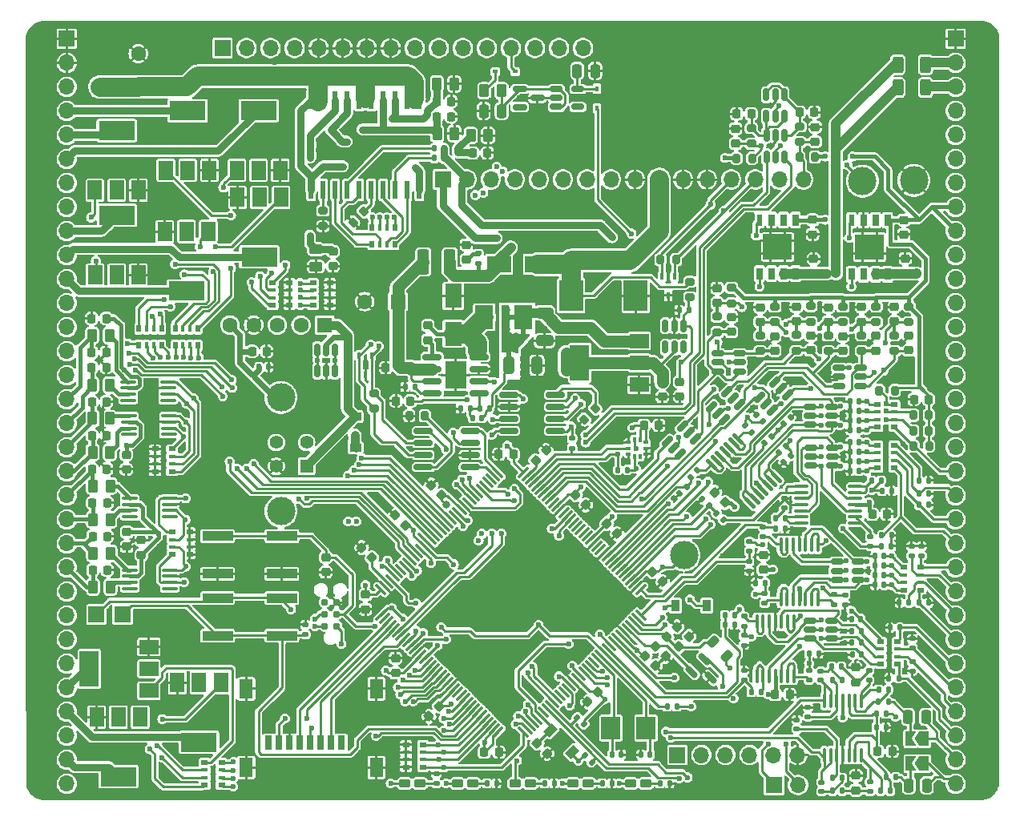
<source format=gbr>
%TF.GenerationSoftware,KiCad,Pcbnew,7.0.8*%
%TF.CreationDate,2024-09-26T12:51:55+01:00*%
%TF.ProjectId,polygonus-Shortage-Version,706f6c79-676f-46e7-9573-2d53686f7274,rev?*%
%TF.SameCoordinates,Original*%
%TF.FileFunction,Copper,L1,Top*%
%TF.FilePolarity,Positive*%
%FSLAX46Y46*%
G04 Gerber Fmt 4.6, Leading zero omitted, Abs format (unit mm)*
G04 Created by KiCad (PCBNEW 7.0.8) date 2024-09-26 12:51:55*
%MOMM*%
%LPD*%
G01*
G04 APERTURE LIST*
G04 Aperture macros list*
%AMRoundRect*
0 Rectangle with rounded corners*
0 $1 Rounding radius*
0 $2 $3 $4 $5 $6 $7 $8 $9 X,Y pos of 4 corners*
0 Add a 4 corners polygon primitive as box body*
4,1,4,$2,$3,$4,$5,$6,$7,$8,$9,$2,$3,0*
0 Add four circle primitives for the rounded corners*
1,1,$1+$1,$2,$3*
1,1,$1+$1,$4,$5*
1,1,$1+$1,$6,$7*
1,1,$1+$1,$8,$9*
0 Add four rect primitives between the rounded corners*
20,1,$1+$1,$2,$3,$4,$5,0*
20,1,$1+$1,$4,$5,$6,$7,0*
20,1,$1+$1,$6,$7,$8,$9,0*
20,1,$1+$1,$8,$9,$2,$3,0*%
%AMRotRect*
0 Rectangle, with rotation*
0 The origin of the aperture is its center*
0 $1 length*
0 $2 width*
0 $3 Rotation angle, in degrees counterclockwise*
0 Add horizontal line*
21,1,$1,$2,0,0,$3*%
%AMFreePoly0*
4,1,6,1.000000,0.000000,0.500000,-0.750000,-0.500000,-0.750000,-0.500000,0.750000,0.500000,0.750000,1.000000,0.000000,1.000000,0.000000,$1*%
%AMFreePoly1*
4,1,6,0.500000,-0.750000,-0.650000,-0.750000,-0.150000,0.000000,-0.650000,0.750000,0.500000,0.750000,0.500000,-0.750000,0.500000,-0.750000,$1*%
G04 Aperture macros list end*
%TA.AperFunction,SMDPad,CuDef*%
%ADD10RoundRect,0.225000X0.250000X-0.225000X0.250000X0.225000X-0.250000X0.225000X-0.250000X-0.225000X0*%
%TD*%
%TA.AperFunction,SMDPad,CuDef*%
%ADD11RoundRect,0.135000X-0.135000X-0.185000X0.135000X-0.185000X0.135000X0.185000X-0.135000X0.185000X0*%
%TD*%
%TA.AperFunction,SMDPad,CuDef*%
%ADD12RoundRect,0.135000X0.226274X0.035355X0.035355X0.226274X-0.226274X-0.035355X-0.035355X-0.226274X0*%
%TD*%
%TA.AperFunction,SMDPad,CuDef*%
%ADD13RoundRect,0.100000X0.100000X-0.637500X0.100000X0.637500X-0.100000X0.637500X-0.100000X-0.637500X0*%
%TD*%
%TA.AperFunction,SMDPad,CuDef*%
%ADD14RoundRect,0.100000X0.637500X0.100000X-0.637500X0.100000X-0.637500X-0.100000X0.637500X-0.100000X0*%
%TD*%
%TA.AperFunction,SMDPad,CuDef*%
%ADD15R,0.650000X1.310000*%
%TD*%
%TA.AperFunction,SMDPad,CuDef*%
%ADD16R,0.600000X1.310000*%
%TD*%
%TA.AperFunction,SMDPad,CuDef*%
%ADD17R,1.500000X1.325000*%
%TD*%
%TA.AperFunction,SMDPad,CuDef*%
%ADD18RoundRect,0.225000X-0.250000X0.225000X-0.250000X-0.225000X0.250000X-0.225000X0.250000X0.225000X0*%
%TD*%
%TA.AperFunction,SMDPad,CuDef*%
%ADD19RoundRect,0.135000X-0.226274X-0.035355X-0.035355X-0.226274X0.226274X0.035355X0.035355X0.226274X0*%
%TD*%
%TA.AperFunction,SMDPad,CuDef*%
%ADD20RoundRect,0.225000X-0.225000X-0.250000X0.225000X-0.250000X0.225000X0.250000X-0.225000X0.250000X0*%
%TD*%
%TA.AperFunction,SMDPad,CuDef*%
%ADD21RoundRect,0.225000X0.017678X-0.335876X0.335876X-0.017678X-0.017678X0.335876X-0.335876X0.017678X0*%
%TD*%
%TA.AperFunction,SMDPad,CuDef*%
%ADD22RoundRect,0.140000X-0.140000X-0.170000X0.140000X-0.170000X0.140000X0.170000X-0.140000X0.170000X0*%
%TD*%
%TA.AperFunction,SMDPad,CuDef*%
%ADD23RoundRect,0.225000X0.335876X0.017678X0.017678X0.335876X-0.335876X-0.017678X-0.017678X-0.335876X0*%
%TD*%
%TA.AperFunction,SMDPad,CuDef*%
%ADD24RoundRect,0.225000X-0.335876X-0.017678X-0.017678X-0.335876X0.335876X0.017678X0.017678X0.335876X0*%
%TD*%
%TA.AperFunction,SMDPad,CuDef*%
%ADD25RoundRect,0.218750X0.424264X0.114905X0.114905X0.424264X-0.424264X-0.114905X-0.114905X-0.424264X0*%
%TD*%
%TA.AperFunction,SMDPad,CuDef*%
%ADD26RoundRect,0.200000X0.200000X0.275000X-0.200000X0.275000X-0.200000X-0.275000X0.200000X-0.275000X0*%
%TD*%
%TA.AperFunction,SMDPad,CuDef*%
%ADD27R,0.800000X0.500000*%
%TD*%
%TA.AperFunction,SMDPad,CuDef*%
%ADD28R,0.800000X0.400000*%
%TD*%
%TA.AperFunction,SMDPad,CuDef*%
%ADD29RoundRect,0.100000X0.521491X-0.380070X-0.380070X0.521491X-0.521491X0.380070X0.380070X-0.521491X0*%
%TD*%
%TA.AperFunction,SMDPad,CuDef*%
%ADD30R,0.500000X0.800000*%
%TD*%
%TA.AperFunction,SMDPad,CuDef*%
%ADD31R,0.400000X0.800000*%
%TD*%
%TA.AperFunction,SMDPad,CuDef*%
%ADD32RoundRect,0.135000X0.135000X0.185000X-0.135000X0.185000X-0.135000X-0.185000X0.135000X-0.185000X0*%
%TD*%
%TA.AperFunction,SMDPad,CuDef*%
%ADD33RoundRect,0.225000X0.225000X0.250000X-0.225000X0.250000X-0.225000X-0.250000X0.225000X-0.250000X0*%
%TD*%
%TA.AperFunction,SMDPad,CuDef*%
%ADD34RoundRect,0.075000X0.521491X-0.415425X-0.415425X0.521491X-0.521491X0.415425X0.415425X-0.521491X0*%
%TD*%
%TA.AperFunction,SMDPad,CuDef*%
%ADD35RoundRect,0.075000X0.521491X0.415425X0.415425X0.521491X-0.521491X-0.415425X-0.415425X-0.521491X0*%
%TD*%
%TA.AperFunction,SMDPad,CuDef*%
%ADD36RoundRect,0.250000X-0.325000X-0.650000X0.325000X-0.650000X0.325000X0.650000X-0.325000X0.650000X0*%
%TD*%
%TA.AperFunction,SMDPad,CuDef*%
%ADD37RoundRect,0.200000X-0.200000X-0.275000X0.200000X-0.275000X0.200000X0.275000X-0.200000X0.275000X0*%
%TD*%
%TA.AperFunction,SMDPad,CuDef*%
%ADD38RoundRect,0.140000X0.140000X0.170000X-0.140000X0.170000X-0.140000X-0.170000X0.140000X-0.170000X0*%
%TD*%
%TA.AperFunction,ComponentPad*%
%ADD39R,1.600000X1.600000*%
%TD*%
%TA.AperFunction,ComponentPad*%
%ADD40C,1.600000*%
%TD*%
%TA.AperFunction,SMDPad,CuDef*%
%ADD41R,2.500000X1.800000*%
%TD*%
%TA.AperFunction,SMDPad,CuDef*%
%ADD42RoundRect,0.250000X-0.262500X-0.450000X0.262500X-0.450000X0.262500X0.450000X-0.262500X0.450000X0*%
%TD*%
%TA.AperFunction,SMDPad,CuDef*%
%ADD43RoundRect,0.100000X0.712500X0.100000X-0.712500X0.100000X-0.712500X-0.100000X0.712500X-0.100000X0*%
%TD*%
%TA.AperFunction,SMDPad,CuDef*%
%ADD44RoundRect,0.212500X0.400000X0.212500X-0.400000X0.212500X-0.400000X-0.212500X0.400000X-0.212500X0*%
%TD*%
%TA.AperFunction,SMDPad,CuDef*%
%ADD45RoundRect,0.135000X-0.185000X0.135000X-0.185000X-0.135000X0.185000X-0.135000X0.185000X0.135000X0*%
%TD*%
%TA.AperFunction,SMDPad,CuDef*%
%ADD46RoundRect,0.200000X-0.275000X0.200000X-0.275000X-0.200000X0.275000X-0.200000X0.275000X0.200000X0*%
%TD*%
%TA.AperFunction,SMDPad,CuDef*%
%ADD47RoundRect,0.200000X0.275000X-0.200000X0.275000X0.200000X-0.275000X0.200000X-0.275000X-0.200000X0*%
%TD*%
%TA.AperFunction,SMDPad,CuDef*%
%ADD48R,1.200000X0.900000*%
%TD*%
%TA.AperFunction,SMDPad,CuDef*%
%ADD49RoundRect,0.250000X0.312500X0.625000X-0.312500X0.625000X-0.312500X-0.625000X0.312500X-0.625000X0*%
%TD*%
%TA.AperFunction,SMDPad,CuDef*%
%ADD50RoundRect,0.250000X-0.312500X-0.625000X0.312500X-0.625000X0.312500X0.625000X-0.312500X0.625000X0*%
%TD*%
%TA.AperFunction,SMDPad,CuDef*%
%ADD51C,3.000000*%
%TD*%
%TA.AperFunction,SMDPad,CuDef*%
%ADD52RoundRect,0.150000X0.150000X-0.512500X0.150000X0.512500X-0.150000X0.512500X-0.150000X-0.512500X0*%
%TD*%
%TA.AperFunction,SMDPad,CuDef*%
%ADD53R,0.450000X0.700000*%
%TD*%
%TA.AperFunction,SMDPad,CuDef*%
%ADD54RoundRect,0.135000X0.185000X-0.135000X0.185000X0.135000X-0.185000X0.135000X-0.185000X-0.135000X0*%
%TD*%
%TA.AperFunction,SMDPad,CuDef*%
%ADD55R,2.500000X3.300000*%
%TD*%
%TA.AperFunction,SMDPad,CuDef*%
%ADD56RoundRect,0.135000X-0.035355X0.226274X-0.226274X0.035355X0.035355X-0.226274X0.226274X-0.035355X0*%
%TD*%
%TA.AperFunction,SMDPad,CuDef*%
%ADD57RoundRect,0.135000X0.035355X-0.226274X0.226274X-0.035355X-0.035355X0.226274X-0.226274X0.035355X0*%
%TD*%
%TA.AperFunction,SMDPad,CuDef*%
%ADD58RoundRect,0.150000X0.512500X0.150000X-0.512500X0.150000X-0.512500X-0.150000X0.512500X-0.150000X0*%
%TD*%
%TA.AperFunction,SMDPad,CuDef*%
%ADD59RoundRect,0.140000X-0.170000X0.140000X-0.170000X-0.140000X0.170000X-0.140000X0.170000X0.140000X0*%
%TD*%
%TA.AperFunction,SMDPad,CuDef*%
%ADD60RoundRect,0.140000X0.170000X-0.140000X0.170000X0.140000X-0.170000X0.140000X-0.170000X-0.140000X0*%
%TD*%
%TA.AperFunction,SMDPad,CuDef*%
%ADD61RoundRect,0.100000X-0.100000X0.637500X-0.100000X-0.637500X0.100000X-0.637500X0.100000X0.637500X0*%
%TD*%
%TA.AperFunction,SMDPad,CuDef*%
%ADD62R,2.000000X1.500000*%
%TD*%
%TA.AperFunction,SMDPad,CuDef*%
%ADD63R,2.000000X3.800000*%
%TD*%
%TA.AperFunction,SMDPad,CuDef*%
%ADD64R,2.000000X2.400000*%
%TD*%
%TA.AperFunction,SMDPad,CuDef*%
%ADD65RoundRect,0.150000X-0.825000X-0.150000X0.825000X-0.150000X0.825000X0.150000X-0.825000X0.150000X0*%
%TD*%
%TA.AperFunction,SMDPad,CuDef*%
%ADD66R,2.290000X3.000000*%
%TD*%
%TA.AperFunction,SMDPad,CuDef*%
%ADD67R,1.800000X2.500000*%
%TD*%
%TA.AperFunction,SMDPad,CuDef*%
%ADD68RoundRect,0.150000X-0.150000X0.512500X-0.150000X-0.512500X0.150000X-0.512500X0.150000X0.512500X0*%
%TD*%
%TA.AperFunction,SMDPad,CuDef*%
%ADD69RoundRect,0.250000X0.375000X1.075000X-0.375000X1.075000X-0.375000X-1.075000X0.375000X-1.075000X0*%
%TD*%
%TA.AperFunction,SMDPad,CuDef*%
%ADD70RoundRect,0.200000X-0.053033X0.335876X-0.335876X0.053033X0.053033X-0.335876X0.335876X-0.053033X0*%
%TD*%
%TA.AperFunction,SMDPad,CuDef*%
%ADD71R,1.900000X2.500000*%
%TD*%
%TA.AperFunction,SMDPad,CuDef*%
%ADD72RoundRect,0.250000X-0.650000X0.325000X-0.650000X-0.325000X0.650000X-0.325000X0.650000X0.325000X0*%
%TD*%
%TA.AperFunction,SMDPad,CuDef*%
%ADD73RoundRect,0.250000X-0.250000X-0.475000X0.250000X-0.475000X0.250000X0.475000X-0.250000X0.475000X0*%
%TD*%
%TA.AperFunction,ComponentPad*%
%ADD74R,1.700000X1.700000*%
%TD*%
%TA.AperFunction,ComponentPad*%
%ADD75O,1.700000X1.700000*%
%TD*%
%TA.AperFunction,SMDPad,CuDef*%
%ADD76FreePoly0,180.000000*%
%TD*%
%TA.AperFunction,SMDPad,CuDef*%
%ADD77FreePoly1,180.000000*%
%TD*%
%TA.AperFunction,SMDPad,CuDef*%
%ADD78R,0.800000X1.500000*%
%TD*%
%TA.AperFunction,SMDPad,CuDef*%
%ADD79R,1.450000X2.000000*%
%TD*%
%TA.AperFunction,ComponentPad*%
%ADD80R,1.400000X1.400000*%
%TD*%
%TA.AperFunction,ComponentPad*%
%ADD81C,1.400000*%
%TD*%
%TA.AperFunction,ComponentPad*%
%ADD82C,3.000000*%
%TD*%
%TA.AperFunction,SMDPad,CuDef*%
%ADD83RoundRect,0.250000X-0.450000X0.262500X-0.450000X-0.262500X0.450000X-0.262500X0.450000X0.262500X0*%
%TD*%
%TA.AperFunction,SMDPad,CuDef*%
%ADD84RoundRect,0.150000X-0.521491X0.309359X0.309359X-0.521491X0.521491X-0.309359X-0.309359X0.521491X0*%
%TD*%
%TA.AperFunction,SMDPad,CuDef*%
%ADD85RoundRect,0.100000X-0.100000X0.175000X-0.100000X-0.175000X0.100000X-0.175000X0.100000X0.175000X0*%
%TD*%
%TA.AperFunction,SMDPad,CuDef*%
%ADD86RoundRect,0.100000X-0.175000X0.100000X-0.175000X-0.100000X0.175000X-0.100000X0.175000X0.100000X0*%
%TD*%
%TA.AperFunction,SMDPad,CuDef*%
%ADD87R,3.200000X1.000000*%
%TD*%
%TA.AperFunction,ConnectorPad*%
%ADD88C,0.787400*%
%TD*%
%TA.AperFunction,SMDPad,CuDef*%
%ADD89R,0.900000X1.200000*%
%TD*%
%TA.AperFunction,SMDPad,CuDef*%
%ADD90RotRect,0.900000X1.200000X315.000000*%
%TD*%
%TA.AperFunction,SMDPad,CuDef*%
%ADD91R,0.450000X0.600000*%
%TD*%
%TA.AperFunction,SMDPad,CuDef*%
%ADD92RoundRect,0.150000X-0.512500X-0.150000X0.512500X-0.150000X0.512500X0.150000X-0.512500X0.150000X0*%
%TD*%
%TA.AperFunction,SMDPad,CuDef*%
%ADD93R,1.500000X2.000000*%
%TD*%
%TA.AperFunction,SMDPad,CuDef*%
%ADD94R,3.800000X2.000000*%
%TD*%
%TA.AperFunction,SMDPad,CuDef*%
%ADD95RoundRect,0.150000X0.256326X0.468458X-0.468458X-0.256326X-0.256326X-0.468458X0.468458X0.256326X0*%
%TD*%
%TA.AperFunction,SMDPad,CuDef*%
%ADD96R,0.550000X1.950000*%
%TD*%
%TA.AperFunction,SMDPad,CuDef*%
%ADD97RoundRect,0.200000X0.053033X-0.335876X0.335876X-0.053033X-0.053033X0.335876X-0.335876X0.053033X0*%
%TD*%
%TA.AperFunction,SMDPad,CuDef*%
%ADD98RoundRect,0.250000X0.250000X0.475000X-0.250000X0.475000X-0.250000X-0.475000X0.250000X-0.475000X0*%
%TD*%
%TA.AperFunction,SMDPad,CuDef*%
%ADD99RoundRect,0.150000X-0.587500X-0.150000X0.587500X-0.150000X0.587500X0.150000X-0.587500X0.150000X0*%
%TD*%
%TA.AperFunction,SMDPad,CuDef*%
%ADD100R,0.600000X0.450000*%
%TD*%
%TA.AperFunction,SMDPad,CuDef*%
%ADD101RoundRect,0.150000X0.825000X0.150000X-0.825000X0.150000X-0.825000X-0.150000X0.825000X-0.150000X0*%
%TD*%
%TA.AperFunction,ViaPad*%
%ADD102C,0.599440*%
%TD*%
%TA.AperFunction,ViaPad*%
%ADD103C,0.800000*%
%TD*%
%TA.AperFunction,ViaPad*%
%ADD104C,0.600000*%
%TD*%
%TA.AperFunction,ViaPad*%
%ADD105C,2.000000*%
%TD*%
%TA.AperFunction,Conductor*%
%ADD106C,0.254000*%
%TD*%
%TA.AperFunction,Conductor*%
%ADD107C,0.404600*%
%TD*%
%TA.AperFunction,Conductor*%
%ADD108C,0.914400*%
%TD*%
%TA.AperFunction,Conductor*%
%ADD109C,0.406400*%
%TD*%
%TA.AperFunction,Conductor*%
%ADD110C,0.762000*%
%TD*%
%TA.AperFunction,Conductor*%
%ADD111C,1.016000*%
%TD*%
%TA.AperFunction,Conductor*%
%ADD112C,1.270000*%
%TD*%
%TA.AperFunction,Conductor*%
%ADD113C,0.304800*%
%TD*%
%TA.AperFunction,Conductor*%
%ADD114C,2.032000*%
%TD*%
%TA.AperFunction,Conductor*%
%ADD115C,0.765000*%
%TD*%
%TA.AperFunction,Conductor*%
%ADD116C,0.609600*%
%TD*%
G04 APERTURE END LIST*
D10*
%TO.P,C2,1*%
%TO.N,/12V_PROT*%
X140279326Y-82139052D03*
%TO.P,C2,2*%
%TO.N,GND*%
X140279326Y-80589052D03*
%TD*%
D11*
%TO.P,R76,1*%
%TO.N,/AV10*%
X151406975Y-106610683D03*
%TO.P,R76,2*%
%TO.N,GND*%
X152426975Y-106610683D03*
%TD*%
%TO.P,R77,1*%
%TO.N,/AV11*%
X151418194Y-105421414D03*
%TO.P,R77,2*%
%TO.N,GND*%
X152438194Y-105421414D03*
%TD*%
%TO.P,R78,1*%
%TO.N,/quad_analog3/IN4*%
X151395755Y-104030194D03*
%TO.P,R78,2*%
%TO.N,GND*%
X152415755Y-104030194D03*
%TD*%
D12*
%TO.P,R4,1*%
%TO.N,/mcu/5V_SENSOR_2_PG*%
X116838124Y-133803124D03*
%TO.P,R4,2*%
%TO.N,+3V3*%
X116116876Y-133081876D03*
%TD*%
D13*
%TO.P,U19,1*%
%TO.N,Net-(R67-Pad2)*%
X136816000Y-116556500D03*
%TO.P,U19,2,-*%
X137466000Y-116556500D03*
%TO.P,U19,3,+*%
%TO.N,Net-(C52-Pad1)*%
X138116000Y-116556500D03*
%TO.P,U19,4,V+*%
%TO.N,+5V*%
X138766000Y-116556500D03*
%TO.P,U19,5,+*%
%TO.N,Net-(C53-Pad1)*%
X139416000Y-116556500D03*
%TO.P,U19,6,-*%
%TO.N,Net-(R68-Pad2)*%
X140066000Y-116556500D03*
%TO.P,U19,7*%
X140716000Y-116556500D03*
%TO.P,U19,8*%
%TO.N,Net-(R69-Pad2)*%
X140716000Y-110831500D03*
%TO.P,U19,9,-*%
X140066000Y-110831500D03*
%TO.P,U19,10,+*%
%TO.N,Net-(C54-Pad1)*%
X139416000Y-110831500D03*
%TO.P,U19,11,V-*%
%TO.N,GND*%
X138766000Y-110831500D03*
%TO.P,U19,12,+*%
%TO.N,Net-(C55-Pad1)*%
X138116000Y-110831500D03*
%TO.P,U19,13,-*%
%TO.N,Net-(R70-Pad2)*%
X137466000Y-110831500D03*
%TO.P,U19,14*%
X136816000Y-110831500D03*
%TD*%
D14*
%TO.P,U21,1*%
%TO.N,Net-(R79-Pad2)*%
X144676500Y-108532000D03*
%TO.P,U21,2,-*%
X144676500Y-107882000D03*
%TO.P,U21,3,+*%
%TO.N,Net-(C57-Pad1)*%
X144676500Y-107232000D03*
%TO.P,U21,4,V+*%
%TO.N,+5V*%
X144676500Y-106582000D03*
%TO.P,U21,5,+*%
%TO.N,Net-(C58-Pad1)*%
X144676500Y-105932000D03*
%TO.P,U21,6,-*%
%TO.N,Net-(R80-Pad2)*%
X144676500Y-105282000D03*
%TO.P,U21,7*%
X144676500Y-104632000D03*
%TO.P,U21,8*%
%TO.N,Net-(R81-Pad2)*%
X138951500Y-104632000D03*
%TO.P,U21,9,-*%
X138951500Y-105282000D03*
%TO.P,U21,10,+*%
%TO.N,Net-(C59-Pad1)*%
X138951500Y-105932000D03*
%TO.P,U21,11,V-*%
%TO.N,GND*%
X138951500Y-106582000D03*
%TO.P,U21,12,+*%
%TO.N,Net-(C60-Pad1)*%
X138951500Y-107232000D03*
%TO.P,U21,13,-*%
%TO.N,Net-(R82-Pad2)*%
X138951500Y-107882000D03*
%TO.P,U21,14*%
X138951500Y-108532000D03*
%TD*%
D15*
%TO.P,U1,1,OUT*%
%TO.N,/5V_SENSOR_1*%
X148090671Y-76525877D03*
%TO.P,U1,2*%
%TO.N,unconnected-(U1-Pad2)*%
X146820671Y-76525877D03*
%TO.P,U1,3,GND*%
%TO.N,GND*%
X145550671Y-76525877D03*
D16*
%TO.P,U1,4,PG*%
%TO.N,/mcu/5V_SENSOR_1_PG*%
X144280671Y-76525877D03*
D15*
%TO.P,U1,5,ADJ*%
%TO.N,+5V*%
X144280671Y-82215877D03*
%TO.P,U1,6*%
%TO.N,unconnected-(U1-Pad6)*%
X145550671Y-82215877D03*
%TO.P,U1,7,EN*%
%TO.N,/12V_PROT*%
X146820671Y-82215877D03*
%TO.P,U1,8,IN*%
X148090671Y-82215877D03*
D17*
%TO.P,U1,9,GND*%
%TO.N,GND*%
X146935671Y-78708377D03*
X145435671Y-80033377D03*
X146935671Y-80033377D03*
X145435671Y-78708377D03*
%TD*%
D15*
%TO.P,U2,1,OUT*%
%TO.N,/5V_SENSOR_2*%
X138359142Y-76488011D03*
%TO.P,U2,2*%
%TO.N,unconnected-(U2-Pad2)*%
X137089142Y-76488011D03*
%TO.P,U2,3,GND*%
%TO.N,GND*%
X135819142Y-76488011D03*
D16*
%TO.P,U2,4,PG*%
%TO.N,/mcu/5V_SENSOR_2_PG*%
X134549142Y-76488011D03*
D15*
%TO.P,U2,5,ADJ*%
%TO.N,+5V*%
X134549142Y-82178011D03*
%TO.P,U2,6*%
%TO.N,unconnected-(U2-Pad6)*%
X135819142Y-82178011D03*
%TO.P,U2,7,EN*%
%TO.N,/12V_PROT*%
X137089142Y-82178011D03*
%TO.P,U2,8,IN*%
X138359142Y-82178011D03*
D17*
%TO.P,U2,9,GND*%
%TO.N,GND*%
X137204142Y-79995511D03*
X135704142Y-78670511D03*
X135704142Y-79995511D03*
X137204142Y-78670511D03*
%TD*%
D18*
%TO.P,C3,1*%
%TO.N,/5V_SENSOR_1*%
X149815912Y-76489231D03*
%TO.P,C3,2*%
%TO.N,GND*%
X149815912Y-78039231D03*
%TD*%
D10*
%TO.P,C5,1*%
%TO.N,/12V_PROT*%
X149970368Y-82112502D03*
%TO.P,C5,2*%
%TO.N,GND*%
X149970368Y-80562502D03*
%TD*%
D18*
%TO.P,C9,1*%
%TO.N,/5V_SENSOR_2*%
X140172736Y-76472402D03*
%TO.P,C9,2*%
%TO.N,GND*%
X140172736Y-78022402D03*
%TD*%
D19*
%TO.P,R1,1*%
%TO.N,/mcu/5V_SENSOR_1_PG*%
X115291376Y-129081376D03*
%TO.P,R1,2*%
%TO.N,+3V3*%
X116012624Y-129802624D03*
%TD*%
D20*
%TO.P,C46,1*%
%TO.N,+5V*%
X136213000Y-126648000D03*
%TO.P,C46,2*%
%TO.N,GND*%
X137763000Y-126648000D03*
%TD*%
D10*
%TO.P,C51,1*%
%TO.N,+5V*%
X134956000Y-113453000D03*
%TO.P,C51,2*%
%TO.N,GND*%
X134956000Y-111903000D03*
%TD*%
D20*
%TO.P,C56,1*%
%TO.N,+5V*%
X146470266Y-107582392D03*
%TO.P,C56,2*%
%TO.N,GND*%
X148020266Y-107582392D03*
%TD*%
D21*
%TO.P,C77,1*%
%TO.N,Net-(C77-Pad1)*%
X110912992Y-101923008D03*
%TO.P,C77,2*%
%TO.N,GND*%
X112009008Y-100826992D03*
%TD*%
D22*
%TO.P,C74,1*%
%TO.N,Net-(C74-Pad1)*%
X118982000Y-132998000D03*
%TO.P,C74,2*%
%TO.N,GND*%
X119942000Y-132998000D03*
%TD*%
D20*
%TO.P,C61,1*%
%TO.N,GND*%
X107003000Y-101248000D03*
%TO.P,C61,2*%
%TO.N,+3V3*%
X108553000Y-101248000D03*
%TD*%
D23*
%TO.P,C64,1*%
%TO.N,GND*%
X123566008Y-123640008D03*
%TO.P,C64,2*%
%TO.N,+3V3*%
X122469992Y-122543992D03*
%TD*%
%TO.P,C65,1*%
%TO.N,GND*%
X124328008Y-114750008D03*
%TO.P,C65,2*%
%TO.N,+3V3*%
X123231992Y-113653992D03*
%TD*%
D24*
%TO.P,C66,1*%
%TO.N,GND*%
X99863992Y-104509992D03*
%TO.P,C66,2*%
%TO.N,+3V3*%
X100960008Y-105606008D03*
%TD*%
D21*
%TO.P,C81,1*%
%TO.N,/mcu/VDDA*%
X124755992Y-120592008D03*
%TO.P,C81,2*%
%TO.N,GND*%
X125852008Y-119495992D03*
%TD*%
%TO.P,C82,1*%
%TO.N,/mcu/VDDA*%
X126025992Y-121608008D03*
%TO.P,C82,2*%
%TO.N,GND*%
X127122008Y-120511992D03*
%TD*%
D23*
%TO.P,C40,1*%
%TO.N,+5V*%
X130932008Y-106368008D03*
%TO.P,C40,2*%
%TO.N,GND*%
X129835992Y-105271992D03*
%TD*%
D25*
%TO.P,FB1,1*%
%TO.N,+3V3*%
X131135301Y-122573301D03*
%TO.P,FB1,2*%
%TO.N,/mcu/VDDA*%
X129632699Y-121070699D03*
%TD*%
D11*
%TO.P,R75,1*%
%TO.N,/AV9*%
X147478315Y-109819465D03*
%TO.P,R75,2*%
%TO.N,GND*%
X148498315Y-109819465D03*
%TD*%
%TO.P,R89,1*%
%TO.N,/mcu/nRESET*%
X124794000Y-127918000D03*
%TO.P,R89,2*%
%TO.N,+3V3*%
X125814000Y-127918000D03*
%TD*%
D26*
%TO.P,R39,1*%
%TO.N,/5V_SENSOR_1*%
X152479537Y-100370684D03*
%TO.P,R39,2*%
%TO.N,/AT1*%
X150829537Y-100370684D03*
%TD*%
%TO.P,R40,1*%
%TO.N,/5V_SENSOR_1*%
X152445878Y-98788732D03*
%TO.P,R40,2*%
%TO.N,/AT2*%
X150795878Y-98788732D03*
%TD*%
%TO.P,R41,1*%
%TO.N,/5V_SENSOR_1*%
X152457098Y-97128243D03*
%TO.P,R41,2*%
%TO.N,/AT3*%
X150807098Y-97128243D03*
%TD*%
%TO.P,R42,1*%
%TO.N,/5V_SENSOR_1*%
X148862000Y-94517000D03*
%TO.P,R42,2*%
%TO.N,/AT4*%
X147212000Y-94517000D03*
%TD*%
D27*
%TO.P,RN2,1,R1.1*%
%TO.N,/AV1*%
X149163074Y-123430926D03*
D28*
%TO.P,RN2,2,R2.1*%
%TO.N,/AV2*%
X149163074Y-122630926D03*
%TO.P,RN2,3,R3.1*%
%TO.N,/AV3*%
X149163074Y-121830926D03*
D27*
%TO.P,RN2,4,R4.1*%
%TO.N,/AV4*%
X149163074Y-121030926D03*
%TO.P,RN2,5,R4.2*%
%TO.N,Net-(C50-Pad1)*%
X147363074Y-121030926D03*
D28*
%TO.P,RN2,6,R3.2*%
%TO.N,Net-(C49-Pad1)*%
X147363074Y-121830926D03*
%TO.P,RN2,7,R2.2*%
%TO.N,Net-(C48-Pad1)*%
X147363074Y-122630926D03*
D27*
%TO.P,RN2,8,R1.2*%
%TO.N,Net-(C47-Pad1)*%
X147363074Y-123430926D03*
%TD*%
%TO.P,RN3,1,R1.1*%
%TO.N,/AV5*%
X151577709Y-115605074D03*
D28*
%TO.P,RN3,2,R2.1*%
%TO.N,/AV6*%
X151577709Y-114805074D03*
%TO.P,RN3,3,R3.1*%
%TO.N,/AV7*%
X151577709Y-114005074D03*
D27*
%TO.P,RN3,4,R4.1*%
%TO.N,/AV8*%
X151577709Y-113205074D03*
%TO.P,RN3,5,R4.2*%
%TO.N,Net-(C55-Pad1)*%
X149777709Y-113205074D03*
D28*
%TO.P,RN3,6,R3.2*%
%TO.N,Net-(C54-Pad1)*%
X149777709Y-114005074D03*
%TO.P,RN3,7,R2.2*%
%TO.N,Net-(C53-Pad1)*%
X149777709Y-114805074D03*
D27*
%TO.P,RN3,8,R1.2*%
%TO.N,Net-(C52-Pad1)*%
X149777709Y-115605074D03*
%TD*%
%TO.P,RN4,1,R1.1*%
%TO.N,/AV9*%
X148810000Y-102702000D03*
D28*
%TO.P,RN4,2,R2.1*%
%TO.N,/AV10*%
X148810000Y-101902000D03*
%TO.P,RN4,3,R3.1*%
%TO.N,/AV11*%
X148810000Y-101102000D03*
D27*
%TO.P,RN4,4,R4.1*%
%TO.N,/quad_analog3/IN4*%
X148810000Y-100302000D03*
%TO.P,RN4,5,R4.2*%
%TO.N,Net-(C60-Pad1)*%
X147010000Y-100302000D03*
D28*
%TO.P,RN4,6,R3.2*%
%TO.N,Net-(C59-Pad1)*%
X147010000Y-101102000D03*
%TO.P,RN4,7,R2.2*%
%TO.N,Net-(C58-Pad1)*%
X147010000Y-101902000D03*
D27*
%TO.P,RN4,8,R1.2*%
%TO.N,Net-(C57-Pad1)*%
X147010000Y-102702000D03*
%TD*%
%TO.P,RN1,1,R1.1*%
%TO.N,/AT1*%
X148810000Y-98384000D03*
D28*
%TO.P,RN1,2,R2.1*%
%TO.N,/AT2*%
X148810000Y-97584000D03*
%TO.P,RN1,3,R3.1*%
%TO.N,/AT3*%
X148810000Y-96784000D03*
D27*
%TO.P,RN1,4,R4.1*%
%TO.N,/AT4*%
X148810000Y-95984000D03*
%TO.P,RN1,5,R4.2*%
%TO.N,Net-(C45-Pad1)*%
X147010000Y-95984000D03*
D28*
%TO.P,RN1,6,R3.2*%
%TO.N,Net-(C44-Pad1)*%
X147010000Y-96784000D03*
%TO.P,RN1,7,R2.2*%
%TO.N,Net-(C43-Pad1)*%
X147010000Y-97584000D03*
D27*
%TO.P,RN1,8,R1.2*%
%TO.N,Net-(C42-Pad1)*%
X147010000Y-98384000D03*
%TD*%
D29*
%TO.P,U15,1*%
%TO.N,Net-(R43-Pad2)*%
X133569235Y-106428951D03*
%TO.P,U15,2,-*%
X134028854Y-105969332D03*
%TO.P,U15,3,+*%
%TO.N,Net-(C42-Pad1)*%
X134488474Y-105509713D03*
%TO.P,U15,4,V+*%
%TO.N,+5V*%
X134948093Y-105050093D03*
%TO.P,U15,5,+*%
%TO.N,Net-(C43-Pad1)*%
X135407713Y-104590474D03*
%TO.P,U15,6,-*%
%TO.N,Net-(R44-Pad2)*%
X135867332Y-104130854D03*
%TO.P,U15,7*%
X136326951Y-103671235D03*
%TO.P,U15,8*%
%TO.N,Net-(R45-Pad2)*%
X132278765Y-99623049D03*
%TO.P,U15,9,-*%
X131819146Y-100082668D03*
%TO.P,U15,10,+*%
%TO.N,Net-(C44-Pad1)*%
X131359526Y-100542287D03*
%TO.P,U15,11,V-*%
%TO.N,GND*%
X130899907Y-101001907D03*
%TO.P,U15,12,+*%
%TO.N,Net-(C45-Pad1)*%
X130440287Y-101461526D03*
%TO.P,U15,13,-*%
%TO.N,Net-(R46-Pad2)*%
X129980668Y-101921146D03*
%TO.P,U15,14*%
X129521049Y-102380765D03*
%TD*%
D20*
%TO.P,C83,1*%
%TO.N,/USB_SHIELD*%
X80938462Y-90384858D03*
%TO.P,C83,2*%
%TO.N,GND*%
X82488462Y-90384858D03*
%TD*%
D11*
%TO.P,R98,1*%
%TO.N,/USB_SHIELD*%
X81676730Y-92033125D03*
%TO.P,R98,2*%
%TO.N,GND*%
X82696730Y-92033125D03*
%TD*%
D18*
%TO.P,C85,1*%
%TO.N,/HS1*%
X89494413Y-79815297D03*
%TO.P,C85,2*%
%TO.N,GND*%
X89494413Y-81365297D03*
%TD*%
D20*
%TO.P,C86,1*%
%TO.N,/HS2*%
X104247164Y-69398713D03*
%TO.P,C86,2*%
%TO.N,GND*%
X105797164Y-69398713D03*
%TD*%
D30*
%TO.P,RN11,1,R1.1*%
%TO.N,/highside_quad/IN4*%
X96026175Y-77253732D03*
D31*
%TO.P,RN11,2,R2.1*%
%TO.N,/highside_quad/IN3*%
X95226175Y-77253732D03*
%TO.P,RN11,3,R3.1*%
%TO.N,/highside_quad/IN2*%
X94426175Y-77253732D03*
D30*
%TO.P,RN11,4,R4.1*%
%TO.N,/highside_quad/IN1*%
X93626175Y-77253732D03*
%TO.P,RN11,5,R4.2*%
%TO.N,Net-(RN11-Pad5)*%
X93626175Y-79053732D03*
D31*
%TO.P,RN11,6,R3.2*%
%TO.N,Net-(RN11-Pad6)*%
X94426175Y-79053732D03*
%TO.P,RN11,7,R2.2*%
%TO.N,Net-(RN11-Pad7)*%
X95226175Y-79053732D03*
D30*
%TO.P,RN11,8,R1.2*%
%TO.N,Net-(RN11-Pad8)*%
X96026175Y-79053732D03*
%TD*%
D18*
%TO.P,C84,1*%
%TO.N,/mcu/12V_DIVIDED*%
X126130133Y-93586905D03*
%TO.P,C84,2*%
%TO.N,GND*%
X126130133Y-95136905D03*
%TD*%
D32*
%TO.P,R97,1*%
%TO.N,/mcu/12V_DIVIDED*%
X127084000Y-86008000D03*
%TO.P,R97,2*%
%TO.N,GND*%
X126064000Y-86008000D03*
%TD*%
D13*
%TO.P,U17,1*%
%TO.N,Net-(R55-Pad2)*%
X134276000Y-124684500D03*
%TO.P,U17,2,-*%
X134926000Y-124684500D03*
%TO.P,U17,3,+*%
%TO.N,Net-(C47-Pad1)*%
X135576000Y-124684500D03*
%TO.P,U17,4,V+*%
%TO.N,+5V*%
X136226000Y-124684500D03*
%TO.P,U17,5,+*%
%TO.N,Net-(C48-Pad1)*%
X136876000Y-124684500D03*
%TO.P,U17,6,-*%
%TO.N,Net-(R56-Pad2)*%
X137526000Y-124684500D03*
%TO.P,U17,7*%
X138176000Y-124684500D03*
%TO.P,U17,8*%
%TO.N,Net-(R57-Pad2)*%
X138176000Y-118959500D03*
%TO.P,U17,9,-*%
X137526000Y-118959500D03*
%TO.P,U17,10,+*%
%TO.N,Net-(C49-Pad1)*%
X136876000Y-118959500D03*
%TO.P,U17,11,V-*%
%TO.N,GND*%
X136226000Y-118959500D03*
%TO.P,U17,12,+*%
%TO.N,Net-(C50-Pad1)*%
X135576000Y-118959500D03*
%TO.P,U17,13,-*%
%TO.N,Net-(R58-Pad2)*%
X134926000Y-118959500D03*
%TO.P,U17,14*%
X134276000Y-118959500D03*
%TD*%
D24*
%TO.P,C67,1*%
%TO.N,GND*%
X96053992Y-107710392D03*
%TO.P,C67,2*%
%TO.N,+3V3*%
X97150008Y-108806408D03*
%TD*%
D23*
%TO.P,C68,1*%
%TO.N,GND*%
X119502008Y-109670008D03*
%TO.P,C68,2*%
%TO.N,+3V3*%
X118405992Y-108573992D03*
%TD*%
D18*
%TO.P,C69,1*%
%TO.N,GND*%
X96094000Y-122825000D03*
%TO.P,C69,2*%
%TO.N,+3V3*%
X96094000Y-124375000D03*
%TD*%
D33*
%TO.P,C71,1*%
%TO.N,GND*%
X107029000Y-132744000D03*
%TO.P,C71,2*%
%TO.N,+3V3*%
X105479000Y-132744000D03*
%TD*%
D10*
%TO.P,C73,1*%
%TO.N,GND*%
X92919000Y-117644000D03*
%TO.P,C73,2*%
%TO.N,+3V3*%
X92919000Y-116094000D03*
%TD*%
D21*
%TO.P,C76,1*%
%TO.N,GND*%
X116373992Y-127450008D03*
%TO.P,C76,2*%
%TO.N,+3V3*%
X117470008Y-126353992D03*
%TD*%
D34*
%TO.P,U26,1,PE2*%
%TO.N,/lowside_quad4/IN4*%
X109628342Y-130644710D03*
%TO.P,U26,2,PE3*%
%TO.N,/mcu/LED1*%
X109981895Y-130291157D03*
%TO.P,U26,3,PE4*%
%TO.N,/mcu/LED2*%
X110335449Y-129937604D03*
%TO.P,U26,4,PE5*%
%TO.N,/mcu/LED3*%
X110689002Y-129584050D03*
%TO.P,U26,5,PE6*%
%TO.N,/mcu/LED4*%
X111042555Y-129230497D03*
%TO.P,U26,6,VBAT*%
%TO.N,Net-(C80-Pad1)*%
X111396109Y-128876943D03*
%TO.P,U26,7,PC13*%
%TO.N,unconnected-(U26-Pad7)*%
X111749662Y-128523390D03*
%TO.P,U26,8,PC14*%
%TO.N,/mcu/5V_SENSOR_2_PG*%
X112103215Y-128169837D03*
%TO.P,U26,9,PC15*%
%TO.N,/mcu/5V_SENSOR_1_PG*%
X112456769Y-127816283D03*
%TO.P,U26,10,PF0*%
%TO.N,/RC1*%
X112810322Y-127462730D03*
%TO.P,U26,11,PF1*%
%TO.N,/RC2*%
X113163876Y-127109176D03*
%TO.P,U26,12,PF2*%
%TO.N,unconnected-(U26-Pad12)*%
X113517429Y-126755623D03*
%TO.P,U26,13,PF3*%
%TO.N,unconnected-(U26-Pad13)*%
X113870982Y-126402070D03*
%TO.P,U26,14,PF4*%
%TO.N,/knock/FILTERED_1*%
X114224536Y-126048516D03*
%TO.P,U26,15,PF5*%
%TO.N,/knock/FILTERED_2*%
X114578089Y-125694963D03*
%TO.P,U26,16,VSS*%
%TO.N,GND*%
X114931643Y-125341410D03*
%TO.P,U26,17,VDD*%
%TO.N,+3V3*%
X115285196Y-124987856D03*
%TO.P,U26,18,PF6*%
%TO.N,/mcu/AUX_SPI_CS*%
X115638749Y-124634303D03*
%TO.P,U26,19,PF7*%
%TO.N,/mcu/AUX_SPI_SCK*%
X115992303Y-124280749D03*
%TO.P,U26,20,PF8*%
%TO.N,/mcu/AUX_SPI_MISO*%
X116345856Y-123927196D03*
%TO.P,U26,21,PF9*%
%TO.N,/mcu/AUX_SPI_MOSI*%
X116699410Y-123573643D03*
%TO.P,U26,22,PF10*%
%TO.N,unconnected-(U26-Pad22)*%
X117052963Y-123220089D03*
%TO.P,U26,23,PH0*%
%TO.N,Net-(C74-Pad1)*%
X117406516Y-122866536D03*
%TO.P,U26,24,PH1*%
%TO.N,Net-(C75-Pad1)*%
X117760070Y-122512982D03*
%TO.P,U26,25,NRST*%
%TO.N,/mcu/nRESET*%
X118113623Y-122159429D03*
%TO.P,U26,26,PC0*%
%TO.N,/mcu/AV1*%
X118467176Y-121805876D03*
%TO.P,U26,27,PC1*%
%TO.N,/mcu/AV2*%
X118820730Y-121452322D03*
%TO.P,U26,28,PC2*%
%TO.N,/mcu/AV3*%
X119174283Y-121098769D03*
%TO.P,U26,29,PC3*%
%TO.N,/mcu/AV4*%
X119527837Y-120745215D03*
%TO.P,U26,30,VDD*%
%TO.N,+3V3*%
X119881390Y-120391662D03*
%TO.P,U26,31,VSSA*%
%TO.N,GND*%
X120234943Y-120038109D03*
%TO.P,U26,32,VREF+*%
%TO.N,Net-(C70-Pad1)*%
X120588497Y-119684555D03*
%TO.P,U26,33,VDDA*%
%TO.N,/mcu/VDDA*%
X120942050Y-119331002D03*
%TO.P,U26,34,PA0*%
%TO.N,/mcu/AV5*%
X121295604Y-118977449D03*
%TO.P,U26,35,PA1*%
%TO.N,/mcu/AV6*%
X121649157Y-118623895D03*
%TO.P,U26,36,PA2*%
%TO.N,/mcu/AV7*%
X122002710Y-118270342D03*
D35*
%TO.P,U26,37,PA3*%
%TO.N,/mcu/AV8*%
X122002710Y-115565658D03*
%TO.P,U26,38,VSS*%
%TO.N,GND*%
X121649157Y-115212105D03*
%TO.P,U26,39,VDD*%
%TO.N,+3V3*%
X121295604Y-114858551D03*
%TO.P,U26,40,PA4*%
%TO.N,/mcu/AV9*%
X120942050Y-114504998D03*
%TO.P,U26,41,PA5*%
%TO.N,/mcu/AV10*%
X120588497Y-114151445D03*
%TO.P,U26,42,PA6*%
%TO.N,/mcu/AV11*%
X120234943Y-113797891D03*
%TO.P,U26,43,PA7*%
%TO.N,/mcu/12V_DIVIDED*%
X119881390Y-113444338D03*
%TO.P,U26,44,PC4*%
%TO.N,/mcu/AT1*%
X119527837Y-113090785D03*
%TO.P,U26,45,PC5*%
%TO.N,/mcu/AT2*%
X119174283Y-112737231D03*
%TO.P,U26,46,PB0*%
%TO.N,/mcu/AT3*%
X118820730Y-112383678D03*
%TO.P,U26,47,PB1*%
%TO.N,/mcu/AT4*%
X118467176Y-112030124D03*
%TO.P,U26,48,PB2*%
%TO.N,GND*%
X118113623Y-111676571D03*
%TO.P,U26,49,PF11*%
%TO.N,unconnected-(U26-Pad49)*%
X117760070Y-111323018D03*
%TO.P,U26,50,PF12*%
%TO.N,unconnected-(U26-Pad50)*%
X117406516Y-110969464D03*
%TO.P,U26,51,VSS*%
%TO.N,GND*%
X117052963Y-110615911D03*
%TO.P,U26,52,VDD*%
%TO.N,+3V3*%
X116699410Y-110262357D03*
%TO.P,U26,53,PF13*%
%TO.N,unconnected-(U26-Pad53)*%
X116345856Y-109908804D03*
%TO.P,U26,54,PF14*%
%TO.N,unconnected-(U26-Pad54)*%
X115992303Y-109555251D03*
%TO.P,U26,55,PF15*%
%TO.N,unconnected-(U26-Pad55)*%
X115638749Y-109201697D03*
%TO.P,U26,56,PG0*%
%TO.N,unconnected-(U26-Pad56)*%
X115285196Y-108848144D03*
%TO.P,U26,57,PG1*%
%TO.N,unconnected-(U26-Pad57)*%
X114931643Y-108494590D03*
%TO.P,U26,58,PE7*%
%TO.N,/mcu/VR_1*%
X114578089Y-108141037D03*
%TO.P,U26,59,PE8*%
%TO.N,/mcu/VR_2*%
X114224536Y-107787484D03*
%TO.P,U26,60,PE9*%
%TO.N,unconnected-(U26-Pad60)*%
X113870982Y-107433930D03*
%TO.P,U26,61,VSS*%
%TO.N,GND*%
X113517429Y-107080377D03*
%TO.P,U26,62,VDD*%
%TO.N,+3V3*%
X113163876Y-106726824D03*
%TO.P,U26,63,PE10*%
%TO.N,unconnected-(U26-Pad63)*%
X112810322Y-106373270D03*
%TO.P,U26,64,PE11*%
%TO.N,/mcu/DIGITAL2*%
X112456769Y-106019717D03*
%TO.P,U26,65,PE12*%
%TO.N,/mcu/DIGITAL3*%
X112103215Y-105666163D03*
%TO.P,U26,66,PE13*%
%TO.N,/mcu/DIGITAL5*%
X111749662Y-105312610D03*
%TO.P,U26,67,PE14*%
%TO.N,/mcu/DIGITAL4*%
X111396109Y-104959057D03*
%TO.P,U26,68,PE15*%
%TO.N,/mcu/DIGITAL6*%
X111042555Y-104605503D03*
%TO.P,U26,69,PB10*%
%TO.N,/mcu/BARO_SCL*%
X110689002Y-104251950D03*
%TO.P,U26,70,PB11*%
%TO.N,/mcu/BARO_SDA*%
X110335449Y-103898396D03*
%TO.P,U26,71,VCAP_1*%
%TO.N,Net-(C77-Pad1)*%
X109981895Y-103544843D03*
%TO.P,U26,72,VDD*%
%TO.N,+3V3*%
X109628342Y-103191290D03*
D34*
%TO.P,U26,73,PB12*%
%TO.N,/mcu/CAN2_RX*%
X106923658Y-103191290D03*
%TO.P,U26,74,PB13*%
%TO.N,/mcu/CAN2_TX*%
X106570105Y-103544843D03*
%TO.P,U26,75,PB14*%
%TO.N,unconnected-(U26-Pad75)*%
X106216551Y-103898396D03*
%TO.P,U26,76,PB15*%
%TO.N,unconnected-(U26-Pad76)*%
X105862998Y-104251950D03*
%TO.P,U26,77,PD8*%
%TO.N,/ETB2_DIS*%
X105509445Y-104605503D03*
%TO.P,U26,78,PD9*%
%TO.N,/ETB2_DIR*%
X105155891Y-104959057D03*
%TO.P,U26,79,PD10*%
%TO.N,/ETB1_DIR*%
X104802338Y-105312610D03*
%TO.P,U26,80,PD11*%
%TO.N,/ETB1_DIS*%
X104448785Y-105666163D03*
%TO.P,U26,81,PD12*%
%TO.N,/ETB1_PWM*%
X104095231Y-106019717D03*
%TO.P,U26,82,PD13*%
%TO.N,/ETB2_PWM*%
X103741678Y-106373270D03*
%TO.P,U26,83,VSS*%
%TO.N,GND*%
X103388124Y-106726824D03*
%TO.P,U26,84,VDD*%
%TO.N,+3V3*%
X103034571Y-107080377D03*
%TO.P,U26,85,PD14*%
%TO.N,/highside_quad/IN4*%
X102681018Y-107433930D03*
%TO.P,U26,86,PD15*%
%TO.N,/highside_quad/IN3*%
X102327464Y-107787484D03*
%TO.P,U26,87,PG2*%
%TO.N,/IGN12*%
X101973911Y-108141037D03*
%TO.P,U26,88,PG3*%
%TO.N,/IGN11*%
X101620357Y-108494590D03*
%TO.P,U26,89,PG4*%
%TO.N,/IGN10*%
X101266804Y-108848144D03*
%TO.P,U26,90,PG5*%
%TO.N,/IGN9*%
X100913251Y-109201697D03*
%TO.P,U26,91,PG6*%
%TO.N,/ign2/IN4*%
X100559697Y-109555251D03*
%TO.P,U26,92,PG7*%
%TO.N,/ign2/IN3*%
X100206144Y-109908804D03*
%TO.P,U26,93,PG8*%
%TO.N,/ign2/IN2*%
X99852590Y-110262357D03*
%TO.P,U26,94,VSS*%
%TO.N,GND*%
X99499037Y-110615911D03*
%TO.P,U26,95,VDDUSB*%
%TO.N,+3V3*%
X99145484Y-110969464D03*
%TO.P,U26,96,PC6*%
%TO.N,/mcu/DIGITAL1*%
X98791930Y-111323018D03*
%TO.P,U26,97,PC7*%
%TO.N,/ign2/IN1*%
X98438377Y-111676571D03*
%TO.P,U26,98,PC8*%
%TO.N,/ign1/IN4*%
X98084824Y-112030124D03*
%TO.P,U26,99,PC9*%
%TO.N,/ign1/IN3*%
X97731270Y-112383678D03*
%TO.P,U26,100,PA8*%
%TO.N,/highside_quad/IN2*%
X97377717Y-112737231D03*
%TO.P,U26,101,PA9*%
%TO.N,/highside_quad/IN1*%
X97024163Y-113090785D03*
%TO.P,U26,102,PA10*%
%TO.N,unconnected-(U26-Pad102)*%
X96670610Y-113444338D03*
%TO.P,U26,103,PA11*%
%TO.N,/USB_D-*%
X96317057Y-113797891D03*
%TO.P,U26,104,PA12*%
%TO.N,/USB_D+*%
X95963503Y-114151445D03*
%TO.P,U26,105,PA13*%
%TO.N,/mcu/SWDIO*%
X95609950Y-114504998D03*
%TO.P,U26,106,VCAP_2*%
%TO.N,Net-(C78-Pad1)*%
X95256396Y-114858551D03*
%TO.P,U26,107,VSS*%
%TO.N,GND*%
X94902843Y-115212105D03*
%TO.P,U26,108,VDD*%
%TO.N,+3V3*%
X94549290Y-115565658D03*
D35*
%TO.P,U26,109,PA14*%
%TO.N,/mcu/SWCLK*%
X94549290Y-118270342D03*
%TO.P,U26,110,PA15*%
%TO.N,unconnected-(U26-Pad110)*%
X94902843Y-118623895D03*
%TO.P,U26,111,PC10*%
%TO.N,/mcu/SD_SCK*%
X95256396Y-118977449D03*
%TO.P,U26,112,PC11*%
%TO.N,/mcu/SD_MISO*%
X95609950Y-119331002D03*
%TO.P,U26,113,PC12*%
%TO.N,/mcu/SD_MOSI*%
X95963503Y-119684555D03*
%TO.P,U26,114,PD0*%
%TO.N,/mcu/CAN_RX*%
X96317057Y-120038109D03*
%TO.P,U26,115,PD1*%
%TO.N,/mcu/CAN_TX*%
X96670610Y-120391662D03*
%TO.P,U26,116,PD2*%
%TO.N,/mcu/SD_CS*%
X97024163Y-120745215D03*
%TO.P,U26,117,PD3*%
%TO.N,/ign1/IN2*%
X97377717Y-121098769D03*
%TO.P,U26,118,PD4*%
%TO.N,/ign1/IN1*%
X97731270Y-121452322D03*
%TO.P,U26,119,PD5*%
%TO.N,/mcu/UART_TX*%
X98084824Y-121805876D03*
%TO.P,U26,120,VSS*%
%TO.N,GND*%
X98438377Y-122159429D03*
%TO.P,U26,121,VDDSDMMC*%
%TO.N,+3V3*%
X98791930Y-122512982D03*
%TO.P,U26,122,PD6*%
%TO.N,/mcu/UART_RX*%
X99145484Y-122866536D03*
%TO.P,U26,123,PD7*%
%TO.N,/lowside_quad1/IN1*%
X99499037Y-123220089D03*
%TO.P,U26,124,PG9*%
%TO.N,/lowside_quad1/IN2*%
X99852590Y-123573643D03*
%TO.P,U26,125,PG10*%
%TO.N,/lowside_quad1/IN3*%
X100206144Y-123927196D03*
%TO.P,U26,126,PG11*%
%TO.N,/lowside_quad1/IN4*%
X100559697Y-124280749D03*
%TO.P,U26,127,PG12*%
%TO.N,/lowside_quad2/IN1*%
X100913251Y-124634303D03*
%TO.P,U26,128,PG13*%
%TO.N,/lowside_quad2/IN2*%
X101266804Y-124987856D03*
%TO.P,U26,129,PG14*%
%TO.N,/lowside_quad2/IN3*%
X101620357Y-125341410D03*
%TO.P,U26,130,VSS*%
%TO.N,GND*%
X101973911Y-125694963D03*
%TO.P,U26,131,VDD*%
%TO.N,+3V3*%
X102327464Y-126048516D03*
%TO.P,U26,132,PG15*%
%TO.N,unconnected-(U26-Pad132)*%
X102681018Y-126402070D03*
%TO.P,U26,133,PB3*%
%TO.N,unconnected-(U26-Pad133)*%
X103034571Y-126755623D03*
%TO.P,U26,134,PB4*%
%TO.N,/lowside_quad2/IN4*%
X103388124Y-127109176D03*
%TO.P,U26,135,PB5*%
%TO.N,/LS9*%
X103741678Y-127462730D03*
%TO.P,U26,136,PB6*%
%TO.N,/LS10*%
X104095231Y-127816283D03*
%TO.P,U26,137,PB7*%
%TO.N,/LS11*%
X104448785Y-128169837D03*
%TO.P,U26,138,BOOT0*%
%TO.N,/mcu/BOOT0*%
X104802338Y-128523390D03*
%TO.P,U26,139,PB8*%
%TO.N,/LS12*%
X105155891Y-128876943D03*
%TO.P,U26,140,PB9*%
%TO.N,/lowside_quad4/IN1*%
X105509445Y-129230497D03*
%TO.P,U26,141,PE0*%
%TO.N,/lowside_quad4/IN2*%
X105862998Y-129584050D03*
%TO.P,U26,142,PE1*%
%TO.N,/lowside_quad4/IN3*%
X106216551Y-129937604D03*
%TO.P,U26,143,PDR_ON*%
%TO.N,+3V3*%
X106570105Y-130291157D03*
%TO.P,U26,144,VDD*%
X106923658Y-130644710D03*
%TD*%
D33*
%TO.P,C7,1*%
%TO.N,Net-(C6-Pad1)*%
X96615000Y-92104000D03*
%TO.P,C7,2*%
%TO.N,GND*%
X95065000Y-92104000D03*
%TD*%
D36*
%TO.P,C12,1*%
%TO.N,+5V*%
X108081000Y-91850000D03*
%TO.P,C12,2*%
%TO.N,GND*%
X111031000Y-91850000D03*
%TD*%
D37*
%TO.P,R9,1*%
%TO.N,/CAN+*%
X124098000Y-80674000D03*
%TO.P,R9,2*%
%TO.N,/CAN-*%
X125748000Y-80674000D03*
%TD*%
D38*
%TO.P,C75,1*%
%TO.N,Net-(C75-Pad1)*%
X122990000Y-132998000D03*
%TO.P,C75,2*%
%TO.N,GND*%
X122030000Y-132998000D03*
%TD*%
D23*
%TO.P,C62,1*%
%TO.N,GND*%
X116200008Y-106622008D03*
%TO.P,C62,2*%
%TO.N,+3V3*%
X115103992Y-105525992D03*
%TD*%
D27*
%TO.P,RN10,1,R1.1*%
%TO.N,/lowside_quad4/IN4*%
X77714751Y-136243729D03*
D28*
%TO.P,RN10,2,R2.1*%
%TO.N,/lowside_quad4/IN3*%
X77714751Y-135443729D03*
%TO.P,RN10,3,R3.1*%
%TO.N,/lowside_quad4/IN2*%
X77714751Y-134643729D03*
D27*
%TO.P,RN10,4,R4.1*%
%TO.N,/lowside_quad4/IN1*%
X77714751Y-133843729D03*
%TO.P,RN10,5,R4.2*%
%TO.N,Net-(RN10-Pad5)*%
X75914751Y-133843729D03*
D28*
%TO.P,RN10,6,R3.2*%
%TO.N,Net-(RN10-Pad6)*%
X75914751Y-134643729D03*
%TO.P,RN10,7,R2.2*%
%TO.N,Net-(RN10-Pad7)*%
X75914751Y-135443729D03*
D27*
%TO.P,RN10,8,R1.2*%
%TO.N,Net-(RN10-Pad8)*%
X75914751Y-136243729D03*
%TD*%
D30*
%TO.P,RN6,1,R1.1*%
%TO.N,/lowside_quad1/IN4*%
X72803547Y-89770414D03*
D31*
%TO.P,RN6,2,R2.1*%
%TO.N,/lowside_quad1/IN3*%
X73603547Y-89770414D03*
%TO.P,RN6,3,R3.1*%
%TO.N,/lowside_quad1/IN2*%
X74403547Y-89770414D03*
D30*
%TO.P,RN6,4,R4.1*%
%TO.N,/lowside_quad1/IN1*%
X75203547Y-89770414D03*
%TO.P,RN6,5,R4.2*%
%TO.N,Net-(RN6-Pad5)*%
X75203547Y-87970414D03*
D31*
%TO.P,RN6,6,R3.2*%
%TO.N,Net-(RN6-Pad6)*%
X74403547Y-87970414D03*
%TO.P,RN6,7,R2.2*%
%TO.N,Net-(RN6-Pad7)*%
X73603547Y-87970414D03*
D30*
%TO.P,RN6,8,R1.2*%
%TO.N,Net-(RN6-Pad8)*%
X72803547Y-87970414D03*
%TD*%
%TO.P,RN8,1,R1.1*%
%TO.N,/lowside_quad2/IN4*%
X68983013Y-89770414D03*
D31*
%TO.P,RN8,2,R2.1*%
%TO.N,/lowside_quad2/IN3*%
X69783013Y-89770414D03*
%TO.P,RN8,3,R3.1*%
%TO.N,/lowside_quad2/IN2*%
X70583013Y-89770414D03*
D30*
%TO.P,RN8,4,R4.1*%
%TO.N,/lowside_quad2/IN1*%
X71383013Y-89770414D03*
%TO.P,RN8,5,R4.2*%
%TO.N,Net-(RN8-Pad5)*%
X71383013Y-87970414D03*
D31*
%TO.P,RN8,6,R3.2*%
%TO.N,Net-(RN8-Pad6)*%
X70583013Y-87970414D03*
%TO.P,RN8,7,R2.2*%
%TO.N,Net-(RN8-Pad7)*%
X69783013Y-87970414D03*
D30*
%TO.P,RN8,8,R1.2*%
%TO.N,Net-(RN8-Pad8)*%
X68983013Y-87970414D03*
%TD*%
D39*
%TO.P,C6,1*%
%TO.N,Net-(C6-Pad1)*%
X96348000Y-85119000D03*
D40*
%TO.P,C6,2*%
%TO.N,GND*%
X92848000Y-85119000D03*
%TD*%
D10*
%TO.P,C4,1*%
%TO.N,Net-(C4-Pad1)*%
X103587000Y-80687000D03*
%TO.P,C4,2*%
%TO.N,GND*%
X103587000Y-79137000D03*
%TD*%
D41*
%TO.P,D2,1,K*%
%TO.N,/12V_PROT*%
X107048000Y-81182000D03*
%TO.P,D2,2,A*%
%TO.N,/12V_RAW*%
X111048000Y-81182000D03*
%TD*%
D27*
%TO.P,RN5,1,R1.1*%
%TO.N,GND*%
X89168921Y-85521111D03*
D28*
%TO.P,RN5,2,R2.1*%
X89168921Y-84721111D03*
%TO.P,RN5,3,R3.1*%
X89168921Y-83921111D03*
D27*
%TO.P,RN5,4,R4.1*%
X89168921Y-83121111D03*
%TO.P,RN5,5,R4.2*%
%TO.N,/lowside_quad1/IN4*%
X87368921Y-83121111D03*
D28*
%TO.P,RN5,6,R3.2*%
%TO.N,/lowside_quad1/IN3*%
X87368921Y-83921111D03*
%TO.P,RN5,7,R2.2*%
%TO.N,/lowside_quad1/IN2*%
X87368921Y-84721111D03*
D27*
%TO.P,RN5,8,R1.2*%
%TO.N,/lowside_quad1/IN1*%
X87368921Y-85521111D03*
%TD*%
%TO.P,RN7,1,R1.1*%
%TO.N,GND*%
X84900059Y-85521111D03*
D28*
%TO.P,RN7,2,R2.1*%
X84900059Y-84721111D03*
%TO.P,RN7,3,R3.1*%
X84900059Y-83921111D03*
D27*
%TO.P,RN7,4,R4.1*%
X84900059Y-83121111D03*
%TO.P,RN7,5,R4.2*%
%TO.N,/lowside_quad2/IN4*%
X83100059Y-83121111D03*
D28*
%TO.P,RN7,6,R3.2*%
%TO.N,/lowside_quad2/IN3*%
X83100059Y-83921111D03*
%TO.P,RN7,7,R2.2*%
%TO.N,/lowside_quad2/IN2*%
X83100059Y-84721111D03*
D27*
%TO.P,RN7,8,R1.2*%
%TO.N,/lowside_quad2/IN1*%
X83100059Y-85521111D03*
%TD*%
%TO.P,RN9,1,R1.1*%
%TO.N,GND*%
X97208197Y-131943853D03*
D28*
%TO.P,RN9,2,R2.1*%
X97208197Y-132743853D03*
%TO.P,RN9,3,R3.1*%
X97208197Y-133543853D03*
D27*
%TO.P,RN9,4,R4.1*%
X97208197Y-134343853D03*
%TO.P,RN9,5,R4.2*%
%TO.N,/lowside_quad4/IN4*%
X99008197Y-134343853D03*
D28*
%TO.P,RN9,6,R3.2*%
%TO.N,/lowside_quad4/IN3*%
X99008197Y-133543853D03*
%TO.P,RN9,7,R2.2*%
%TO.N,/lowside_quad4/IN2*%
X99008197Y-132743853D03*
D27*
%TO.P,RN9,8,R1.2*%
%TO.N,/lowside_quad4/IN1*%
X99008197Y-131943853D03*
%TD*%
D10*
%TO.P,C91,1*%
%TO.N,GND*%
X67693944Y-111022409D03*
%TO.P,C91,2*%
%TO.N,+5V*%
X67693944Y-109472409D03*
%TD*%
D20*
%TO.P,C93,1*%
%TO.N,/IGN1*%
X64087605Y-113499835D03*
%TO.P,C93,2*%
%TO.N,GND*%
X65637605Y-113499835D03*
%TD*%
%TO.P,C94,1*%
%TO.N,/IGN2*%
X64087605Y-109926207D03*
%TO.P,C94,2*%
%TO.N,GND*%
X65637605Y-109926207D03*
%TD*%
D18*
%TO.P,C92,1*%
%TO.N,GND*%
X69233852Y-110344871D03*
%TO.P,C92,2*%
%TO.N,+5V*%
X69233852Y-111894871D03*
%TD*%
D20*
%TO.P,C95,1*%
%TO.N,/IGN3*%
X64074610Y-106378569D03*
%TO.P,C95,2*%
%TO.N,GND*%
X65624610Y-106378569D03*
%TD*%
%TO.P,C96,1*%
%TO.N,/IGN4*%
X64035625Y-102830930D03*
%TO.P,C96,2*%
%TO.N,GND*%
X65585625Y-102830930D03*
%TD*%
D10*
%TO.P,C97,1*%
%TO.N,GND*%
X67647411Y-102854419D03*
%TO.P,C97,2*%
%TO.N,+5V*%
X67647411Y-101304419D03*
%TD*%
D20*
%TO.P,C99,1*%
%TO.N,/IGN5*%
X64030925Y-99257302D03*
%TO.P,C99,2*%
%TO.N,GND*%
X65580925Y-99257302D03*
%TD*%
%TO.P,C100,1*%
%TO.N,/IGN6*%
X64004935Y-95722659D03*
%TO.P,C100,2*%
%TO.N,GND*%
X65554935Y-95722659D03*
%TD*%
%TO.P,C98,1*%
%TO.N,GND*%
X63990668Y-86902919D03*
%TO.P,C98,2*%
%TO.N,+5V*%
X65540668Y-86902919D03*
%TD*%
%TO.P,C101,1*%
%TO.N,/IGN7*%
X63996640Y-92072110D03*
%TO.P,C101,2*%
%TO.N,GND*%
X65546640Y-92072110D03*
%TD*%
%TO.P,C102,1*%
%TO.N,/IGN8*%
X63978945Y-90512709D03*
%TO.P,C102,2*%
%TO.N,GND*%
X65528945Y-90512709D03*
%TD*%
D42*
%TO.P,R108,1*%
%TO.N,/IGN1*%
X64145031Y-115280152D03*
%TO.P,R108,2*%
%TO.N,Net-(R108-Pad2)*%
X65970031Y-115280152D03*
%TD*%
%TO.P,R109,1*%
%TO.N,/IGN2*%
X64145031Y-111719518D03*
%TO.P,R109,2*%
%TO.N,Net-(R109-Pad2)*%
X65970031Y-111719518D03*
%TD*%
%TO.P,R110,1*%
%TO.N,/IGN3*%
X64132036Y-108158885D03*
%TO.P,R110,2*%
%TO.N,Net-(R110-Pad2)*%
X65957036Y-108158885D03*
%TD*%
%TO.P,R111,1*%
%TO.N,/IGN4*%
X64121890Y-104598252D03*
%TO.P,R111,2*%
%TO.N,Net-(R111-Pad2)*%
X65946890Y-104598252D03*
%TD*%
%TO.P,R112,1*%
%TO.N,/IGN5*%
X64082905Y-101050614D03*
%TO.P,R112,2*%
%TO.N,Net-(R112-Pad2)*%
X65907905Y-101050614D03*
%TD*%
%TO.P,R113,1*%
%TO.N,/IGN6*%
X64080056Y-97476986D03*
%TO.P,R113,2*%
%TO.N,Net-(R113-Pad2)*%
X65905056Y-97476986D03*
%TD*%
%TO.P,R114,1*%
%TO.N,/IGN7*%
X64069910Y-93943392D03*
%TO.P,R114,2*%
%TO.N,Net-(R114-Pad2)*%
X65894910Y-93943392D03*
%TD*%
%TO.P,R115,1*%
%TO.N,/IGN8*%
X64048093Y-88696231D03*
%TO.P,R115,2*%
%TO.N,Net-(R115-Pad2)*%
X65873093Y-88696231D03*
%TD*%
D43*
%TO.P,U42,1,NC*%
%TO.N,unconnected-(U42-Pad1)*%
X72243008Y-115432792D03*
%TO.P,U42,2,IN_A*%
%TO.N,/ign1/IN1*%
X72243008Y-114782792D03*
%TO.P,U42,3,GND*%
%TO.N,GND*%
X72243008Y-114132792D03*
%TO.P,U42,4,IN_B*%
%TO.N,/ign1/IN2*%
X72243008Y-113482792D03*
%TO.P,U42,5,OUT_B*%
%TO.N,Net-(R109-Pad2)*%
X68018008Y-113482792D03*
%TO.P,U42,6,V+*%
%TO.N,+5V*%
X68018008Y-114132792D03*
%TO.P,U42,7,OUT_A*%
%TO.N,Net-(R108-Pad2)*%
X68018008Y-114782792D03*
%TO.P,U42,8,NC*%
%TO.N,unconnected-(U42-Pad8)*%
X68018008Y-115432792D03*
%TD*%
%TO.P,U43,1,NC*%
%TO.N,unconnected-(U43-Pad1)*%
X72243008Y-107850203D03*
%TO.P,U43,2,IN_A*%
%TO.N,/ign1/IN3*%
X72243008Y-107200203D03*
%TO.P,U43,3,GND*%
%TO.N,GND*%
X72243008Y-106550203D03*
%TO.P,U43,4,IN_B*%
%TO.N,/ign1/IN4*%
X72243008Y-105900203D03*
%TO.P,U43,5,OUT_B*%
%TO.N,Net-(R111-Pad2)*%
X68018008Y-105900203D03*
%TO.P,U43,6,V+*%
%TO.N,+5V*%
X68018008Y-106550203D03*
%TO.P,U43,7,OUT_A*%
%TO.N,Net-(R110-Pad2)*%
X68018008Y-107200203D03*
%TO.P,U43,8,NC*%
%TO.N,unconnected-(U43-Pad8)*%
X68018008Y-107850203D03*
%TD*%
%TO.P,U44,1,NC*%
%TO.N,unconnected-(U44-Pad1)*%
X72157730Y-99145795D03*
%TO.P,U44,2,IN_A*%
%TO.N,/ign2/IN1*%
X72157730Y-98495795D03*
%TO.P,U44,3,GND*%
%TO.N,GND*%
X72157730Y-97845795D03*
%TO.P,U44,4,IN_B*%
%TO.N,/ign2/IN2*%
X72157730Y-97195795D03*
%TO.P,U44,5,OUT_B*%
%TO.N,Net-(R113-Pad2)*%
X67932730Y-97195795D03*
%TO.P,U44,6,V+*%
%TO.N,+5V*%
X67932730Y-97845795D03*
%TO.P,U44,7,OUT_A*%
%TO.N,Net-(R112-Pad2)*%
X67932730Y-98495795D03*
%TO.P,U44,8,NC*%
%TO.N,unconnected-(U44-Pad8)*%
X67932730Y-99145795D03*
%TD*%
%TO.P,U45,1,NC*%
%TO.N,unconnected-(U45-Pad1)*%
X72074073Y-95540053D03*
%TO.P,U45,2,IN_A*%
%TO.N,/ign2/IN3*%
X72074073Y-94890053D03*
%TO.P,U45,3,GND*%
%TO.N,GND*%
X72074073Y-94240053D03*
%TO.P,U45,4,IN_B*%
%TO.N,/ign2/IN4*%
X72074073Y-93590053D03*
%TO.P,U45,5,OUT_B*%
%TO.N,Net-(R115-Pad2)*%
X67849073Y-93590053D03*
%TO.P,U45,6,V+*%
%TO.N,+5V*%
X67849073Y-94240053D03*
%TO.P,U45,7,OUT_A*%
%TO.N,Net-(R114-Pad2)*%
X67849073Y-94890053D03*
%TO.P,U45,8,NC*%
%TO.N,unconnected-(U45-Pad8)*%
X67849073Y-95540053D03*
%TD*%
D44*
%TO.P,D9,1,K*%
%TO.N,Net-(D9-Pad1)*%
X98684500Y-136046000D03*
%TO.P,D9,2,A*%
%TO.N,+3V3*%
X97059500Y-136046000D03*
%TD*%
D45*
%TO.P,R91,1*%
%TO.N,GND*%
X100412000Y-135028000D03*
%TO.P,R91,2*%
%TO.N,Net-(D9-Pad1)*%
X100412000Y-136048000D03*
%TD*%
D27*
%TO.P,RN12,1,R1.1*%
%TO.N,GND*%
X74340463Y-111864298D03*
D28*
%TO.P,RN12,2,R2.1*%
X74340463Y-111064298D03*
%TO.P,RN12,3,R3.1*%
X74340463Y-110264298D03*
D27*
%TO.P,RN12,4,R4.1*%
X74340463Y-109464298D03*
%TO.P,RN12,5,R4.2*%
%TO.N,/ign1/IN4*%
X72540463Y-109464298D03*
D28*
%TO.P,RN12,6,R3.2*%
%TO.N,/ign1/IN3*%
X72540463Y-110264298D03*
%TO.P,RN12,7,R2.2*%
%TO.N,/ign1/IN2*%
X72540463Y-111064298D03*
D27*
%TO.P,RN12,8,R1.2*%
%TO.N,/ign1/IN1*%
X72540463Y-111864298D03*
%TD*%
%TO.P,RN13,1,R1.1*%
%TO.N,GND*%
X70692447Y-100694240D03*
D28*
%TO.P,RN13,2,R2.1*%
X70692447Y-101494240D03*
%TO.P,RN13,3,R3.1*%
X70692447Y-102294240D03*
D27*
%TO.P,RN13,4,R4.1*%
X70692447Y-103094240D03*
%TO.P,RN13,5,R4.2*%
%TO.N,/ign2/IN4*%
X72492447Y-103094240D03*
D28*
%TO.P,RN13,6,R3.2*%
%TO.N,/ign2/IN3*%
X72492447Y-102294240D03*
%TO.P,RN13,7,R2.2*%
%TO.N,/ign2/IN2*%
X72492447Y-101494240D03*
D27*
%TO.P,RN13,8,R1.2*%
%TO.N,/ign2/IN1*%
X72492447Y-100694240D03*
%TD*%
D10*
%TO.P,C28,1*%
%TO.N,/DIGITAL_5*%
X138445903Y-87221526D03*
%TO.P,C28,2*%
%TO.N,GND*%
X138445903Y-85671526D03*
%TD*%
%TO.P,C35,1*%
%TO.N,Net-(C35-Pad1)*%
X131595940Y-88309373D03*
%TO.P,C35,2*%
%TO.N,GND*%
X131595940Y-86759373D03*
%TD*%
%TO.P,C30,1*%
%TO.N,Net-(C30-Pad1)*%
X143368196Y-90313500D03*
%TO.P,C30,2*%
%TO.N,GND*%
X143368196Y-88763500D03*
%TD*%
%TO.P,C25,1*%
%TO.N,/DIGITAL_2*%
X148832828Y-87227287D03*
%TO.P,C25,2*%
%TO.N,GND*%
X148832828Y-85677287D03*
%TD*%
%TO.P,C31,1*%
%TO.N,Net-(C31-Pad1)*%
X150356828Y-90275287D03*
%TO.P,C31,2*%
%TO.N,GND*%
X150356828Y-88725287D03*
%TD*%
%TO.P,C26,1*%
%TO.N,/DIGITAL_3*%
X145356632Y-87243294D03*
%TO.P,C26,2*%
%TO.N,GND*%
X145356632Y-85693294D03*
%TD*%
%TO.P,C32,1*%
%TO.N,Net-(C32-Pad1)*%
X146880632Y-90291294D03*
%TO.P,C32,2*%
%TO.N,GND*%
X146880632Y-88741294D03*
%TD*%
%TO.P,C27,1*%
%TO.N,/DIGITAL_4*%
X134625131Y-87274915D03*
%TO.P,C27,2*%
%TO.N,GND*%
X134625131Y-85724915D03*
%TD*%
%TO.P,C33,1*%
%TO.N,Net-(C33-Pad1)*%
X136157702Y-90313175D03*
%TO.P,C33,2*%
%TO.N,GND*%
X136157702Y-88763175D03*
%TD*%
D46*
%TO.P,R27,1*%
%TO.N,/5V_SENSOR_1*%
X139969903Y-85621526D03*
%TO.P,R27,2*%
%TO.N,/DIGITAL_5*%
X139969903Y-87271526D03*
%TD*%
D47*
%TO.P,R33,1*%
%TO.N,Net-(C34-Pad1)*%
X138445903Y-90319526D03*
%TO.P,R33,2*%
%TO.N,/DIGITAL_5*%
X138445903Y-88669526D03*
%TD*%
D46*
%TO.P,R28,1*%
%TO.N,/5V_SENSOR_1*%
X131595940Y-83661373D03*
%TO.P,R28,2*%
%TO.N,/DIGITAL_6*%
X131595940Y-85311373D03*
%TD*%
D47*
%TO.P,R34,1*%
%TO.N,Net-(C35-Pad1)*%
X130071940Y-88359373D03*
%TO.P,R34,2*%
%TO.N,/DIGITAL_6*%
X130071940Y-86709373D03*
%TD*%
D46*
%TO.P,R23,1*%
%TO.N,/5V_SENSOR_1*%
X143368196Y-85665500D03*
%TO.P,R23,2*%
%TO.N,/DIGITAL_1*%
X143368196Y-87315500D03*
%TD*%
D47*
%TO.P,R29,1*%
%TO.N,Net-(C30-Pad1)*%
X141844196Y-90363500D03*
%TO.P,R29,2*%
%TO.N,/DIGITAL_1*%
X141844196Y-88713500D03*
%TD*%
D46*
%TO.P,R24,1*%
%TO.N,/5V_SENSOR_1*%
X150356828Y-85627287D03*
%TO.P,R24,2*%
%TO.N,/DIGITAL_2*%
X150356828Y-87277287D03*
%TD*%
D47*
%TO.P,R30,1*%
%TO.N,Net-(C31-Pad1)*%
X148832828Y-90325287D03*
%TO.P,R30,2*%
%TO.N,/DIGITAL_2*%
X148832828Y-88675287D03*
%TD*%
D46*
%TO.P,R25,1*%
%TO.N,/5V_SENSOR_1*%
X146880632Y-85643294D03*
%TO.P,R25,2*%
%TO.N,/DIGITAL_3*%
X146880632Y-87293294D03*
%TD*%
D47*
%TO.P,R31,1*%
%TO.N,Net-(C32-Pad1)*%
X145356632Y-90341294D03*
%TO.P,R31,2*%
%TO.N,/DIGITAL_3*%
X145356632Y-88691294D03*
%TD*%
D46*
%TO.P,R26,1*%
%TO.N,/5V_SENSOR_1*%
X136157702Y-85665175D03*
%TO.P,R26,2*%
%TO.N,/DIGITAL_4*%
X136157702Y-87315175D03*
%TD*%
D20*
%TO.P,C41,1*%
%TO.N,GND*%
X150879537Y-95467754D03*
%TO.P,C41,2*%
%TO.N,/5V_SENSOR_1*%
X152429537Y-95467754D03*
%TD*%
D47*
%TO.P,R32,1*%
%TO.N,Net-(C33-Pad1)*%
X134633702Y-90363175D03*
%TO.P,R32,2*%
%TO.N,/DIGITAL_4*%
X134633702Y-88713175D03*
%TD*%
D10*
%TO.P,C24,1*%
%TO.N,/DIGITAL_1*%
X141844196Y-87265500D03*
%TO.P,C24,2*%
%TO.N,GND*%
X141844196Y-85715500D03*
%TD*%
%TO.P,C29,1*%
%TO.N,/DIGITAL_6*%
X130071940Y-85261373D03*
%TO.P,C29,2*%
%TO.N,GND*%
X130071940Y-83711373D03*
%TD*%
%TO.P,C34,1*%
%TO.N,Net-(C34-Pad1)*%
X139969903Y-90269526D03*
%TO.P,C34,2*%
%TO.N,GND*%
X139969903Y-88719526D03*
%TD*%
D23*
%TO.P,C78,1*%
%TO.N,Net-(C78-Pad1)*%
X93594008Y-112210008D03*
%TO.P,C78,2*%
%TO.N,GND*%
X92497992Y-111113992D03*
%TD*%
D21*
%TO.P,C72,1*%
%TO.N,GND*%
X99609992Y-128974008D03*
%TO.P,C72,2*%
%TO.N,+3V3*%
X100706008Y-127877992D03*
%TD*%
D48*
%TO.P,D14,1,K*%
%TO.N,+5V*%
X91873462Y-100575405D03*
%TO.P,D14,2,A*%
%TO.N,Net-(D14-Pad2)*%
X91873462Y-97275405D03*
%TD*%
D49*
%TO.P,F2,1*%
%TO.N,Net-(F2-Pad1)*%
X152110448Y-60060439D03*
%TO.P,F2,2*%
%TO.N,/12V_PROT*%
X149185448Y-60060439D03*
%TD*%
D50*
%TO.P,F1,1*%
%TO.N,/12V_PROT*%
X149185448Y-62483854D03*
%TO.P,F1,2*%
%TO.N,Net-(F1-Pad2)*%
X152110448Y-62483854D03*
%TD*%
D44*
%TO.P,D10,1,K*%
%TO.N,Net-(D10-Pad1)*%
X104272500Y-136046000D03*
%TO.P,D10,2,A*%
%TO.N,/mcu/LED1*%
X102647500Y-136046000D03*
%TD*%
%TO.P,D11,1,K*%
%TO.N,Net-(D11-Pad1)*%
X110368500Y-136046000D03*
%TO.P,D11,2,A*%
%TO.N,/mcu/LED2*%
X108743500Y-136046000D03*
%TD*%
%TO.P,D12,1,K*%
%TO.N,Net-(D12-Pad1)*%
X116464500Y-136046000D03*
%TO.P,D12,2,A*%
%TO.N,/mcu/LED3*%
X114839500Y-136046000D03*
%TD*%
%TO.P,D13,1,K*%
%TO.N,Net-(D13-Pad1)*%
X122560500Y-136046000D03*
%TO.P,D13,2,A*%
%TO.N,/mcu/LED4*%
X120935500Y-136046000D03*
%TD*%
D32*
%TO.P,R92,1*%
%TO.N,GND*%
X106764000Y-136046000D03*
%TO.P,R92,2*%
%TO.N,Net-(D10-Pad1)*%
X105744000Y-136046000D03*
%TD*%
%TO.P,R93,1*%
%TO.N,GND*%
X112860000Y-136046000D03*
%TO.P,R93,2*%
%TO.N,Net-(D11-Pad1)*%
X111840000Y-136046000D03*
%TD*%
%TO.P,R94,1*%
%TO.N,GND*%
X118956000Y-136046000D03*
%TO.P,R94,2*%
%TO.N,Net-(D12-Pad1)*%
X117936000Y-136046000D03*
%TD*%
%TO.P,R95,1*%
%TO.N,GND*%
X125052000Y-136046000D03*
%TO.P,R95,2*%
%TO.N,Net-(D13-Pad1)*%
X124032000Y-136046000D03*
%TD*%
D51*
%TO.P,J1,1,Pin_1*%
%TO.N,GND*%
X150867985Y-72300565D03*
%TD*%
%TO.P,J2,1,Pin_1*%
%TO.N,+5V*%
X145437176Y-72388158D03*
%TD*%
%TO.P,J3,1,Pin_1*%
%TO.N,+3V3*%
X126574000Y-111916000D03*
%TD*%
D52*
%TO.P,U27,1,I/O1*%
%TO.N,/USB_D+*%
X87825201Y-92475917D03*
%TO.P,U27,2,GND*%
%TO.N,GND*%
X88775201Y-92475917D03*
%TO.P,U27,3,I/O2*%
%TO.N,/USB_D-*%
X89725201Y-92475917D03*
%TO.P,U27,4,I/O2*%
X89725201Y-90200917D03*
%TO.P,U27,5,VBUS*%
%TO.N,Net-(D14-Pad2)*%
X88775201Y-90200917D03*
%TO.P,U27,6,I/O1*%
%TO.N,/USB_D+*%
X87825201Y-90200917D03*
%TD*%
D53*
%TO.P,D4,1,A1*%
%TO.N,/CAN-*%
X125573000Y-82468000D03*
%TO.P,D4,2,A2*%
%TO.N,/CAN+*%
X124273000Y-82468000D03*
%TO.P,D4,3,common*%
%TO.N,GND*%
X124923000Y-84468000D03*
%TD*%
D54*
%TO.P,R90,1*%
%TO.N,/mcu/BOOT0*%
X86569000Y-120300000D03*
%TO.P,R90,2*%
%TO.N,GND*%
X86569000Y-119280000D03*
%TD*%
D10*
%TO.P,C79,1*%
%TO.N,GND*%
X88728000Y-113707000D03*
%TO.P,C79,2*%
%TO.N,/mcu/nRESET*%
X88728000Y-112157000D03*
%TD*%
D39*
%TO.P,J13,1,Pin_1*%
%TO.N,Net-(D14-Pad2)*%
X88610209Y-87595853D03*
D40*
%TO.P,J13,2,Pin_2*%
%TO.N,/USB_D-*%
X86110209Y-87595853D03*
%TO.P,J13,3,Pin_3*%
%TO.N,/USB_D+*%
X83610209Y-87595853D03*
%TO.P,J13,4,Pin_4*%
%TO.N,GND*%
X81110209Y-87595853D03*
%TO.P,J13,5,Pin_5*%
%TO.N,/USB_SHIELD*%
X78610209Y-87595853D03*
%TD*%
D55*
%TO.P,D1,1,A1*%
%TO.N,/12V_RAW*%
X114665000Y-84484000D03*
%TO.P,D1,2,A2*%
%TO.N,GND*%
X121465000Y-84484000D03*
%TD*%
D38*
%TO.P,C47,1*%
%TO.N,Net-(C47-Pad1)*%
X145326731Y-122432877D03*
%TO.P,C47,2*%
%TO.N,GND*%
X144366731Y-122432877D03*
%TD*%
%TO.P,C48,1*%
%TO.N,Net-(C48-Pad1)*%
X145289333Y-121165643D03*
%TO.P,C48,2*%
%TO.N,GND*%
X144329333Y-121165643D03*
%TD*%
%TO.P,C49,1*%
%TO.N,Net-(C49-Pad1)*%
X145289333Y-119916537D03*
%TO.P,C49,2*%
%TO.N,GND*%
X144329333Y-119916537D03*
%TD*%
%TO.P,C50,1*%
%TO.N,Net-(C50-Pad1)*%
X145224535Y-118648731D03*
%TO.P,C50,2*%
%TO.N,GND*%
X144264535Y-118648731D03*
%TD*%
%TO.P,C52,1*%
%TO.N,Net-(C52-Pad1)*%
X147727414Y-115087709D03*
%TO.P,C52,2*%
%TO.N,GND*%
X146767414Y-115087709D03*
%TD*%
%TO.P,C53,1*%
%TO.N,Net-(C53-Pad1)*%
X147727414Y-114071709D03*
%TO.P,C53,2*%
%TO.N,GND*%
X146767414Y-114071709D03*
%TD*%
%TO.P,C54,1*%
%TO.N,Net-(C54-Pad1)*%
X147727414Y-113055709D03*
%TO.P,C54,2*%
%TO.N,GND*%
X146767414Y-113055709D03*
%TD*%
%TO.P,C55,1*%
%TO.N,Net-(C55-Pad1)*%
X147727414Y-112039709D03*
%TO.P,C55,2*%
%TO.N,GND*%
X146767414Y-112039709D03*
%TD*%
%TO.P,C57,1*%
%TO.N,Net-(C57-Pad1)*%
X145088000Y-103026000D03*
%TO.P,C57,2*%
%TO.N,GND*%
X144128000Y-103026000D03*
%TD*%
%TO.P,C58,1*%
%TO.N,Net-(C58-Pad1)*%
X145088000Y-102010000D03*
%TO.P,C58,2*%
%TO.N,GND*%
X144128000Y-102010000D03*
%TD*%
%TO.P,C59,1*%
%TO.N,Net-(C59-Pad1)*%
X145088000Y-100994000D03*
%TO.P,C59,2*%
%TO.N,GND*%
X144128000Y-100994000D03*
%TD*%
%TO.P,C60,1*%
%TO.N,Net-(C60-Pad1)*%
X145088000Y-99978000D03*
%TO.P,C60,2*%
%TO.N,GND*%
X144128000Y-99978000D03*
%TD*%
%TO.P,C42,1*%
%TO.N,Net-(C42-Pad1)*%
X145088000Y-98708000D03*
%TO.P,C42,2*%
%TO.N,GND*%
X144128000Y-98708000D03*
%TD*%
%TO.P,C43,1*%
%TO.N,Net-(C43-Pad1)*%
X145088000Y-97692000D03*
%TO.P,C43,2*%
%TO.N,GND*%
X144128000Y-97692000D03*
%TD*%
%TO.P,C44,1*%
%TO.N,Net-(C44-Pad1)*%
X145088000Y-96676000D03*
%TO.P,C44,2*%
%TO.N,GND*%
X144128000Y-96676000D03*
%TD*%
%TO.P,C45,1*%
%TO.N,Net-(C45-Pad1)*%
X145088000Y-95660000D03*
%TO.P,C45,2*%
%TO.N,GND*%
X144128000Y-95660000D03*
%TD*%
D45*
%TO.P,R56,1*%
%TO.N,/mcu/AV2*%
X139782000Y-124106000D03*
%TO.P,R56,2*%
%TO.N,Net-(R56-Pad2)*%
X139782000Y-125126000D03*
%TD*%
D11*
%TO.P,R57,1*%
%TO.N,/mcu/AV3*%
X130890000Y-118266000D03*
%TO.P,R57,2*%
%TO.N,Net-(R57-Pad2)*%
X131910000Y-118266000D03*
%TD*%
D45*
%TO.P,R59,1*%
%TO.N,GND*%
X132924000Y-124106000D03*
%TO.P,R59,2*%
%TO.N,/mcu/AV1*%
X132924000Y-125126000D03*
%TD*%
D32*
%TO.P,R60,1*%
%TO.N,GND*%
X140800000Y-122330000D03*
%TO.P,R60,2*%
%TO.N,/mcu/AV2*%
X139780000Y-122330000D03*
%TD*%
%TO.P,R61,1*%
%TO.N,GND*%
X131910000Y-119282000D03*
%TO.P,R61,2*%
%TO.N,/mcu/AV3*%
X130890000Y-119282000D03*
%TD*%
D54*
%TO.P,R62,1*%
%TO.N,GND*%
X132924000Y-121443000D03*
%TO.P,R62,2*%
%TO.N,/mcu/AV4*%
X132924000Y-120423000D03*
%TD*%
D45*
%TO.P,R68,1*%
%TO.N,/mcu/AV6*%
X142446249Y-116104831D03*
%TO.P,R68,2*%
%TO.N,Net-(R68-Pad2)*%
X142446249Y-117124831D03*
%TD*%
D54*
%TO.P,R69,1*%
%TO.N,/mcu/AV7*%
X133486083Y-111523977D03*
%TO.P,R69,2*%
%TO.N,Net-(R69-Pad2)*%
X133486083Y-110503977D03*
%TD*%
D45*
%TO.P,R70,1*%
%TO.N,/mcu/AV8*%
X134946598Y-108930464D03*
%TO.P,R70,2*%
%TO.N,Net-(R70-Pad2)*%
X134946598Y-109950464D03*
%TD*%
D11*
%TO.P,R71,1*%
%TO.N,GND*%
X134146812Y-114858976D03*
%TO.P,R71,2*%
%TO.N,/mcu/AV5*%
X135166812Y-114858976D03*
%TD*%
D54*
%TO.P,R72,1*%
%TO.N,GND*%
X143624298Y-117141660D03*
%TO.P,R72,2*%
%TO.N,/mcu/AV6*%
X143624298Y-116121660D03*
%TD*%
%TO.P,R73,1*%
%TO.N,GND*%
X133467834Y-113604421D03*
%TO.P,R73,2*%
%TO.N,/mcu/AV7*%
X133467834Y-112584421D03*
%TD*%
D32*
%TO.P,R74,1*%
%TO.N,GND*%
X137244000Y-109122000D03*
%TO.P,R74,2*%
%TO.N,/mcu/AV8*%
X136224000Y-109122000D03*
%TD*%
D54*
%TO.P,R79,1*%
%TO.N,/mcu/AV9*%
X146264779Y-110984586D03*
%TO.P,R79,2*%
%TO.N,Net-(R79-Pad2)*%
X146264779Y-109964586D03*
%TD*%
D32*
%TO.P,R80,1*%
%TO.N,/mcu/AV10*%
X147404000Y-104042000D03*
%TO.P,R80,2*%
%TO.N,Net-(R80-Pad2)*%
X146384000Y-104042000D03*
%TD*%
D19*
%TO.P,R81,1*%
%TO.N,/mcu/AV11*%
X130023376Y-107491376D03*
%TO.P,R81,2*%
%TO.N,Net-(R81-Pad2)*%
X130744624Y-108212624D03*
%TD*%
D11*
%TO.P,R82,1*%
%TO.N,/quad_analog3/OUT4*%
X136233643Y-107994423D03*
%TO.P,R82,2*%
%TO.N,Net-(R82-Pad2)*%
X137253643Y-107994423D03*
%TD*%
D32*
%TO.P,R83,1*%
%TO.N,GND*%
X148491366Y-110968245D03*
%TO.P,R83,2*%
%TO.N,/mcu/AV9*%
X147471366Y-110968245D03*
%TD*%
%TO.P,R84,1*%
%TO.N,GND*%
X148518193Y-105125318D03*
%TO.P,R84,2*%
%TO.N,/mcu/AV10*%
X147498193Y-105125318D03*
%TD*%
D19*
%TO.P,R85,1*%
%TO.N,GND*%
X128499376Y-105967376D03*
%TO.P,R85,2*%
%TO.N,/mcu/AV11*%
X129220624Y-106688624D03*
%TD*%
D45*
%TO.P,R86,1*%
%TO.N,GND*%
X137181853Y-105926157D03*
%TO.P,R86,2*%
%TO.N,/quad_analog3/OUT4*%
X137181853Y-106946157D03*
%TD*%
D56*
%TO.P,R43,1*%
%TO.N,/mcu/AT1*%
X135824624Y-99363376D03*
%TO.P,R43,2*%
%TO.N,Net-(R43-Pad2)*%
X135103376Y-100084624D03*
%TD*%
%TO.P,R44,1*%
%TO.N,/mcu/AT2*%
X137348624Y-100379376D03*
%TO.P,R44,2*%
%TO.N,Net-(R44-Pad2)*%
X136627376Y-101100624D03*
%TD*%
D19*
%TO.P,R45,1*%
%TO.N,/mcu/AT3*%
X133006593Y-98239818D03*
%TO.P,R45,2*%
%TO.N,Net-(R45-Pad2)*%
X133727841Y-98961066D03*
%TD*%
D57*
%TO.P,R46,1*%
%TO.N,/mcu/AT4*%
X127269517Y-103671077D03*
%TO.P,R46,2*%
%TO.N,Net-(R46-Pad2)*%
X127990765Y-102949829D03*
%TD*%
D56*
%TO.P,R47,1*%
%TO.N,GND*%
X137856624Y-97331376D03*
%TO.P,R47,2*%
%TO.N,/mcu/AT1*%
X137135376Y-98052624D03*
%TD*%
D57*
%TO.P,R48,1*%
%TO.N,GND*%
X137135376Y-102116624D03*
%TO.P,R48,2*%
%TO.N,/mcu/AT2*%
X137856624Y-101395376D03*
%TD*%
%TO.P,R50,1*%
%TO.N,GND*%
X126101602Y-105418625D03*
%TO.P,R50,2*%
%TO.N,/mcu/AT4*%
X126822850Y-104697377D03*
%TD*%
D11*
%TO.P,R63,1*%
%TO.N,/AV5*%
X151388198Y-116951416D03*
%TO.P,R63,2*%
%TO.N,GND*%
X152408198Y-116951416D03*
%TD*%
D32*
%TO.P,R54,1*%
%TO.N,/AV4*%
X149382096Y-119568732D03*
%TO.P,R54,2*%
%TO.N,GND*%
X148362096Y-119568732D03*
%TD*%
D54*
%TO.P,R66,1*%
%TO.N,/AV8*%
X151681365Y-111987512D03*
%TO.P,R66,2*%
%TO.N,GND*%
X151681365Y-110967512D03*
%TD*%
%TO.P,R65,1*%
%TO.N,/AV7*%
X150626730Y-111979383D03*
%TO.P,R65,2*%
%TO.N,GND*%
X150626730Y-110959383D03*
%TD*%
D32*
%TO.P,R64,1*%
%TO.N,/AV6*%
X150355026Y-116934587D03*
%TO.P,R64,2*%
%TO.N,GND*%
X149335026Y-116934587D03*
%TD*%
D54*
%TO.P,R53,1*%
%TO.N,/AV3*%
X150723317Y-121772879D03*
%TO.P,R53,2*%
%TO.N,GND*%
X150723317Y-120752879D03*
%TD*%
D45*
%TO.P,R52,1*%
%TO.N,/AV2*%
X150712097Y-123142636D03*
%TO.P,R52,2*%
%TO.N,GND*%
X150712097Y-124162636D03*
%TD*%
D32*
%TO.P,R51,1*%
%TO.N,/AV1*%
X149258682Y-124920442D03*
%TO.P,R51,2*%
%TO.N,GND*%
X148238682Y-124920442D03*
%TD*%
D58*
%TO.P,U18,1,IO1*%
%TO.N,Net-(C48-Pad1)*%
X142189500Y-120740000D03*
%TO.P,U18,2,VN*%
%TO.N,GND*%
X142189500Y-119790000D03*
%TO.P,U18,3,IO2*%
%TO.N,Net-(C49-Pad1)*%
X142189500Y-118840000D03*
%TO.P,U18,4,IO3*%
%TO.N,Net-(C50-Pad1)*%
X139914500Y-118840000D03*
%TO.P,U18,5,VP*%
%TO.N,+5V*%
X139914500Y-119790000D03*
%TO.P,U18,6,IO4*%
%TO.N,Net-(C47-Pad1)*%
X139914500Y-120740000D03*
%TD*%
%TO.P,U20,1,IO1*%
%TO.N,Net-(C53-Pad1)*%
X145014237Y-114518731D03*
%TO.P,U20,2,VN*%
%TO.N,GND*%
X145014237Y-113568731D03*
%TO.P,U20,3,IO2*%
%TO.N,Net-(C54-Pad1)*%
X145014237Y-112618731D03*
%TO.P,U20,4,IO3*%
%TO.N,Net-(C55-Pad1)*%
X142739237Y-112618731D03*
%TO.P,U20,5,VP*%
%TO.N,+5V*%
X142739237Y-113568731D03*
%TO.P,U20,6,IO4*%
%TO.N,Net-(C52-Pad1)*%
X142739237Y-114518731D03*
%TD*%
%TO.P,U22,1,IO1*%
%TO.N,Net-(C58-Pad1)*%
X142243517Y-102469472D03*
%TO.P,U22,2,VN*%
%TO.N,GND*%
X142243517Y-101519472D03*
%TO.P,U22,3,IO2*%
%TO.N,Net-(C59-Pad1)*%
X142243517Y-100569472D03*
%TO.P,U22,4,IO3*%
%TO.N,Net-(C60-Pad1)*%
X139968517Y-100569472D03*
%TO.P,U22,5,VP*%
%TO.N,+5V*%
X139968517Y-101519472D03*
%TO.P,U22,6,IO4*%
%TO.N,Net-(C57-Pad1)*%
X139968517Y-102469472D03*
%TD*%
%TO.P,U16,1,IO1*%
%TO.N,Net-(C43-Pad1)*%
X142189500Y-98134000D03*
%TO.P,U16,2,VN*%
%TO.N,GND*%
X142189500Y-97184000D03*
%TO.P,U16,3,IO2*%
%TO.N,Net-(C44-Pad1)*%
X142189500Y-96234000D03*
%TO.P,U16,4,IO3*%
%TO.N,Net-(C45-Pad1)*%
X139914500Y-96234000D03*
%TO.P,U16,5,VP*%
%TO.N,+5V*%
X139914500Y-97184000D03*
%TO.P,U16,6,IO4*%
%TO.N,Net-(C42-Pad1)*%
X139914500Y-98134000D03*
%TD*%
D54*
%TO.P,R58,1*%
%TO.N,/mcu/AV4*%
X132924000Y-119411000D03*
%TO.P,R58,2*%
%TO.N,Net-(R58-Pad2)*%
X132924000Y-118391000D03*
%TD*%
D19*
%TO.P,R49,1*%
%TO.N,GND*%
X134224032Y-97059504D03*
%TO.P,R49,2*%
%TO.N,/mcu/AT3*%
X134945280Y-97780752D03*
%TD*%
D45*
%TO.P,R67,1*%
%TO.N,/mcu/AV5*%
X135090634Y-115987026D03*
%TO.P,R67,2*%
%TO.N,Net-(R67-Pad2)*%
X135090634Y-117007026D03*
%TD*%
D11*
%TO.P,R55,1*%
%TO.N,/mcu/AV1*%
X133684000Y-126394000D03*
%TO.P,R55,2*%
%TO.N,Net-(R55-Pad2)*%
X134704000Y-126394000D03*
%TD*%
D59*
%TO.P,C20,1*%
%TO.N,Net-(C20-Pad1)*%
X141020875Y-124184340D03*
%TO.P,C20,2*%
%TO.N,/knock/FILTERED_1*%
X141020875Y-125144340D03*
%TD*%
D60*
%TO.P,C21,1*%
%TO.N,Net-(C21-Pad1)*%
X141124942Y-136882551D03*
%TO.P,C21,2*%
%TO.N,/knock/FILTERED_2*%
X141124942Y-135922551D03*
%TD*%
D11*
%TO.P,R19,1*%
%TO.N,Net-(C20-Pad1)*%
X142182584Y-123699462D03*
%TO.P,R19,2*%
%TO.N,Net-(C18-Pad2)*%
X143202584Y-123699462D03*
%TD*%
%TO.P,R20,1*%
%TO.N,Net-(C21-Pad1)*%
X142282910Y-136843852D03*
%TO.P,R20,2*%
%TO.N,Net-(C19-Pad2)*%
X143302910Y-136843852D03*
%TD*%
%TO.P,R21,1*%
%TO.N,Net-(C22-Pad2)*%
X142272340Y-125124340D03*
%TO.P,R21,2*%
%TO.N,Net-(C20-Pad1)*%
X143292340Y-125124340D03*
%TD*%
%TO.P,R22,1*%
%TO.N,Net-(C23-Pad2)*%
X142305349Y-135482551D03*
%TO.P,R22,2*%
%TO.N,Net-(C21-Pad1)*%
X143325349Y-135482551D03*
%TD*%
D61*
%TO.P,U7,1*%
%TO.N,Net-(R15-Pad1)*%
X145316976Y-127343060D03*
%TO.P,U7,2,-*%
%TO.N,Net-(R13-Pad1)*%
X144666976Y-127343060D03*
%TO.P,U7,3,+*%
%TO.N,/knock/V_mid*%
X144016976Y-127343060D03*
%TO.P,U7,4,V+*%
%TO.N,+3V3*%
X143366976Y-127343060D03*
%TO.P,U7,5,+*%
%TO.N,Net-(C22-Pad2)*%
X142716976Y-127343060D03*
%TO.P,U7,6,-*%
%TO.N,/knock/FILTERED_1*%
X142066976Y-127343060D03*
%TO.P,U7,7*%
X141416976Y-127343060D03*
%TO.P,U7,8*%
%TO.N,/knock/FILTERED_2*%
X141416976Y-133068060D03*
%TO.P,U7,9,-*%
X142066976Y-133068060D03*
%TO.P,U7,10,+*%
%TO.N,Net-(C23-Pad2)*%
X142716976Y-133068060D03*
%TO.P,U7,11,V-*%
%TO.N,GND*%
X143366976Y-133068060D03*
%TO.P,U7,12,+*%
%TO.N,/knock/V_mid*%
X144016976Y-133068060D03*
%TO.P,U7,13,-*%
%TO.N,Net-(R14-Pad1)*%
X144666976Y-133068060D03*
%TO.P,U7,14*%
%TO.N,Net-(R16-Pad1)*%
X145316976Y-133068060D03*
%TD*%
D18*
%TO.P,C14,1*%
%TO.N,+3V3*%
X124288000Y-93615000D03*
%TO.P,C14,2*%
%TO.N,GND*%
X124288000Y-95165000D03*
%TD*%
D54*
%TO.P,R2,1*%
%TO.N,/12V_PROT*%
X104857000Y-81057000D03*
%TO.P,R2,2*%
%TO.N,Net-(C4-Pad1)*%
X104857000Y-80037000D03*
%TD*%
D62*
%TO.P,U6,1,GND*%
%TO.N,GND*%
X121850000Y-93896000D03*
D63*
%TO.P,U6,2,VO*%
%TO.N,+3V3*%
X115550000Y-91596000D03*
D62*
X121850000Y-91596000D03*
%TO.P,U6,3,VI*%
%TO.N,+5V*%
X121850000Y-89296000D03*
%TD*%
D64*
%TO.P,Y1,1,1*%
%TO.N,Net-(C74-Pad1)*%
X118858007Y-130183893D03*
%TO.P,Y1,2,2*%
%TO.N,Net-(C75-Pad1)*%
X122558007Y-130183893D03*
%TD*%
D33*
%TO.P,C8,1*%
%TO.N,Net-(C8-Pad1)*%
X97693333Y-95620449D03*
%TO.P,C8,2*%
%TO.N,GND*%
X96143333Y-95620449D03*
%TD*%
D10*
%TO.P,C10,1*%
%TO.N,Net-(C10-Pad1)*%
X99523000Y-89196000D03*
%TO.P,C10,2*%
%TO.N,Net-(C10-Pad2)*%
X99523000Y-87646000D03*
%TD*%
D32*
%TO.P,R3,1*%
%TO.N,Net-(R3-Pad1)*%
X98128000Y-94136000D03*
%TO.P,R3,2*%
%TO.N,GND*%
X97108000Y-94136000D03*
%TD*%
D11*
%TO.P,R6,1*%
%TO.N,Net-(C11-Pad2)*%
X104982000Y-96422000D03*
%TO.P,R6,2*%
%TO.N,+5V*%
X106002000Y-96422000D03*
%TD*%
D65*
%TO.P,U3,1,BOOT*%
%TO.N,Net-(C10-Pad1)*%
X99969000Y-90961000D03*
%TO.P,U3,2,VIN*%
%TO.N,Net-(C6-Pad1)*%
X99969000Y-92231000D03*
%TO.P,U3,3,EN*%
X99969000Y-93501000D03*
%TO.P,U3,4,RT*%
%TO.N,Net-(R3-Pad1)*%
X99969000Y-94771000D03*
%TO.P,U3,5,FB*%
%TO.N,Net-(C11-Pad2)*%
X104919000Y-94771000D03*
%TO.P,U3,6,SS*%
%TO.N,Net-(C8-Pad1)*%
X104919000Y-93501000D03*
%TO.P,U3,7,GND*%
%TO.N,GND*%
X104919000Y-92231000D03*
%TO.P,U3,8,SW*%
%TO.N,Net-(C10-Pad2)*%
X104919000Y-90961000D03*
D66*
%TO.P,U3,9,GND*%
%TO.N,GND*%
X102444000Y-92866000D03*
%TD*%
D67*
%TO.P,D3,1,K*%
%TO.N,Net-(C10-Pad2)*%
X102190000Y-88516000D03*
%TO.P,D3,2,A*%
%TO.N,GND*%
X102190000Y-84516000D03*
%TD*%
D32*
%TO.P,R5,1*%
%TO.N,Net-(C11-Pad2)*%
X103970000Y-96422000D03*
%TO.P,R5,2*%
%TO.N,GND*%
X102950000Y-96422000D03*
%TD*%
D68*
%TO.P,D15,1,IO1*%
%TO.N,/mcu/12V_DIVIDED*%
X126508000Y-87664500D03*
%TO.P,D15,2,VN*%
%TO.N,GND*%
X125558000Y-87664500D03*
%TO.P,D15,3,IO2*%
%TO.N,unconnected-(D15-Pad3)*%
X124608000Y-87664500D03*
%TO.P,D15,4,IO3*%
%TO.N,unconnected-(D15-Pad4)*%
X124608000Y-89939500D03*
%TO.P,D15,5,VP*%
%TO.N,+3V3*%
X125558000Y-89939500D03*
%TO.P,D15,6,IO4*%
%TO.N,unconnected-(D15-Pad6)*%
X126508000Y-89939500D03*
%TD*%
D38*
%TO.P,C11,1*%
%TO.N,+5V*%
X105210000Y-97438000D03*
%TO.P,C11,2*%
%TO.N,Net-(C11-Pad2)*%
X104250000Y-97438000D03*
%TD*%
D69*
%TO.P,L1,1,1*%
%TO.N,/12V_PROT*%
X101812000Y-80928000D03*
%TO.P,L1,2,2*%
%TO.N,Net-(C6-Pad1)*%
X99012000Y-80928000D03*
%TD*%
D11*
%TO.P,R99,1*%
%TO.N,Net-(R99-Pad1)*%
X100159511Y-68932193D03*
%TO.P,R99,2*%
%TO.N,+3V3*%
X101179511Y-68932193D03*
%TD*%
D70*
%TO.P,R102,1*%
%TO.N,Net-(R102-Pad1)*%
X92772741Y-75574419D03*
%TO.P,R102,2*%
%TO.N,GND*%
X91606015Y-76741145D03*
%TD*%
D11*
%TO.P,R100,1*%
%TO.N,Net-(R100-Pad1)*%
X100165483Y-69959848D03*
%TO.P,R100,2*%
%TO.N,+3V3*%
X101185483Y-69959848D03*
%TD*%
D46*
%TO.P,R101,1*%
%TO.N,Net-(R101-Pad1)*%
X88429259Y-75501354D03*
%TO.P,R101,2*%
%TO.N,GND*%
X88429259Y-77151354D03*
%TD*%
D71*
%TO.P,L2,1,1*%
%TO.N,Net-(C10-Pad2)*%
X105474000Y-86770000D03*
%TO.P,L2,2,2*%
%TO.N,+5V*%
X109574000Y-86770000D03*
%TD*%
D72*
%TO.P,C13,1*%
%TO.N,+5V*%
X111842000Y-86311000D03*
%TO.P,C13,2*%
%TO.N,GND*%
X111842000Y-89261000D03*
%TD*%
D73*
%TO.P,C16,1*%
%TO.N,Net-(C16-Pad1)*%
X150254535Y-129027511D03*
%TO.P,C16,2*%
%TO.N,/KNOCK_1*%
X152154535Y-129027511D03*
%TD*%
D18*
%TO.P,C18,1*%
%TO.N,GND*%
X144689658Y-123799584D03*
%TO.P,C18,2*%
%TO.N,Net-(C18-Pad2)*%
X144689658Y-125349584D03*
%TD*%
%TO.P,C19,1*%
%TO.N,GND*%
X144746610Y-135238208D03*
%TO.P,C19,2*%
%TO.N,Net-(C19-Pad2)*%
X144746610Y-136788208D03*
%TD*%
D59*
%TO.P,C22,1*%
%TO.N,GND*%
X139678922Y-128023362D03*
%TO.P,C22,2*%
%TO.N,Net-(C22-Pad2)*%
X139678922Y-128983362D03*
%TD*%
%TO.P,C23,1*%
%TO.N,GND*%
X138498996Y-129325667D03*
%TO.P,C23,2*%
%TO.N,Net-(C23-Pad2)*%
X138498996Y-130285667D03*
%TD*%
D73*
%TO.P,C17,1*%
%TO.N,Net-(C17-Pad1)*%
X150339903Y-136261658D03*
%TO.P,C17,2*%
%TO.N,/KNOCK_2*%
X152239903Y-136261658D03*
%TD*%
D45*
%TO.P,R17,1*%
%TO.N,Net-(C18-Pad2)*%
X146132000Y-124106000D03*
%TO.P,R17,2*%
%TO.N,Net-(R15-Pad1)*%
X146132000Y-125126000D03*
%TD*%
D54*
%TO.P,R18,1*%
%TO.N,Net-(C19-Pad2)*%
X146244782Y-136916291D03*
%TO.P,R18,2*%
%TO.N,Net-(R16-Pad1)*%
X146244782Y-135896291D03*
%TD*%
D11*
%TO.P,R13,1*%
%TO.N,Net-(R13-Pad1)*%
X147139169Y-127433614D03*
%TO.P,R13,2*%
%TO.N,Net-(C16-Pad1)*%
X148159169Y-127433614D03*
%TD*%
%TO.P,R14,1*%
%TO.N,Net-(R14-Pad1)*%
X147959986Y-135385315D03*
%TO.P,R14,2*%
%TO.N,Net-(C17-Pad1)*%
X148979986Y-135385315D03*
%TD*%
%TO.P,R15,1*%
%TO.N,Net-(R15-Pad1)*%
X147146000Y-126140000D03*
%TO.P,R15,2*%
%TO.N,Net-(R13-Pad1)*%
X148166000Y-126140000D03*
%TD*%
%TO.P,R16,1*%
%TO.N,Net-(R16-Pad1)*%
X147376571Y-136836373D03*
%TO.P,R16,2*%
%TO.N,Net-(R14-Pad1)*%
X148396571Y-136836373D03*
%TD*%
D33*
%TO.P,C15,1*%
%TO.N,GND*%
X148598071Y-132660193D03*
%TO.P,C15,2*%
%TO.N,/knock/V_mid*%
X147048071Y-132660193D03*
%TD*%
D11*
%TO.P,R12,1*%
%TO.N,/knock/V_mid*%
X146893560Y-130120193D03*
%TO.P,R12,2*%
%TO.N,GND*%
X147913560Y-130120193D03*
%TD*%
%TO.P,R11,1*%
%TO.N,/knock/V_mid*%
X146892000Y-128680000D03*
%TO.P,R11,2*%
%TO.N,+3V3*%
X147912000Y-128680000D03*
%TD*%
D74*
%TO.P,J11,1,Pin_1*%
%TO.N,+3V3*%
X125881501Y-133044837D03*
D75*
%TO.P,J11,2,Pin_2*%
%TO.N,/mcu/AUX_SPI_CS*%
X128421501Y-133044837D03*
%TO.P,J11,3,Pin_3*%
%TO.N,/mcu/AUX_SPI_SCK*%
X130961501Y-133044837D03*
%TO.P,J11,4,Pin_4*%
%TO.N,/mcu/AUX_SPI_MISO*%
X133501501Y-133044837D03*
%TO.P,J11,5,Pin_5*%
%TO.N,/mcu/AUX_SPI_MOSI*%
X136041501Y-133044837D03*
%TO.P,J11,6,Pin_6*%
%TO.N,GND*%
X138581501Y-133044837D03*
%TD*%
D39*
%TO.P,C1,1*%
%TO.N,/12V_MR*%
X68916000Y-62423028D03*
D40*
%TO.P,C1,2*%
%TO.N,GND*%
X68916000Y-58923028D03*
%TD*%
D76*
%TO.P,JP1,1,1*%
%TO.N,/KNOCK_1*%
X151946365Y-131316293D03*
D77*
%TO.P,JP1,2,2*%
%TO.N,Net-(C16-Pad1)*%
X150496365Y-131316293D03*
%TD*%
D76*
%TO.P,JP2,1,1*%
%TO.N,/KNOCK_2*%
X151964415Y-133956047D03*
D77*
%TO.P,JP2,2,2*%
%TO.N,Net-(C17-Pad1)*%
X150514415Y-133956047D03*
%TD*%
D78*
%TO.P,J10,1,DAT2*%
%TO.N,unconnected-(J10-Pad1)*%
X90404000Y-131754000D03*
%TO.P,J10,2,DAT3/CD*%
%TO.N,/mcu/SD_CS*%
X89304000Y-131754000D03*
%TO.P,J10,3,CMD*%
%TO.N,/mcu/SD_MOSI*%
X88204000Y-131754000D03*
%TO.P,J10,4,VDD*%
%TO.N,+3V3*%
X87104000Y-131754000D03*
%TO.P,J10,5,CLK*%
%TO.N,/mcu/SD_SCK*%
X86004000Y-131754000D03*
%TO.P,J10,6,VSS*%
%TO.N,GND*%
X84904000Y-131754000D03*
%TO.P,J10,7,DAT0*%
%TO.N,/mcu/SD_MISO*%
X83804000Y-131754000D03*
%TO.P,J10,8,DAT1*%
%TO.N,unconnected-(J10-Pad8)*%
X82704000Y-131754000D03*
D79*
%TO.P,J10,9,SHIELD*%
%TO.N,GND*%
X94079000Y-126054000D03*
X80329000Y-134354000D03*
X80329000Y-126054000D03*
X94079000Y-134354000D03*
%TD*%
D53*
%TO.P,D5,1,A1*%
%TO.N,/CAN2-*%
X93569000Y-90850000D03*
%TO.P,D5,2,A2*%
%TO.N,/CAN2+*%
X92269000Y-90850000D03*
%TO.P,D5,3,common*%
%TO.N,GND*%
X92919000Y-92850000D03*
%TD*%
D47*
%TO.P,R10,1*%
%TO.N,/CAN2+*%
X93808000Y-96459500D03*
%TO.P,R10,2*%
%TO.N,/CAN2-*%
X93808000Y-94809500D03*
%TD*%
D74*
%TO.P,J12,1,Pin_1*%
%TO.N,/mcu/UART_TX*%
X136088339Y-136214983D03*
D75*
%TO.P,J12,2,Pin_2*%
%TO.N,/mcu/UART_RX*%
X138628339Y-136214983D03*
%TD*%
D80*
%TO.P,J14,1,Pin_1*%
%TO.N,Net-(D14-Pad2)*%
X86696000Y-102518000D03*
D81*
%TO.P,J14,2,Pin_2*%
%TO.N,/USB_D-*%
X86696000Y-100018000D03*
%TO.P,J14,3,Pin_3*%
%TO.N,/USB_D+*%
X83496000Y-100018000D03*
%TO.P,J14,4,Pin_4*%
%TO.N,GND*%
X83496000Y-102518000D03*
D82*
%TO.P,J14,5,Pin_5*%
%TO.N,/USB_SHIELD*%
X83986000Y-107288000D03*
X83986000Y-95248000D03*
%TD*%
D83*
%TO.P,R103,1*%
%TO.N,/HS1*%
X87681609Y-79580334D03*
%TO.P,R103,2*%
%TO.N,GND*%
X87681609Y-81405334D03*
%TD*%
D42*
%TO.P,R104,1*%
%TO.N,/HS2*%
X104051187Y-67556670D03*
%TO.P,R104,2*%
%TO.N,GND*%
X105876187Y-67556670D03*
%TD*%
D84*
%TO.P,U23,1,IN*%
%TO.N,+5V*%
X128741839Y-122900336D03*
%TO.P,U23,2,OUT*%
%TO.N,Net-(C70-Pad1)*%
X127398336Y-124243839D03*
%TO.P,U23,3,GND*%
%TO.N,GND*%
X129395913Y-124897913D03*
%TD*%
D85*
%TO.P,U24,1,VDDio*%
%TO.N,+3V3*%
X121921000Y-99688000D03*
%TO.P,U24,2,SCL/SCLK*%
%TO.N,/mcu/BARO_SCL*%
X121321000Y-99688000D03*
D86*
%TO.P,U24,3,GND*%
%TO.N,GND*%
X120696000Y-100013000D03*
%TO.P,U24,4,SDA/MOSI*%
%TO.N,/mcu/BARO_SDA*%
X120696000Y-100613000D03*
%TO.P,U24,5,SA0/MISO*%
%TO.N,GND*%
X120696000Y-101213000D03*
D85*
%TO.P,U24,6,~{CS}*%
%TO.N,+3V3*%
X121321000Y-101538000D03*
%TO.P,U24,7,INT_DRDY*%
%TO.N,unconnected-(U24-Pad7)*%
X121921000Y-101538000D03*
D86*
%TO.P,U24,8,GND*%
%TO.N,GND*%
X122546000Y-101213000D03*
%TO.P,U24,9,GND*%
X122546000Y-100613000D03*
%TO.P,U24,10,VDD*%
%TO.N,+3V3*%
X122546000Y-100013000D03*
%TD*%
D24*
%TO.P,C70,1*%
%TO.N,Net-(C70-Pad1)*%
X123549492Y-121527992D03*
%TO.P,C70,2*%
%TO.N,GND*%
X124645508Y-122624008D03*
%TD*%
D20*
%TO.P,C63,1*%
%TO.N,+3V3*%
X122370000Y-98200000D03*
%TO.P,C63,2*%
%TO.N,GND*%
X123920000Y-98200000D03*
%TD*%
D45*
%TO.P,R87,1*%
%TO.N,+3V3*%
X114763000Y-99595000D03*
%TO.P,R87,2*%
%TO.N,/mcu/BARO_SDA*%
X114763000Y-100615000D03*
%TD*%
D32*
%TO.P,R88,1*%
%TO.N,+3V3*%
X120607000Y-102899000D03*
%TO.P,R88,2*%
%TO.N,/mcu/BARO_SCL*%
X119587000Y-102899000D03*
%TD*%
D87*
%TO.P,SW1,1,1*%
%TO.N,/mcu/nRESET*%
X84094314Y-109896544D03*
X77294314Y-109896544D03*
%TO.P,SW1,2,2*%
%TO.N,GND*%
X77294314Y-113896544D03*
X84094314Y-113896544D03*
%TD*%
%TO.P,SW2,1,1*%
%TO.N,/mcu/BOOT0*%
X84094314Y-120451148D03*
X77294314Y-120451148D03*
%TO.P,SW2,2,2*%
%TO.N,+3V3*%
X77294314Y-116451148D03*
X84094314Y-116451148D03*
%TD*%
D88*
%TO.P,J9,1,Pin_1*%
%TO.N,+3V3*%
X89871000Y-119409000D03*
%TO.P,J9,2,Pin_2*%
%TO.N,/mcu/SWDIO*%
X88601000Y-119409000D03*
%TO.P,J9,3,Pin_3*%
%TO.N,/mcu/nRESET*%
X89871000Y-118139000D03*
%TO.P,J9,4,Pin_4*%
%TO.N,/mcu/SWCLK*%
X88601000Y-118139000D03*
%TO.P,J9,5,Pin_5*%
%TO.N,GND*%
X89871000Y-116869000D03*
%TO.P,J9,6,Pin_6*%
%TO.N,unconnected-(J9-Pad6)*%
X88601000Y-116869000D03*
%TD*%
D89*
%TO.P,D7,1,K*%
%TO.N,Net-(C80-Pad1)*%
X125686000Y-117250000D03*
%TO.P,D7,2,A*%
%TO.N,/Keep_Alive/Keep_Alive*%
X128986000Y-117250000D03*
%TD*%
D90*
%TO.P,D8,1,K*%
%TO.N,Net-(C80-Pad1)*%
X112453274Y-130434274D03*
%TO.P,D8,2,A*%
%TO.N,+3V3*%
X114786726Y-132767726D03*
%TD*%
D24*
%TO.P,C80,1*%
%TO.N,Net-(C80-Pad1)*%
X111039992Y-131814992D03*
%TO.P,C80,2*%
%TO.N,GND*%
X112136008Y-132911008D03*
%TD*%
D46*
%TO.P,R96,1*%
%TO.N,/12V_RAW*%
X127209000Y-83024000D03*
%TO.P,R96,2*%
%TO.N,/mcu/12V_DIVIDED*%
X127209000Y-84674000D03*
%TD*%
D37*
%TO.P,R35,1*%
%TO.N,/5V_SENSOR_1*%
X132123171Y-69972839D03*
%TO.P,R35,2*%
%TO.N,/VR2+*%
X133773171Y-69972839D03*
%TD*%
D74*
%TO.P,J16,1,Pin_1*%
%TO.N,/mcu/BOOT0*%
X67258834Y-118181164D03*
%TD*%
D46*
%TO.P,R38,1*%
%TO.N,Net-(C39-Pad1)*%
X138819950Y-66614579D03*
%TO.P,R38,2*%
%TO.N,/VR1+*%
X138819950Y-68264579D03*
%TD*%
D91*
%TO.P,D17,1,K*%
%TO.N,/Keep_Alive/Keep_Alive*%
X117385396Y-64700212D03*
%TO.P,D17,2,A*%
%TO.N,Net-(C90-Pad2)*%
X117385396Y-62600212D03*
%TD*%
D92*
%TO.P,U41,1,IN*%
%TO.N,Net-(C89-Pad1)*%
X113082255Y-62642088D03*
%TO.P,U41,2,GND*%
%TO.N,GND*%
X113082255Y-63592088D03*
%TO.P,U41,3,EN*%
%TO.N,Net-(C89-Pad1)*%
X113082255Y-64542088D03*
%TO.P,U41,4,BP*%
%TO.N,unconnected-(U41-Pad4)*%
X115357255Y-64542088D03*
%TO.P,U41,5,OUT*%
%TO.N,Net-(C90-Pad2)*%
X115357255Y-62642088D03*
%TD*%
D68*
%TO.P,U13,1,IO1*%
%TO.N,Net-(C39-Pad1)*%
X137171469Y-63249425D03*
%TO.P,U13,2,VN*%
%TO.N,GND*%
X136221469Y-63249425D03*
%TO.P,U13,3,IO2*%
%TO.N,Net-(C39-Pad1)*%
X135271469Y-63249425D03*
%TO.P,U13,4,IO3*%
%TO.N,Net-(C38-Pad1)*%
X135271469Y-65524425D03*
%TO.P,U13,5,VP*%
%TO.N,+5V*%
X136221469Y-65524425D03*
%TO.P,U13,6,IO4*%
%TO.N,Net-(C38-Pad1)*%
X137171469Y-65524425D03*
%TD*%
D65*
%TO.P,U4,1,TXD*%
%TO.N,/mcu/CAN_TX*%
X108069271Y-94977180D03*
%TO.P,U4,2,VSS*%
%TO.N,GND*%
X108069271Y-96247180D03*
%TO.P,U4,3,VDD*%
%TO.N,+5V*%
X108069271Y-97517180D03*
%TO.P,U4,4,RXD*%
%TO.N,/mcu/CAN_RX*%
X108069271Y-98787180D03*
%TO.P,U4,5,Vref*%
%TO.N,+3V3*%
X113019271Y-98787180D03*
%TO.P,U4,6,CANL*%
%TO.N,/CAN-*%
X113019271Y-97517180D03*
%TO.P,U4,7,CANH*%
%TO.N,/CAN+*%
X113019271Y-96247180D03*
%TO.P,U4,8,Rs*%
%TO.N,Net-(R7-Pad2)*%
X113019271Y-94977180D03*
%TD*%
D33*
%TO.P,C38,1*%
%TO.N,Net-(C38-Pad1)*%
X133692861Y-65274834D03*
%TO.P,C38,2*%
%TO.N,GND*%
X132142861Y-65274834D03*
%TD*%
D10*
%TO.P,C37,1*%
%TO.N,/VR1+*%
X140435558Y-68223089D03*
%TO.P,C37,2*%
%TO.N,GND*%
X140435558Y-66673089D03*
%TD*%
D93*
%TO.P,U29,1,Input*%
%TO.N,Net-(RN6-Pad6)*%
X64331601Y-73342184D03*
%TO.P,U29,2,Drain*%
%TO.N,/LS2*%
X66631601Y-73342184D03*
%TO.P,U29,3,Source*%
%TO.N,GND*%
X68931601Y-73342184D03*
D94*
%TO.P,U29,4,Drain*%
%TO.N,/LS2*%
X66631601Y-67042184D03*
%TD*%
D20*
%TO.P,C87,1*%
%TO.N,/HS3*%
X100417460Y-65566485D03*
%TO.P,C87,2*%
%TO.N,GND*%
X101967460Y-65566485D03*
%TD*%
D95*
%TO.P,U9,1*%
%TO.N,Net-(C33-Pad1)*%
X127760038Y-99660477D03*
%TO.P,U9,2,GND*%
%TO.N,GND*%
X127088287Y-98988726D03*
%TO.P,U9,3*%
%TO.N,Net-(C35-Pad1)*%
X126416536Y-98316975D03*
%TO.P,U9,4*%
%TO.N,/mcu/DIGITAL6*%
X124807868Y-99925643D03*
%TO.P,U9,5,VCC*%
%TO.N,+5V*%
X125479619Y-100597394D03*
%TO.P,U9,6*%
%TO.N,/mcu/DIGITAL4*%
X126151370Y-101269145D03*
%TD*%
D26*
%TO.P,R36,1*%
%TO.N,/5V_SENSOR_1*%
X140409324Y-69845443D03*
%TO.P,R36,2*%
%TO.N,/VR1+*%
X138759324Y-69845443D03*
%TD*%
D42*
%TO.P,R106,1*%
%TO.N,/HS4*%
X100474885Y-62116309D03*
%TO.P,R106,2*%
%TO.N,GND*%
X102299885Y-62116309D03*
%TD*%
D20*
%TO.P,C88,1*%
%TO.N,/HS4*%
X100422161Y-63968098D03*
%TO.P,C88,2*%
%TO.N,GND*%
X101972161Y-63968098D03*
%TD*%
D93*
%TO.P,U28,1,Input*%
%TO.N,Net-(RN6-Pad5)*%
X71831348Y-71236992D03*
%TO.P,U28,2,Drain*%
%TO.N,/LS1*%
X74131348Y-71236992D03*
%TO.P,U28,3,Source*%
%TO.N,GND*%
X76431348Y-71236992D03*
D94*
%TO.P,U28,4,Drain*%
%TO.N,/LS1*%
X74131348Y-64936992D03*
%TD*%
D37*
%TO.P,R8,1*%
%TO.N,GND*%
X97535675Y-97187439D03*
%TO.P,R8,2*%
%TO.N,Net-(R8-Pad2)*%
X99185675Y-97187439D03*
%TD*%
D68*
%TO.P,U14,1*%
%TO.N,Net-(C39-Pad1)*%
X137195206Y-67541889D03*
%TO.P,U14,2,GND*%
%TO.N,GND*%
X136245206Y-67541889D03*
%TO.P,U14,3*%
%TO.N,Net-(C38-Pad1)*%
X135295206Y-67541889D03*
%TO.P,U14,4*%
%TO.N,/mcu/VR_2*%
X135295206Y-69816889D03*
%TO.P,U14,5,VCC*%
%TO.N,+5V*%
X136245206Y-69816889D03*
%TO.P,U14,6*%
%TO.N,/mcu/VR_1*%
X137195206Y-69816889D03*
%TD*%
D46*
%TO.P,R37,1*%
%TO.N,Net-(C38-Pad1)*%
X133689382Y-66782510D03*
%TO.P,R37,2*%
%TO.N,/VR2+*%
X133689382Y-68432510D03*
%TD*%
D20*
%TO.P,C39,1*%
%TO.N,Net-(C39-Pad1)*%
X138782492Y-65105165D03*
%TO.P,C39,2*%
%TO.N,GND*%
X140332492Y-65105165D03*
%TD*%
D92*
%TO.P,U12,1,IO1*%
%TO.N,Net-(C34-Pad1)*%
X142983624Y-92125814D03*
%TO.P,U12,2,VN*%
%TO.N,GND*%
X142983624Y-93075814D03*
%TO.P,U12,3,IO2*%
%TO.N,Net-(C30-Pad1)*%
X142983624Y-94025814D03*
%TO.P,U12,4,IO3*%
%TO.N,Net-(C31-Pad1)*%
X145258624Y-94025814D03*
%TO.P,U12,5,VP*%
%TO.N,+5V*%
X145258624Y-93075814D03*
%TO.P,U12,6,IO4*%
%TO.N,Net-(C32-Pad1)*%
X145258624Y-92125814D03*
%TD*%
D96*
%TO.P,U40,1,VBB*%
%TO.N,/12V_MR*%
X87190941Y-73322731D03*
%TO.P,U40,2,GND1/2*%
%TO.N,Net-(R101-Pad1)*%
X88460941Y-73322731D03*
%TO.P,U40,3,IN1*%
%TO.N,Net-(RN11-Pad5)*%
X89730941Y-73322731D03*
%TO.P,U40,4,ST1/2*%
%TO.N,Net-(R99-Pad1)*%
X91000941Y-73322731D03*
%TO.P,U40,5,IN2*%
%TO.N,Net-(RN11-Pad6)*%
X92270941Y-73322731D03*
%TO.P,U40,6,GND3/4*%
%TO.N,Net-(R102-Pad1)*%
X93540941Y-73322731D03*
%TO.P,U40,7,IN3*%
%TO.N,Net-(RN11-Pad7)*%
X94810941Y-73322731D03*
%TO.P,U40,8,ST3/4*%
%TO.N,Net-(R100-Pad1)*%
X96080941Y-73322731D03*
%TO.P,U40,9,IN4*%
%TO.N,Net-(RN11-Pad8)*%
X97350941Y-73322731D03*
%TO.P,U40,10,VBB*%
%TO.N,/12V_MR*%
X98620941Y-73322731D03*
%TO.P,U40,11,VBB*%
X98620941Y-63822731D03*
%TO.P,U40,12,VBB*%
X97350941Y-63822731D03*
%TO.P,U40,13,OUT4*%
%TO.N,/HS4*%
X96080941Y-63822731D03*
%TO.P,U40,14,OUT3*%
%TO.N,/HS3*%
X94810941Y-63822731D03*
%TO.P,U40,15,VBB*%
%TO.N,/12V_MR*%
X93540941Y-63822731D03*
%TO.P,U40,16,VBB*%
X92270941Y-63822731D03*
%TO.P,U40,17,OUT2*%
%TO.N,/HS2*%
X91000941Y-63822731D03*
%TO.P,U40,18,OUT1*%
%TO.N,/HS1*%
X89730941Y-63822731D03*
%TO.P,U40,19,VBB*%
%TO.N,/12V_MR*%
X88460941Y-63822731D03*
%TO.P,U40,20,VBB*%
X87190941Y-63822731D03*
%TD*%
D97*
%TO.P,R7,1*%
%TO.N,GND*%
X116022822Y-97570260D03*
%TO.P,R7,2*%
%TO.N,Net-(R7-Pad2)*%
X117189548Y-96403534D03*
%TD*%
D98*
%TO.P,C90,1*%
%TO.N,GND*%
X117203595Y-60735332D03*
%TO.P,C90,2*%
%TO.N,Net-(C90-Pad2)*%
X115303595Y-60735332D03*
%TD*%
D93*
%TO.P,U33,1,Input*%
%TO.N,Net-(RN8-Pad6)*%
X64339148Y-82307405D03*
%TO.P,U33,2,Drain*%
%TO.N,/LS6*%
X66639148Y-82307405D03*
%TO.P,U33,3,Source*%
%TO.N,GND*%
X68939148Y-82307405D03*
D94*
%TO.P,U33,4,Drain*%
%TO.N,/LS6*%
X66639148Y-76007405D03*
%TD*%
D42*
%TO.P,R105,1*%
%TO.N,/HS3*%
X100494378Y-67359796D03*
%TO.P,R105,2*%
%TO.N,GND*%
X102319378Y-67359796D03*
%TD*%
D92*
%TO.P,U11,1,IO1*%
%TO.N,Net-(C33-Pad1)*%
X130141000Y-90589066D03*
%TO.P,U11,2,VN*%
%TO.N,GND*%
X130141000Y-91539066D03*
%TO.P,U11,3,IO2*%
%TO.N,Net-(C35-Pad1)*%
X130141000Y-92489066D03*
%TO.P,U11,4,IO3*%
X132416000Y-92489066D03*
%TO.P,U11,5,VP*%
%TO.N,+5V*%
X132416000Y-91539066D03*
%TO.P,U11,6,IO4*%
%TO.N,Net-(C33-Pad1)*%
X132416000Y-90589066D03*
%TD*%
D74*
%TO.P,J15,1,Pin_1*%
%TO.N,+3V3*%
X64502327Y-118189319D03*
%TD*%
D93*
%TO.P,U35,1,Input*%
%TO.N,Net-(RN8-Pad8)*%
X76313918Y-77710564D03*
%TO.P,U35,2,Drain*%
%TO.N,/LS8*%
X74013918Y-77710564D03*
%TO.P,U35,3,Source*%
%TO.N,GND*%
X71713918Y-77710564D03*
D94*
%TO.P,U35,4,Drain*%
%TO.N,/LS8*%
X74013918Y-84010564D03*
%TD*%
D99*
%TO.P,IC1,1,I/O_1*%
%TO.N,Net-(C89-Pad1)*%
X109211791Y-62647863D03*
%TO.P,IC1,2,I/O_2*%
%TO.N,unconnected-(IC1-Pad2)*%
X109211791Y-64547863D03*
%TO.P,IC1,3,GND*%
%TO.N,GND*%
X111086791Y-63597863D03*
%TD*%
D95*
%TO.P,U8,1*%
%TO.N,Net-(C31-Pad1)*%
X137532100Y-94987757D03*
%TO.P,U8,2,GND*%
%TO.N,GND*%
X136860349Y-94316006D03*
%TO.P,U8,3*%
%TO.N,Net-(C32-Pad1)*%
X136188598Y-93644255D03*
%TO.P,U8,4*%
%TO.N,/mcu/DIGITAL3*%
X134579930Y-95252923D03*
%TO.P,U8,5,VCC*%
%TO.N,+5V*%
X135251681Y-95924674D03*
%TO.P,U8,6*%
%TO.N,/mcu/DIGITAL2*%
X135923432Y-96596425D03*
%TD*%
D93*
%TO.P,U34,1,Input*%
%TO.N,Net-(RN8-Pad7)*%
X83997118Y-74102874D03*
%TO.P,U34,2,Drain*%
%TO.N,/LS7*%
X81697118Y-74102874D03*
%TO.P,U34,3,Source*%
%TO.N,GND*%
X79397118Y-74102874D03*
D94*
%TO.P,U34,4,Drain*%
%TO.N,/LS7*%
X81697118Y-80402874D03*
%TD*%
D93*
%TO.P,U30,1,Input*%
%TO.N,Net-(RN6-Pad7)*%
X79323547Y-71233219D03*
%TO.P,U30,2,Drain*%
%TO.N,/LS3*%
X81623547Y-71233219D03*
%TO.P,U30,3,Source*%
%TO.N,GND*%
X83923547Y-71233219D03*
D94*
%TO.P,U30,4,Drain*%
%TO.N,/LS3*%
X81623547Y-64933219D03*
%TD*%
D93*
%TO.P,U37,1,Input*%
%TO.N,Net-(RN10-Pad6)*%
X77639031Y-125409419D03*
%TO.P,U37,2,Drain*%
%TO.N,/LS14*%
X75339031Y-125409419D03*
%TO.P,U37,3,Source*%
%TO.N,GND*%
X73039031Y-125409419D03*
D94*
%TO.P,U37,4,Drain*%
%TO.N,/LS14*%
X75339031Y-131709419D03*
%TD*%
D100*
%TO.P,D16,1,K*%
%TO.N,Net-(D16-Pad1)*%
X106638877Y-60796117D03*
%TO.P,D16,2,A*%
%TO.N,/Perm_Live*%
X108738877Y-60796117D03*
%TD*%
D95*
%TO.P,U10,1*%
%TO.N,Net-(C30-Pad1)*%
X132451597Y-95981514D03*
%TO.P,U10,2,GND*%
%TO.N,GND*%
X131779846Y-95309763D03*
%TO.P,U10,3*%
%TO.N,Net-(C34-Pad1)*%
X131108095Y-94638012D03*
%TO.P,U10,4*%
%TO.N,/mcu/DIGITAL5*%
X129499427Y-96246680D03*
%TO.P,U10,5,VCC*%
%TO.N,+5V*%
X130171178Y-96918431D03*
%TO.P,U10,6*%
%TO.N,/mcu/DIGITAL1*%
X130842929Y-97590182D03*
%TD*%
D101*
%TO.P,U5,1,TXD*%
%TO.N,/mcu/CAN2_TX*%
X103976722Y-102606272D03*
%TO.P,U5,2,VSS*%
%TO.N,GND*%
X103976722Y-101336272D03*
%TO.P,U5,3,VDD*%
%TO.N,+5V*%
X103976722Y-100066272D03*
%TO.P,U5,4,RXD*%
%TO.N,/mcu/CAN2_RX*%
X103976722Y-98796272D03*
%TO.P,U5,5,Vref*%
%TO.N,+3V3*%
X99026722Y-98796272D03*
%TO.P,U5,6,CANL*%
%TO.N,/CAN2-*%
X99026722Y-100066272D03*
%TO.P,U5,7,CANH*%
%TO.N,/CAN2+*%
X99026722Y-101336272D03*
%TO.P,U5,8,Rs*%
%TO.N,Net-(R8-Pad2)*%
X99026722Y-102606272D03*
%TD*%
D62*
%TO.P,U36,1,Input*%
%TO.N,Net-(RN10-Pad5)*%
X70041843Y-126237278D03*
%TO.P,U36,2,Drain*%
%TO.N,/LS13*%
X70041843Y-123937278D03*
%TO.P,U36,3,Source*%
%TO.N,GND*%
X70041843Y-121637278D03*
D63*
%TO.P,U36,4,Drain*%
%TO.N,/LS13*%
X63741843Y-123937278D03*
%TD*%
D93*
%TO.P,U39,1,Input*%
%TO.N,Net-(RN10-Pad8)*%
X69118445Y-129032331D03*
%TO.P,U39,2,Drain*%
%TO.N,/LS16*%
X66818445Y-129032331D03*
%TO.P,U39,3,Source*%
%TO.N,GND*%
X64518445Y-129032331D03*
D94*
%TO.P,U39,4,Drain*%
%TO.N,/LS16*%
X66818445Y-135332331D03*
%TD*%
D10*
%TO.P,C36,1*%
%TO.N,/VR2+*%
X132036134Y-68403556D03*
%TO.P,C36,2*%
%TO.N,GND*%
X132036134Y-66853556D03*
%TD*%
D42*
%TO.P,R107,1*%
%TO.N,Net-(D16-Pad1)*%
X105479486Y-62845501D03*
%TO.P,R107,2*%
%TO.N,Net-(C89-Pad1)*%
X107304486Y-62845501D03*
%TD*%
D98*
%TO.P,C89,1*%
%TO.N,Net-(C89-Pad1)*%
X107312947Y-64972911D03*
%TO.P,C89,2*%
%TO.N,GND*%
X105412947Y-64972911D03*
%TD*%
D74*
%TO.P,J4,1,Pin_1*%
%TO.N,GND*%
X61363317Y-57335316D03*
D75*
%TO.P,J4,2,Pin_2*%
X61363317Y-59875316D03*
%TO.P,J4,3,Pin_3*%
%TO.N,/12V_MR*%
X61363317Y-62415316D03*
%TO.P,J4,4,Pin_4*%
%TO.N,/LS1*%
X61363317Y-64955316D03*
%TO.P,J4,5,Pin_5*%
%TO.N,/LS2*%
X61363317Y-67495316D03*
%TO.P,J4,6,Pin_6*%
%TO.N,/LS3*%
X61363317Y-70035316D03*
%TO.P,J4,7,Pin_7*%
%TO.N,/LS4*%
X61363317Y-72575316D03*
%TO.P,J4,8,Pin_8*%
%TO.N,/LS5*%
X61363317Y-75115316D03*
%TO.P,J4,9,Pin_9*%
%TO.N,/LS6*%
X61363317Y-77655316D03*
%TO.P,J4,10,Pin_10*%
%TO.N,/LS7*%
X61363317Y-80195316D03*
%TO.P,J4,11,Pin_11*%
%TO.N,/LS8*%
X61363317Y-82735316D03*
%TO.P,J4,12,Pin_12*%
%TO.N,/IGN12*%
X61363317Y-85275316D03*
%TO.P,J4,13,Pin_13*%
%TO.N,/IGN11*%
X61363317Y-87815316D03*
%TO.P,J4,14,Pin_14*%
%TO.N,/IGN10*%
X61363317Y-90355316D03*
%TO.P,J4,15,Pin_15*%
%TO.N,/IGN9*%
X61363317Y-92895316D03*
%TO.P,J4,16,Pin_16*%
%TO.N,/IGN8*%
X61363317Y-95435316D03*
%TO.P,J4,17,Pin_17*%
%TO.N,/IGN7*%
X61363317Y-97975316D03*
%TO.P,J4,18,Pin_18*%
%TO.N,/IGN6*%
X61363317Y-100515316D03*
%TO.P,J4,19,Pin_19*%
%TO.N,/IGN5*%
X61363317Y-103055316D03*
%TO.P,J4,20,Pin_20*%
%TO.N,/IGN4*%
X61363317Y-105595316D03*
%TO.P,J4,21,Pin_21*%
%TO.N,/IGN3*%
X61363317Y-108135316D03*
%TO.P,J4,22,Pin_22*%
%TO.N,/IGN2*%
X61363317Y-110675316D03*
%TO.P,J4,23,Pin_23*%
%TO.N,/IGN1*%
X61363317Y-113215316D03*
%TO.P,J4,24,Pin_24*%
%TO.N,/LS9*%
X61363317Y-115755316D03*
%TO.P,J4,25,Pin_25*%
%TO.N,/LS10*%
X61363317Y-118295316D03*
%TO.P,J4,26,Pin_26*%
%TO.N,/LS11*%
X61363317Y-120835316D03*
%TO.P,J4,27,Pin_27*%
%TO.N,/LS12*%
X61363317Y-123375316D03*
%TO.P,J4,28,Pin_28*%
%TO.N,/LS13*%
X61363317Y-125915316D03*
%TO.P,J4,29,Pin_29*%
%TO.N,/LS14*%
X61363317Y-128455316D03*
%TO.P,J4,30,Pin_30*%
%TO.N,/LS15*%
X61363317Y-130995316D03*
%TO.P,J4,31,Pin_31*%
%TO.N,/LS16*%
X61363317Y-133535316D03*
%TO.P,J4,32,Pin_32*%
%TO.N,/12V_MR*%
X61363317Y-136075316D03*
%TD*%
D74*
%TO.P,J6,1,Pin_1*%
%TO.N,+5V*%
X101082286Y-72212971D03*
D75*
%TO.P,J6,2,Pin_2*%
%TO.N,+3V3*%
X103622286Y-72212971D03*
%TO.P,J6,3,Pin_3*%
%TO.N,/ETB1_PWM*%
X106162286Y-72212971D03*
%TO.P,J6,4,Pin_4*%
%TO.N,/ETB1_DIS*%
X108702286Y-72212971D03*
%TO.P,J6,5,Pin_5*%
%TO.N,/ETB1_DIR*%
X111242286Y-72212971D03*
%TO.P,J6,6,Pin_6*%
%TO.N,/ETB2_PWM*%
X113782286Y-72212971D03*
%TO.P,J6,7,Pin_7*%
%TO.N,/ETB2_DIS*%
X116322286Y-72212971D03*
%TO.P,J6,8,Pin_8*%
%TO.N,/ETB2_DIR*%
X118862286Y-72212971D03*
%TO.P,J6,9,Pin_9*%
%TO.N,GND*%
X121402286Y-72212971D03*
%TO.P,J6,10,Pin_10*%
%TO.N,/12V_RAW*%
X123942286Y-72212971D03*
%TO.P,J6,11,Pin_11*%
%TO.N,GND*%
X126482286Y-72212971D03*
%TO.P,J6,12,Pin_12*%
X129022286Y-72212971D03*
%TO.P,J6,13,Pin_13*%
%TO.N,/CAN+*%
X131562286Y-72212971D03*
%TO.P,J6,14,Pin_14*%
%TO.N,/CAN-*%
X134102286Y-72212971D03*
%TO.P,J6,15,Pin_15*%
%TO.N,/VR2+*%
X136642286Y-72212971D03*
%TO.P,J6,16,Pin_16*%
%TO.N,/VR1+*%
X139182286Y-72212971D03*
%TD*%
D74*
%TO.P,J5,1,Pin_1*%
%TO.N,GND*%
X155276000Y-57330221D03*
D75*
%TO.P,J5,2,Pin_2*%
%TO.N,Net-(F2-Pad1)*%
X155276000Y-59870221D03*
%TO.P,J5,3,Pin_3*%
%TO.N,Net-(F1-Pad2)*%
X155276000Y-62410221D03*
%TO.P,J5,4,Pin_4*%
%TO.N,/5V_SENSOR_2*%
X155276000Y-64950221D03*
%TO.P,J5,5,Pin_5*%
X155276000Y-67490221D03*
%TO.P,J5,6,Pin_6*%
%TO.N,unconnected-(J5-Pad6)*%
X155276000Y-70030221D03*
%TO.P,J5,7,Pin_7*%
%TO.N,unconnected-(J5-Pad7)*%
X155276000Y-72570221D03*
%TO.P,J5,8,Pin_8*%
%TO.N,/5V_SENSOR_1*%
X155276000Y-75110221D03*
%TO.P,J5,9,Pin_9*%
X155276000Y-77650221D03*
%TO.P,J5,10,Pin_10*%
%TO.N,/DIGITAL_6*%
X155276000Y-80190221D03*
%TO.P,J5,11,Pin_11*%
%TO.N,/DIGITAL_5*%
X155276000Y-82730221D03*
%TO.P,J5,12,Pin_12*%
%TO.N,/DIGITAL_4*%
X155276000Y-85270221D03*
%TO.P,J5,13,Pin_13*%
%TO.N,/DIGITAL_3*%
X155276000Y-87810221D03*
%TO.P,J5,14,Pin_14*%
%TO.N,/DIGITAL_2*%
X155276000Y-90350221D03*
%TO.P,J5,15,Pin_15*%
%TO.N,/DIGITAL_1*%
X155276000Y-92890221D03*
%TO.P,J5,16,Pin_16*%
%TO.N,/AT4*%
X155276000Y-95430221D03*
%TO.P,J5,17,Pin_17*%
%TO.N,/AT3*%
X155276000Y-97970221D03*
%TO.P,J5,18,Pin_18*%
%TO.N,/AT2*%
X155276000Y-100510221D03*
%TO.P,J5,19,Pin_19*%
%TO.N,/AT1*%
X155276000Y-103050221D03*
%TO.P,J5,20,Pin_20*%
%TO.N,/AV11*%
X155276000Y-105590221D03*
%TO.P,J5,21,Pin_21*%
%TO.N,/AV10*%
X155276000Y-108130221D03*
%TO.P,J5,22,Pin_22*%
%TO.N,/AV9*%
X155276000Y-110670221D03*
%TO.P,J5,23,Pin_23*%
%TO.N,/AV8*%
X155276000Y-113210221D03*
%TO.P,J5,24,Pin_24*%
%TO.N,/AV7*%
X155276000Y-115750221D03*
%TO.P,J5,25,Pin_25*%
%TO.N,/AV6*%
X155276000Y-118290221D03*
%TO.P,J5,26,Pin_26*%
%TO.N,/AV5*%
X155276000Y-120830221D03*
%TO.P,J5,27,Pin_27*%
%TO.N,/AV4*%
X155276000Y-123370221D03*
%TO.P,J5,28,Pin_28*%
%TO.N,/AV3*%
X155276000Y-125910221D03*
%TO.P,J5,29,Pin_29*%
%TO.N,/AV2*%
X155276000Y-128450221D03*
%TO.P,J5,30,Pin_30*%
%TO.N,/AV1*%
X155276000Y-130990221D03*
%TO.P,J5,31,Pin_31*%
%TO.N,/KNOCK_1*%
X155276000Y-133530221D03*
%TO.P,J5,32,Pin_32*%
%TO.N,/KNOCK_2*%
X155276000Y-136070221D03*
%TD*%
D74*
%TO.P,J7,1,Pin_1*%
%TO.N,/HS1*%
X77806000Y-58321088D03*
D75*
%TO.P,J7,2,Pin_2*%
%TO.N,/HS2*%
X80346000Y-58321088D03*
%TO.P,J7,3,Pin_3*%
%TO.N,/HS3*%
X82886000Y-58321088D03*
%TO.P,J7,4,Pin_4*%
%TO.N,/HS4*%
X85426000Y-58321088D03*
%TO.P,J7,5,Pin_5*%
%TO.N,GND*%
X87966000Y-58321088D03*
%TO.P,J7,6,Pin_6*%
X90506000Y-58321088D03*
%TO.P,J7,7,Pin_7*%
X93046000Y-58321088D03*
%TO.P,J7,8,Pin_8*%
X95586000Y-58321088D03*
%TO.P,J7,9,Pin_9*%
%TO.N,/CAN2+*%
X98126000Y-58321088D03*
%TO.P,J7,10,Pin_10*%
%TO.N,/CAN2-*%
X100666000Y-58321088D03*
%TO.P,J7,11,Pin_11*%
%TO.N,/RC1*%
X103206000Y-58321088D03*
%TO.P,J7,12,Pin_12*%
%TO.N,/RC2*%
X105746000Y-58321088D03*
%TO.P,J7,13,Pin_13*%
%TO.N,/Perm_Live*%
X108286000Y-58321088D03*
%TO.P,J7,14,Pin_14*%
%TO.N,/RSVD*%
X110826000Y-58321088D03*
%TO.P,J7,15,Pin_15*%
X113366000Y-58321088D03*
%TO.P,J7,16,Pin_16*%
X115906000Y-58321088D03*
%TD*%
D102*
%TO.N,GND*%
X86443372Y-114752264D03*
X83843439Y-69242269D03*
X149579411Y-86449104D03*
X128305902Y-92916261D03*
X60428343Y-117073386D03*
X138735879Y-96962155D03*
X105118851Y-114448145D03*
X99509658Y-121464630D03*
X84980333Y-130186379D03*
X80680002Y-128033010D03*
X90845182Y-99528349D03*
X136547698Y-121794094D03*
X127717709Y-106988421D03*
X140592193Y-128179610D03*
X97570725Y-117848966D03*
X88771895Y-91335076D03*
X133509960Y-86439771D03*
X148332983Y-80372886D03*
X99649727Y-70878820D03*
X139253787Y-86489316D03*
X138098260Y-93391860D03*
X69185247Y-132039582D03*
X130921826Y-89535132D03*
X66653041Y-71650404D03*
X152850932Y-101464781D03*
X132937527Y-123232801D03*
X106589781Y-91795916D03*
X153842836Y-134009932D03*
X108253662Y-131984557D03*
X106575574Y-90218908D03*
X127796273Y-136202319D03*
X109530688Y-93401339D03*
X126552090Y-137226916D03*
X72202779Y-86620052D03*
X151859029Y-121597737D03*
X98272981Y-90830037D03*
X72246995Y-56239811D03*
X113972911Y-124126185D03*
X88534269Y-59720304D03*
X118033670Y-128339288D03*
X131290055Y-92492041D03*
X155840047Y-111933382D03*
X149740002Y-112292522D03*
X117045031Y-107384891D03*
X143360099Y-131684454D03*
X69902670Y-93884548D03*
X103612587Y-133628376D03*
X155893663Y-127200651D03*
X125865546Y-76947513D03*
X106561366Y-91071345D03*
X89937730Y-113594149D03*
X138719136Y-79353441D03*
X144034736Y-79354174D03*
X120031741Y-98023981D03*
X126772291Y-117485105D03*
X109151092Y-63605082D03*
X106575574Y-89380678D03*
X101685004Y-102361720D03*
X74007103Y-96792466D03*
X130836012Y-87561644D03*
X77823130Y-59788528D03*
X143496414Y-121254160D03*
X106210920Y-63859181D03*
X92901790Y-91768220D03*
X151416694Y-125042591D03*
X133841970Y-96335886D03*
X114910674Y-63567196D03*
X72620612Y-135616514D03*
X130638507Y-95794656D03*
X113875791Y-131262541D03*
X115600941Y-126624275D03*
X103942760Y-109292163D03*
X113488313Y-93524630D03*
X75293826Y-76024845D03*
X155853451Y-89079393D03*
X136829567Y-75077049D03*
X100457529Y-86176845D03*
X97376325Y-98841462D03*
X146833881Y-109172905D03*
X153282115Y-117409034D03*
X97070465Y-93282883D03*
X71179631Y-111005742D03*
X100447131Y-117823419D03*
X70431039Y-129085546D03*
X81798901Y-125355793D03*
X152968035Y-68399172D03*
X79538254Y-124651260D03*
X97390436Y-115109709D03*
X103872356Y-124929048D03*
X89796259Y-97486107D03*
X94478486Y-106106236D03*
X135350273Y-74621384D03*
X91866837Y-118173259D03*
X111438858Y-123390035D03*
X65550679Y-123187766D03*
X149445112Y-108941497D03*
X69864784Y-99254900D03*
X115999899Y-74304959D03*
X112614750Y-116976101D03*
X71955343Y-127113205D03*
X138733343Y-78358931D03*
X107992283Y-134645271D03*
X142560285Y-122653322D03*
X147908520Y-99339072D03*
X93103005Y-120112654D03*
X115333957Y-111274539D03*
X77725043Y-101114539D03*
X73733954Y-100524192D03*
X138840895Y-109314126D03*
X138195106Y-91460820D03*
X143282453Y-104222346D03*
X74232109Y-106845964D03*
X142531319Y-99397156D03*
X122168950Y-132039530D03*
X84915192Y-86419357D03*
X80644522Y-78656335D03*
X112752253Y-119634944D03*
X59407431Y-57307444D03*
X155833345Y-129740727D03*
X143487478Y-119922686D03*
X139186766Y-89505238D03*
X138099202Y-109340934D03*
X138152684Y-103855137D03*
X134443221Y-136533692D03*
X146015563Y-113571607D03*
X72062395Y-121905501D03*
X116907827Y-83578820D03*
X108273084Y-104169268D03*
X138678546Y-122921943D03*
X153311354Y-105947434D03*
X141262239Y-74963391D03*
X105079669Y-119396796D03*
X140411929Y-133795467D03*
X155853451Y-122120497D03*
X69894886Y-119882976D03*
X128259473Y-125602214D03*
X136829184Y-120315175D03*
X155866855Y-101786479D03*
X68409194Y-77988666D03*
X148414176Y-116102057D03*
X127804989Y-97773257D03*
X153735566Y-136421660D03*
X151944678Y-85036036D03*
X71346591Y-64007708D03*
X130417592Y-93741444D03*
X153320076Y-99628419D03*
X131900944Y-120355387D03*
X76941569Y-127243634D03*
X152968035Y-66469413D03*
X136042192Y-115726742D03*
X72270912Y-67133433D03*
X146121153Y-89532046D03*
X123551729Y-122614599D03*
X75168822Y-133200433D03*
X109514815Y-96270649D03*
X113793034Y-61426632D03*
X122593871Y-86769642D03*
X147341848Y-119667547D03*
X103712393Y-85334706D03*
X135723193Y-64389586D03*
X112932436Y-133749192D03*
X143383555Y-118491420D03*
X144089488Y-80902034D03*
X109544896Y-91909574D03*
X135397874Y-86475912D03*
X107878329Y-111231634D03*
X62899884Y-85326075D03*
X143638442Y-134497765D03*
X80907671Y-75878651D03*
X123974007Y-132813980D03*
X145980641Y-129919678D03*
X111519869Y-64618535D03*
X88269904Y-83525646D03*
X120272346Y-135050984D03*
X141403832Y-80929701D03*
X100467574Y-96171491D03*
X125140367Y-91597792D03*
X112458142Y-125357820D03*
X91468473Y-131999778D03*
X105813116Y-66190807D03*
X78670464Y-132911366D03*
X142420059Y-111343846D03*
X152587931Y-87258183D03*
X82545043Y-88977623D03*
X93101491Y-131906419D03*
X132266982Y-103924286D03*
X109530688Y-91142381D03*
X109495323Y-101338703D03*
X130848302Y-66822618D03*
X130713653Y-111976270D03*
X102035450Y-94886897D03*
X75225449Y-129868884D03*
X99312246Y-115785621D03*
X133274320Y-74153563D03*
X76122883Y-96133576D03*
X119702595Y-131999317D03*
X91853970Y-65801444D03*
X118336429Y-102434058D03*
X111200031Y-126978016D03*
X154100801Y-111853667D03*
X109417030Y-84848555D03*
X120923908Y-133254369D03*
X75606219Y-128610290D03*
X71123052Y-96329751D03*
X105865210Y-84948006D03*
X107000905Y-127648254D03*
X117278554Y-75604925D03*
X130023752Y-119788184D03*
X122426734Y-81667929D03*
X62409897Y-127068202D03*
X66801165Y-133615733D03*
X153722199Y-80608002D03*
X105624529Y-107492195D03*
X150950560Y-77375477D03*
X142582471Y-86502720D03*
X110843903Y-121086595D03*
X153874437Y-78369595D03*
X155853451Y-114493565D03*
X68435184Y-80573624D03*
X144424578Y-111285687D03*
X90671424Y-67178916D03*
X64104464Y-135464278D03*
X138867532Y-126401334D03*
X107891668Y-137234177D03*
X67475340Y-121719804D03*
X106229643Y-133619857D03*
X95208217Y-131296063D03*
X114277167Y-109886746D03*
X72781491Y-82327951D03*
X83866023Y-117628729D03*
X150741790Y-91519297D03*
X155840047Y-91612768D03*
X63864763Y-66291631D03*
X148457717Y-103959197D03*
X139373779Y-131037327D03*
X122131822Y-76249634D03*
X155840047Y-83999239D03*
X151913965Y-127593650D03*
X62174087Y-101620095D03*
X103684678Y-62048710D03*
X90985158Y-120264567D03*
X96203774Y-96889640D03*
X132999462Y-107362584D03*
X62963534Y-109426848D03*
X149880258Y-94909915D03*
X136182281Y-102514727D03*
X135823517Y-92727834D03*
X103230570Y-112858726D03*
X110284770Y-106124116D03*
X104840578Y-116603203D03*
X110510991Y-90218908D03*
X58063108Y-136862708D03*
X68092457Y-112391217D03*
X156330495Y-78691222D03*
X142600343Y-89549919D03*
X155893663Y-106866633D03*
X149029072Y-125891303D03*
X149727777Y-100151179D03*
X106575574Y-92563109D03*
X123548478Y-90351846D03*
X87389132Y-137103692D03*
X66524853Y-137051072D03*
X83382599Y-92822105D03*
X123227873Y-115525681D03*
X103045800Y-70284137D03*
X136786120Y-130384123D03*
X123375271Y-84169709D03*
X150237133Y-106544934D03*
X106575574Y-88627692D03*
X134626129Y-66503367D03*
X149579411Y-89532046D03*
X62896585Y-82545092D03*
X142553659Y-129977763D03*
X109564007Y-134955382D03*
X132557126Y-128474039D03*
X125861590Y-97646970D03*
X99328101Y-60703726D03*
X155950391Y-81410428D03*
X76856822Y-135022694D03*
X122308504Y-116919822D03*
X86187641Y-81588397D03*
X117199533Y-86771919D03*
X150599695Y-68896232D03*
X110650857Y-74006606D03*
X149218422Y-129948490D03*
X99997295Y-137168934D03*
X69883727Y-95324219D03*
X141248354Y-113464137D03*
X127854750Y-129379938D03*
X85766331Y-59778781D03*
X75086857Y-137197148D03*
X92802440Y-124638325D03*
X80304028Y-100227005D03*
X123389479Y-86712813D03*
X87970003Y-120338213D03*
X101769755Y-113701916D03*
X66674360Y-109956595D03*
X107777493Y-121478052D03*
X124941269Y-81580213D03*
X64333254Y-127207636D03*
X123403686Y-85093183D03*
X66654867Y-106350479D03*
X153025186Y-114828667D03*
X147947862Y-93624489D03*
X118301944Y-93879135D03*
X101478103Y-111382271D03*
X144634220Y-116209290D03*
X120476208Y-116120629D03*
X135730837Y-68651501D03*
X90841667Y-116797714D03*
X85277478Y-127918000D03*
X87552239Y-117416690D03*
X66518420Y-95805027D03*
X94896704Y-90894167D03*
X155840047Y-117026940D03*
X153552811Y-96351443D03*
X65713786Y-124807961D03*
X79719253Y-114184897D03*
X131950575Y-101927471D03*
X133709879Y-91411706D03*
X132758188Y-126476830D03*
X63022012Y-113549516D03*
X75586214Y-94240603D03*
X74782529Y-127037088D03*
X127121907Y-81785509D03*
X120055664Y-95406359D03*
X153611288Y-97637949D03*
X84042341Y-101281967D03*
X71113306Y-104565340D03*
X104664753Y-111288261D03*
X130862509Y-65288232D03*
X135948364Y-117522891D03*
X132201582Y-134136113D03*
X96784327Y-69592314D03*
X110244171Y-132648060D03*
X131226753Y-103107032D03*
X135284861Y-129982000D03*
X126887193Y-122495812D03*
X125910851Y-120532495D03*
X138648099Y-80433194D03*
X107192801Y-102372771D03*
X124226076Y-129662392D03*
X80688531Y-59788528D03*
X134272256Y-80021183D03*
X66674360Y-113660173D03*
X120568436Y-108549888D03*
X144061074Y-80134841D03*
X141673457Y-93343946D03*
X79855075Y-86375372D03*
X141446934Y-66694753D03*
X130840480Y-84509977D03*
X74319825Y-114028957D03*
X84908661Y-67068983D03*
X77928933Y-131262526D03*
X117088283Y-113145821D03*
X62136308Y-122122134D03*
X122570353Y-95562639D03*
X100467563Y-79643956D03*
X100827750Y-122408865D03*
X64329285Y-70089374D03*
X109652230Y-125342128D03*
X102218641Y-97467239D03*
X66618381Y-102789646D03*
X78121391Y-89109248D03*
X101243390Y-59973706D03*
X108664044Y-84848555D03*
X123346857Y-85902998D03*
X69855312Y-97521612D03*
X65572426Y-132213014D03*
X143302800Y-97179676D03*
X72035468Y-128349396D03*
X125946058Y-84640538D03*
X67220920Y-58345284D03*
X151141910Y-101605524D03*
X84620996Y-63656843D03*
X151187406Y-110160692D03*
X62963534Y-97731338D03*
X119957273Y-126610870D03*
X136124261Y-112024466D03*
X150383314Y-83359894D03*
X133132570Y-76414740D03*
X68258253Y-124818835D03*
X116849833Y-119846729D03*
X119614724Y-99817151D03*
X82641231Y-130215618D03*
X147463598Y-106269061D03*
X152426543Y-70745138D03*
X95346937Y-111300529D03*
X155880259Y-94172951D03*
X97875820Y-85093183D03*
X120395141Y-101967765D03*
X73959214Y-126980485D03*
X71478636Y-134389598D03*
X137179096Y-127753888D03*
X120753501Y-103857012D03*
X109516481Y-92676768D03*
X102481790Y-78905339D03*
X132490623Y-113627269D03*
X103726601Y-83729283D03*
X141440410Y-106239822D03*
X77454487Y-111129597D03*
X85356204Y-96914550D03*
X145156034Y-109793108D03*
X131096080Y-109467028D03*
X117940931Y-82311807D03*
X60522272Y-132264306D03*
X89384279Y-78292308D03*
X155853451Y-124653872D03*
X126043521Y-88811937D03*
X120071285Y-93838923D03*
X142076741Y-131843018D03*
X94474464Y-75147682D03*
X105069602Y-84962214D03*
X72037188Y-75763412D03*
X132366851Y-94212234D03*
X106632403Y-84919592D03*
X62905057Y-105362659D03*
X151190509Y-74552689D03*
X147100574Y-125015783D03*
X68393475Y-85059627D03*
X109091328Y-80596465D03*
X75838437Y-117677282D03*
X118092148Y-132296269D03*
X111803853Y-90360981D03*
X88158888Y-68159614D03*
X129609077Y-134214083D03*
X147864608Y-133768658D03*
X103270612Y-66094357D03*
X126337624Y-115968016D03*
X146121153Y-86475912D03*
X141461141Y-78330516D03*
X140551875Y-71170046D03*
X64767309Y-91288078D03*
X155880259Y-104306450D03*
X93458329Y-100673758D03*
X91389037Y-75392355D03*
X148991000Y-75361195D03*
X103726601Y-84496477D03*
X141489556Y-65146159D03*
X155853451Y-109373199D03*
X76569012Y-67133433D03*
X125519437Y-105929497D03*
X155866855Y-119560314D03*
X132070128Y-63938540D03*
X113627282Y-100091659D03*
X132936772Y-71170046D03*
X72246995Y-60723482D03*
X99852737Y-131275957D03*
X83349259Y-59817766D03*
X147785225Y-131472885D03*
X107725277Y-74051703D03*
X70163137Y-113743547D03*
X69760954Y-135125747D03*
X74855245Y-72954774D03*
X111853579Y-87967054D03*
X83047832Y-101281967D03*
X99547541Y-63092509D03*
X75805030Y-99214019D03*
X134001391Y-109585188D03*
X65042961Y-116261475D03*
X149245583Y-136420483D03*
X88260433Y-85078975D03*
X139981920Y-91610263D03*
X136203249Y-106734181D03*
X116059566Y-121277989D03*
X113357344Y-74091849D03*
X135406810Y-89514174D03*
X102234352Y-90624712D03*
D103*
%TO.N,+5V*%
X107778000Y-88040000D03*
X107778000Y-87024000D03*
X107778000Y-86008000D03*
X108794000Y-88802000D03*
D102*
X130638000Y-125759000D03*
X146650808Y-92618310D03*
D103*
X107778000Y-89056000D03*
D102*
X120224000Y-89310000D03*
X144263248Y-83533533D03*
X102190000Y-98962000D03*
X106813733Y-78424334D03*
X146132000Y-106328000D03*
X131289061Y-96420764D03*
X143831509Y-70665700D03*
D103*
X91776000Y-99216000D03*
D102*
X131908000Y-106793380D03*
X131321029Y-91546911D03*
X67468447Y-92358000D03*
X141052000Y-97184000D03*
X67647411Y-100295853D03*
X71048231Y-109640317D03*
X143691414Y-113563709D03*
X141052000Y-119790000D03*
X134557725Y-83533534D03*
X106381000Y-97565000D03*
X119462000Y-89310000D03*
X134062536Y-94199810D03*
X136640103Y-64398788D03*
X136735295Y-68619360D03*
X138766000Y-115472000D03*
X141052000Y-101502000D03*
X134194000Y-104296000D03*
X135464000Y-126648000D03*
X135972000Y-113440000D03*
X125992099Y-99504339D03*
%TO.N,+3V3*%
X117176000Y-91596000D03*
X117938000Y-91596000D03*
X118700000Y-91596000D03*
X131400000Y-123854000D03*
X87204000Y-130204000D03*
X105492000Y-131728000D03*
X95586000Y-136046000D03*
X101428000Y-100740000D03*
D104*
X127336000Y-127918000D03*
X148918680Y-129020660D03*
D102*
X85045000Y-117631000D03*
X121113000Y-98454000D03*
X114128000Y-91596000D03*
X92919000Y-115091000D03*
X121494000Y-102772000D03*
X115398000Y-133633000D03*
X102259855Y-112894623D03*
X114128000Y-92358000D03*
D104*
X115652000Y-104701566D03*
D103*
X101428000Y-106582000D03*
D102*
X90379000Y-121314000D03*
D104*
X121619667Y-121950333D03*
D102*
X95078000Y-124108000D03*
D104*
X131809698Y-127057698D03*
X124288000Y-113186000D03*
X118192000Y-127156000D03*
X118954000Y-107852000D03*
D102*
X107905000Y-100359000D03*
D104*
X143350146Y-129094828D03*
D102*
X98024400Y-109274400D03*
X101936000Y-127664000D03*
D104*
X114636000Y-98327000D03*
D102*
X119002273Y-78324847D03*
X114128000Y-90580000D03*
%TO.N,/mcu/AV4*%
X125558000Y-124870000D03*
X133686000Y-120552000D03*
%TO.N,/mcu/AV2*%
X117684000Y-120298000D03*
X139782000Y-123346000D03*
%TO.N,/mcu/AV5*%
X124542000Y-119282000D03*
X134170633Y-116055725D03*
%TO.N,/mcu/AV6*%
X124288000Y-118520000D03*
X141215557Y-115352032D03*
%TO.N,/mcu/AV9*%
X129391632Y-108685120D03*
X143413439Y-109106342D03*
%TO.N,/mcu/AV10*%
X128860000Y-108106000D03*
X146426241Y-105046781D03*
%TO.N,/5V_SENSOR_1*%
X144398964Y-69771176D03*
X141497818Y-69771176D03*
X130918191Y-69927525D03*
%TO.N,/5V_SENSOR_2*%
X141482146Y-76459902D03*
%TO.N,/mcu/nRESET*%
X111207000Y-119282000D03*
X93935000Y-119409000D03*
X100920000Y-119536000D03*
%TO.N,/mcu/SWDIO*%
X98253000Y-116996000D03*
X87585000Y-119409000D03*
%TO.N,/mcu/SWCLK*%
X87585000Y-118647000D03*
X95713000Y-117504000D03*
X96856000Y-118647000D03*
%TO.N,/mcu/5V_SENSOR_1_PG*%
X126955000Y-135411000D03*
X144045916Y-78383854D03*
%TO.N,/mcu/5V_SENSOR_2_PG*%
X126066000Y-135538000D03*
X134191182Y-78143291D03*
%TO.N,/mcu/AT2*%
X128098000Y-104296000D03*
X137811875Y-99785875D03*
%TO.N,/mcu/AT1*%
X129114000Y-104169000D03*
X136480000Y-98708000D03*
%TO.N,/mcu/AT3*%
X133261486Y-97383980D03*
X124923000Y-106455000D03*
%TO.N,Net-(C33-Pad1)*%
X130098312Y-89380012D03*
X129702906Y-94426278D03*
%TO.N,Net-(C34-Pad1)*%
X140821465Y-91165699D03*
X144033378Y-92098452D03*
%TO.N,Net-(C42-Pad1)*%
X145878000Y-98708000D03*
X141052000Y-98200000D03*
%TO.N,Net-(C43-Pad1)*%
X143084000Y-98200000D03*
X145878000Y-97692000D03*
%TO.N,Net-(C44-Pad1)*%
X143084000Y-96168000D03*
X145878000Y-96676000D03*
%TO.N,Net-(C45-Pad1)*%
X141052000Y-96168000D03*
X145878000Y-95660000D03*
%TO.N,Net-(C48-Pad1)*%
X141060141Y-120757140D03*
X138766000Y-121568000D03*
%TO.N,/mcu/12V_DIVIDED*%
X126281596Y-91534587D03*
X126828000Y-107852000D03*
%TO.N,Net-(C50-Pad1)*%
X141052000Y-118774000D03*
X144285755Y-117814098D03*
%TO.N,Net-(C52-Pad1)*%
X143691414Y-114579709D03*
X148517414Y-115087709D03*
%TO.N,Net-(C53-Pad1)*%
X148517414Y-114071709D03*
X145879421Y-114511171D03*
%TO.N,Net-(C54-Pad1)*%
X148517414Y-113055709D03*
X145929909Y-112592633D03*
%TO.N,/ETB2_DIR*%
X108660597Y-106118641D03*
%TO.N,/ETB2_DIS*%
X107972825Y-105515651D03*
%TO.N,Net-(C55-Pad1)*%
X148517414Y-112039709D03*
X143691414Y-112547709D03*
%TO.N,Net-(C57-Pad1)*%
X145878000Y-103026000D03*
X141052000Y-102518000D03*
%TO.N,Net-(C58-Pad1)*%
X145878000Y-102010000D03*
X143084000Y-102518000D03*
%TO.N,Net-(C59-Pad1)*%
X143084000Y-100486000D03*
X145878000Y-100994000D03*
%TO.N,Net-(C60-Pad1)*%
X141052000Y-100486000D03*
X145878000Y-99978000D03*
%TO.N,/lowside_quad1/IN1*%
X75309545Y-91050508D03*
X86043425Y-85485738D03*
X98126000Y-124108000D03*
%TO.N,/lowside_quad1/IN3*%
X86017435Y-83926337D03*
X73686549Y-91017033D03*
X96856000Y-125124000D03*
%TO.N,/lowside_quad1/IN2*%
X74471367Y-91050508D03*
X97594368Y-124639632D03*
X86027281Y-84691468D03*
%TO.N,/lowside_quad1/IN4*%
X72903265Y-90982024D03*
X96348000Y-125886000D03*
X86017435Y-83174994D03*
%TO.N,/lowside_quad2/IN1*%
X72071982Y-90995013D03*
X96602000Y-126648000D03*
X80908296Y-83074639D03*
%TO.N,/lowside_quad2/IN3*%
X70436416Y-91050508D03*
X97966732Y-127395072D03*
X83030617Y-82096601D03*
%TO.N,/lowside_quad2/IN2*%
X71254352Y-90994349D03*
X81798979Y-82418208D03*
X97110000Y-127410000D03*
%TO.N,/lowside_quad2/IN4*%
X101680241Y-128448273D03*
X67771535Y-89552652D03*
X84459708Y-81254813D03*
%TO.N,/ETB1_DIR*%
X103935160Y-103754820D03*
%TO.N,/ETB1_DIS*%
X103132946Y-103924701D03*
%TO.N,/lowside_quad4/IN4*%
X101231612Y-134355561D03*
X78934042Y-136379418D03*
%TO.N,/lowside_quad4/IN2*%
X101242831Y-132751170D03*
X78948065Y-134696581D03*
%TO.N,/lowside_quad4/IN3*%
X78934042Y-135523976D03*
X100659416Y-133514097D03*
%TO.N,/lowside_quad4/IN1*%
X100649446Y-131971846D03*
X78976113Y-133799068D03*
%TO.N,/highside_quad/IN1*%
X97825119Y-114103245D03*
X93637657Y-76213144D03*
%TO.N,/highside_quad/IN3*%
X103235992Y-108833684D03*
X95205721Y-76204480D03*
%TO.N,/highside_quad/IN2*%
X94417357Y-76204480D03*
X98356399Y-113571966D03*
%TO.N,/mcu/CAN_RX*%
X106254000Y-109630000D03*
X106254000Y-99216000D03*
%TO.N,/mcu/CAN_TX*%
X109556000Y-95406000D03*
X107270000Y-109630000D03*
%TO.N,/highside_quad/IN4*%
X95994085Y-76178490D03*
X103724080Y-108262470D03*
%TO.N,/ign1/IN4*%
X86696000Y-105921600D03*
X73905034Y-105908649D03*
%TO.N,/AT4*%
X147910000Y-95914000D03*
%TO.N,/AT2*%
X147910000Y-97565000D03*
%TO.N,/AT3*%
X147910000Y-96676000D03*
%TO.N,/HS4*%
X95744926Y-65784676D03*
X97169870Y-65804107D03*
X96459505Y-65804107D03*
X97866026Y-65804107D03*
%TO.N,/HS2*%
X89767876Y-67480566D03*
X90947080Y-68190931D03*
X102687460Y-69369474D03*
X89236000Y-66958000D03*
X90307752Y-68020442D03*
%TO.N,/HS3*%
X92595126Y-66926483D03*
X94809285Y-66924988D03*
X93390733Y-66926483D03*
X94015853Y-66926483D03*
%TO.N,/HS1*%
X87057848Y-78134240D03*
X87082700Y-69111300D03*
X87078928Y-67568241D03*
X87096907Y-69898907D03*
X87096907Y-68247760D03*
%TO.N,/LS9*%
X101174000Y-129188000D03*
%TO.N,/LS10*%
X101820636Y-129766620D03*
%TO.N,/LS11*%
X101248441Y-130441170D03*
%TO.N,/LS12*%
X94034308Y-131019790D03*
%TO.N,/CAN+*%
X129380719Y-74869112D03*
X115096263Y-95358263D03*
%TO.N,/CAN-*%
X130795195Y-75512333D03*
X115699737Y-95961737D03*
%TO.N,Net-(C80-Pad1)*%
X114382000Y-121314000D03*
X124542000Y-117504000D03*
%TO.N,/ign1/IN3*%
X85883200Y-105972400D03*
X73892039Y-108182776D03*
%TO.N,/ign1/IN1*%
X99015000Y-120171000D03*
X73749094Y-114771247D03*
%TO.N,/ign1/IN2*%
X73911532Y-113127378D03*
X98253000Y-119917000D03*
%TO.N,/ign2/IN2*%
X79330000Y-102772000D03*
X73962046Y-97890200D03*
%TO.N,/IGN9*%
X91067247Y-103515620D03*
X77839673Y-95129380D03*
X68616065Y-92332010D03*
%TO.N,/IGN10*%
X91691007Y-102937000D03*
X68054699Y-91789899D03*
X77770001Y-94118300D03*
%TO.N,/IGN11*%
X68486115Y-91174759D03*
X92246000Y-102348002D03*
X78822597Y-94235255D03*
%TO.N,/IGN12*%
X92517994Y-101647621D03*
X67908556Y-90596139D03*
X78783612Y-93397077D03*
%TO.N,/mcu/DIGITAL5*%
X129260378Y-98126157D03*
X124832268Y-102554268D03*
%TO.N,/mcu/DIGITAL2*%
X136840934Y-95923748D03*
X129914047Y-99913125D03*
%TO.N,/mcu/DIGITAL1*%
X99847117Y-112751646D03*
X122129000Y-105947000D03*
%TO.N,/DIGITAL_5*%
X137350003Y-87493676D03*
%TO.N,/DIGITAL_6*%
X132683659Y-85695086D03*
%TO.N,/DIGITAL_1*%
X140944780Y-87968001D03*
%TO.N,/DIGITAL_2*%
X147850428Y-89483158D03*
%TO.N,/DIGITAL_3*%
X144344295Y-88001659D03*
%TO.N,/DIGITAL_4*%
X137373311Y-88371903D03*
%TO.N,/ign2/IN1*%
X73691189Y-99412193D03*
X78568000Y-102010000D03*
%TO.N,/ign2/IN3*%
X74001972Y-95916535D03*
X80346000Y-102772000D03*
%TO.N,/ign2/IN4*%
X74755683Y-95357749D03*
X81108000Y-102264000D03*
%TO.N,/VR2+*%
X134760663Y-68623603D03*
D104*
%TO.N,/USB_D+*%
X91095000Y-108360000D03*
X94658871Y-113097129D03*
X87839561Y-91312427D03*
%TO.N,/USB_D-*%
X95262741Y-112493259D03*
X91949000Y-108360000D03*
X89710842Y-91338417D03*
D103*
%TO.N,/12V_PROT*%
X108286000Y-79404000D03*
D102*
X141654122Y-82154864D03*
X142623306Y-82150694D03*
X151169861Y-82144909D03*
%TO.N,/mcu/LED1*%
X101428000Y-136046000D03*
X108804446Y-129786228D03*
%TO.N,/mcu/LED2*%
X109048000Y-128934000D03*
X108921000Y-133633000D03*
%TO.N,/mcu/LED3*%
X113747000Y-136046000D03*
X109871234Y-128449632D03*
%TO.N,/mcu/LED4*%
X119716000Y-136046000D03*
X110082421Y-127728060D03*
%TO.N,Net-(C8-Pad1)*%
X106508000Y-93628000D03*
X103674896Y-95530405D03*
%TO.N,Net-(R57-Pad2)*%
X138892428Y-118317851D03*
X132452441Y-117652151D03*
%TO.N,Net-(R69-Pad2)*%
X141560000Y-110392000D03*
X134922265Y-110811205D03*
%TO.N,/knock/FILTERED_1*%
X114509000Y-127791000D03*
X124669000Y-130585000D03*
%TO.N,/knock/FILTERED_2*%
X125177000Y-131220000D03*
X113366000Y-124743000D03*
%TO.N,Net-(RN6-Pad5)*%
X78706364Y-76016794D03*
X78707216Y-81574423D03*
%TO.N,Net-(RN6-Pad6)*%
X72806956Y-81151377D03*
X63931362Y-76224825D03*
%TO.N,Net-(RN6-Pad7)*%
X76835934Y-81976036D03*
X77893453Y-73063557D03*
%TO.N,Net-(RN6-Pad8)*%
X73782107Y-82248931D03*
%TO.N,Net-(RN8-Pad5)*%
X71222089Y-86400837D03*
%TO.N,Net-(RN8-Pad6)*%
X64438693Y-80825977D03*
X70403404Y-86673732D03*
%TO.N,Net-(RN8-Pad7)*%
X72322334Y-85630325D03*
X77062297Y-79326628D03*
%TO.N,Net-(RN8-Pad8)*%
X75431424Y-79307135D03*
X71662296Y-84945921D03*
%TO.N,/ETB2_PWM*%
X108660597Y-104885841D03*
%TO.N,/ETB1_PWM*%
X102563165Y-104451077D03*
%TO.N,Net-(RN10-Pad6)*%
X71459761Y-129264864D03*
X70928739Y-132060001D03*
%TO.N,Net-(RN10-Pad7)*%
X71418059Y-133307769D03*
%TO.N,Net-(RN10-Pad8)*%
X70121360Y-132426991D03*
X69393301Y-129311439D03*
%TO.N,/mcu/AUX_SPI_MOSI*%
X117946990Y-124226010D03*
%TO.N,/mcu/AUX_SPI_MISO*%
X118446000Y-124870000D03*
%TO.N,/mcu/AUX_SPI_SCK*%
X118446000Y-125632000D03*
%TO.N,/mcu/AUX_SPI_CS*%
X114763000Y-123600000D03*
%TO.N,/mcu/SD_MISO*%
X84410000Y-129188000D03*
X86696000Y-129188000D03*
%TO.N,/RC1*%
X110056831Y-124344071D03*
X106792368Y-70851528D03*
X104874222Y-110380166D03*
X104532019Y-73863771D03*
%TO.N,/RC2*%
X107396388Y-71354878D03*
X105370404Y-73613662D03*
X105218691Y-109664433D03*
X110539384Y-123681072D03*
%TO.N,/mcu/UART_RX*%
X137369000Y-131855000D03*
X100539000Y-121441000D03*
%TO.N,/mcu/UART_TX*%
X135464000Y-131855000D03*
X101428000Y-120806000D03*
%TO.N,/CAN2+*%
X93483769Y-89648613D03*
%TO.N,/CAN2-*%
X94316000Y-89818000D03*
%TO.N,/mcu/BARO_SCL*%
X121494000Y-100613000D03*
X119589000Y-101248000D03*
%TO.N,/12V_MR*%
X90561491Y-70816469D03*
X89758861Y-70816469D03*
X98150578Y-70920429D03*
D105*
X64886257Y-62432760D03*
D102*
X98620941Y-71390792D03*
%TO.N,/Keep_Alive/Keep_Alive*%
X121024730Y-77926226D03*
X127209000Y-116615000D03*
%TO.N,Net-(C31-Pad1)*%
X139959129Y-94280282D03*
X147692706Y-92394706D03*
D104*
%TO.N,/mcu/VR_2*%
X116160000Y-99216000D03*
X112604000Y-109122000D03*
%TO.N,/mcu/VR_1*%
X113366000Y-109884000D03*
X116188698Y-100006698D03*
%TD*%
D106*
%TO.N,GND*%
X146121153Y-89500773D02*
X146880632Y-88741294D01*
X99499037Y-110615911D02*
X99514310Y-110615911D01*
X136221469Y-63249425D02*
X136221469Y-63891310D01*
X141673457Y-93343946D02*
X142715492Y-93343946D01*
X136157702Y-88763175D02*
X136157702Y-88763282D01*
X64874325Y-99963902D02*
X64874325Y-102119630D01*
X99514310Y-110615911D02*
X100235990Y-111337591D01*
X137181853Y-105951157D02*
X137812696Y-106582000D01*
X135730837Y-68651501D02*
X136245206Y-68137132D01*
X64767309Y-91288078D02*
X64767309Y-91292779D01*
X68371482Y-110344871D02*
X67693944Y-111022409D01*
X65113636Y-98790013D02*
X65113636Y-96163958D01*
X65580925Y-99257302D02*
X65113636Y-98790013D01*
X64767309Y-91288078D02*
X64767309Y-91274345D01*
X90770381Y-116869000D02*
X90841667Y-116797714D01*
X146121153Y-89532046D02*
X146121153Y-89500773D01*
X150356828Y-88725287D02*
X150356828Y-88754629D01*
X113082255Y-63592088D02*
X111092566Y-63592088D01*
X138098260Y-93391860D02*
X137784495Y-93391860D01*
X64874325Y-102119630D02*
X65585625Y-102830930D01*
X130494875Y-91539066D02*
X131290055Y-92334246D01*
X64767309Y-91292779D02*
X65546640Y-92072110D01*
X92919000Y-117656500D02*
X92383596Y-117656500D01*
X111092566Y-63592088D02*
X111086791Y-63597863D01*
X136221469Y-63891310D02*
X135723193Y-64389586D01*
X137784495Y-93391860D02*
X136860349Y-94316006D01*
X119810573Y-100013000D02*
X119614724Y-99817151D01*
X136398829Y-106734181D02*
X137181853Y-105951157D01*
X100280670Y-111382271D02*
X101478103Y-111382271D01*
X150356828Y-88754629D02*
X149579411Y-89532046D01*
X144123000Y-95660000D02*
X144123000Y-98708000D01*
X142715492Y-93343946D02*
X142983624Y-93075814D01*
X140775000Y-122330000D02*
X140941273Y-122496273D01*
X136203249Y-106734181D02*
X136398829Y-106734181D01*
X136245206Y-68137132D02*
X136245206Y-67541889D01*
X136157702Y-88763282D02*
X135406810Y-89514174D01*
X137812696Y-106582000D02*
X138864000Y-106582000D01*
X65113636Y-96163958D02*
X65554935Y-95722659D01*
X65580925Y-99257302D02*
X64874325Y-99963902D01*
X130141000Y-91539066D02*
X130494875Y-91539066D01*
X69233852Y-110344871D02*
X68371482Y-110344871D01*
X64767309Y-91274345D02*
X65528945Y-90512709D01*
X92383596Y-117656500D02*
X91866837Y-118173259D01*
X100235990Y-111337591D02*
X100280670Y-111382271D01*
X131290055Y-92334246D02*
X131290055Y-92492041D01*
X89871000Y-116869000D02*
X90770381Y-116869000D01*
X120696000Y-100013000D02*
X119810573Y-100013000D01*
%TO.N,+5V*%
X135477307Y-94818932D02*
X135477307Y-95699048D01*
D107*
X70880323Y-109472409D02*
X67693944Y-109472409D01*
D108*
X91873462Y-100575405D02*
X91776000Y-100477943D01*
D109*
X145878000Y-106582000D02*
X146132000Y-106328000D01*
D107*
X67647411Y-100295853D02*
X68237536Y-100295853D01*
D109*
X69016693Y-93962394D02*
X68739034Y-94240053D01*
D107*
X71048231Y-109640317D02*
X70880323Y-109472409D01*
D106*
X144263248Y-83533533D02*
X144263248Y-82233300D01*
D107*
X71048231Y-109640317D02*
X69397865Y-107989951D01*
D106*
X143831509Y-70665700D02*
X143831509Y-70782491D01*
X134557725Y-83533534D02*
X134549142Y-83524951D01*
X129005142Y-122856142D02*
X130638000Y-124489000D01*
X135477307Y-95699048D02*
X135251681Y-95924674D01*
D109*
X136200500Y-126648000D02*
X135464000Y-126648000D01*
D106*
X105215000Y-97438000D02*
X105619000Y-97034000D01*
X134062536Y-94199810D02*
X134858185Y-94199810D01*
D109*
X136226000Y-126622500D02*
X136200500Y-126648000D01*
X67468447Y-92358000D02*
X68145380Y-93034933D01*
D106*
X125479619Y-100597394D02*
X125992099Y-100084914D01*
D110*
X106813733Y-78424334D02*
X104527827Y-78424334D01*
D106*
X107524000Y-92739000D02*
X107524000Y-93628000D01*
D107*
X69397865Y-106934467D02*
X69013601Y-106550203D01*
X68737594Y-97845795D02*
X67932730Y-97845795D01*
D106*
X134549142Y-83524951D02*
X134549142Y-82178011D01*
D107*
X67647411Y-100295853D02*
X67647411Y-101304419D01*
X69397865Y-107989951D02*
X69397865Y-106934467D01*
D106*
X128697645Y-122856142D02*
X129005142Y-122856142D01*
X143831509Y-70782491D02*
X145437176Y-72388158D01*
D111*
X109958000Y-86386000D02*
X109574000Y-86770000D01*
D109*
X138766000Y-116644000D02*
X138766000Y-115472000D01*
D106*
X107843000Y-97565000D02*
X106381000Y-97565000D01*
X136245206Y-69816889D02*
X136245206Y-69109449D01*
D107*
X71048231Y-110080492D02*
X69233852Y-111894871D01*
D106*
X108156000Y-92107000D02*
X107524000Y-92739000D01*
D112*
X113310377Y-87854377D02*
X111842000Y-86386000D01*
D106*
X132408155Y-91546911D02*
X132416000Y-91539066D01*
X103903000Y-100105000D02*
X102776153Y-100105000D01*
D107*
X69233852Y-113759709D02*
X68860769Y-114132792D01*
D106*
X139952000Y-119790000D02*
X141052000Y-119790000D01*
X134858185Y-94199810D02*
X135477307Y-94818932D01*
D112*
X121850000Y-89296000D02*
X120238000Y-89296000D01*
D106*
X142781759Y-113563709D02*
X143691414Y-113563709D01*
X107524000Y-93628000D02*
X106254000Y-94898000D01*
D109*
X67116715Y-92006268D02*
X67116715Y-87655581D01*
X144764000Y-106582000D02*
X145878000Y-106582000D01*
X67468447Y-92358000D02*
X67116715Y-92006268D01*
D107*
X68237536Y-100295853D02*
X69099450Y-99433939D01*
D106*
X106254000Y-96145000D02*
X105977000Y-96422000D01*
D107*
X71048231Y-109640317D02*
X71048231Y-110080492D01*
D108*
X91776000Y-100477943D02*
X91776000Y-99216000D01*
D109*
X146132000Y-107256626D02*
X146132000Y-106328000D01*
X66364053Y-86902919D02*
X65540668Y-86902919D01*
D107*
X69013601Y-106550203D02*
X68018008Y-106550203D01*
D106*
X108156000Y-91850000D02*
X108156000Y-92107000D01*
D110*
X104527827Y-78424334D02*
X101082286Y-74978793D01*
D109*
X135946500Y-113465500D02*
X135972000Y-113440000D01*
X68739034Y-94240053D02*
X67849073Y-94240053D01*
D107*
X69233852Y-111894871D02*
X69233852Y-113759709D01*
D106*
X106254000Y-94898000D02*
X106254000Y-96145000D01*
D109*
X130940847Y-106376847D02*
X131491467Y-106376847D01*
D106*
X125992099Y-100084914D02*
X125992099Y-99504339D01*
X142776737Y-113568731D02*
X142781759Y-113563709D01*
X136221469Y-64817422D02*
X136221469Y-65524425D01*
D111*
X111842000Y-86386000D02*
X109958000Y-86386000D01*
D112*
X120224000Y-89310000D02*
X119462000Y-89310000D01*
D109*
X68145380Y-93034933D02*
X68750089Y-93034933D01*
X68750089Y-93034933D02*
X69016693Y-93301537D01*
D107*
X69099450Y-99433939D02*
X69099450Y-98207651D01*
D106*
X105619000Y-96780000D02*
X105977000Y-96422000D01*
X131321029Y-91546911D02*
X132408155Y-91546911D01*
D107*
X69099450Y-98207651D02*
X68737594Y-97845795D01*
D106*
X140023489Y-101502000D02*
X141052000Y-101502000D01*
D107*
X68860769Y-114132792D02*
X68018008Y-114132792D01*
D112*
X119462000Y-89310000D02*
X118169258Y-89310000D01*
D110*
X101082286Y-74978793D02*
X101082286Y-72212971D01*
D106*
X146650808Y-92618310D02*
X146193304Y-93075814D01*
D109*
X135009965Y-105111965D02*
X134194000Y-104296000D01*
D106*
X146193304Y-93075814D02*
X145258624Y-93075814D01*
D109*
X131491467Y-106376847D02*
X131908000Y-106793380D01*
D112*
X118169258Y-89310000D02*
X116713635Y-87854377D01*
D106*
X102776153Y-100105000D02*
X102190000Y-99518847D01*
X130836644Y-96420764D02*
X130069604Y-97187804D01*
D109*
X136226000Y-124772000D02*
X136226000Y-126622500D01*
D106*
X136245206Y-69109449D02*
X136735295Y-68619360D01*
D109*
X69016693Y-93301537D02*
X69016693Y-93962394D01*
X146457766Y-107582392D02*
X146132000Y-107256626D01*
D106*
X140006017Y-101519472D02*
X140023489Y-101502000D01*
X144263248Y-82233300D02*
X144280671Y-82215877D01*
X139952000Y-97184000D02*
X141052000Y-97184000D01*
X136640103Y-64398788D02*
X136221469Y-64817422D01*
X130638000Y-124489000D02*
X130638000Y-125759000D01*
X131289061Y-96420764D02*
X130836644Y-96420764D01*
D109*
X67116715Y-87655581D02*
X66364053Y-86902919D01*
D112*
X120238000Y-89296000D02*
X120224000Y-89310000D01*
D109*
X134956000Y-113465500D02*
X135946500Y-113465500D01*
D106*
X105619000Y-97034000D02*
X105619000Y-96780000D01*
D112*
X116713635Y-87854377D02*
X113310377Y-87854377D01*
D106*
X102190000Y-99518847D02*
X102190000Y-98962000D01*
%TO.N,+3V3*%
X112793000Y-98835000D02*
X114128000Y-98835000D01*
X118192000Y-127156000D02*
X115994947Y-129353053D01*
D112*
X117684000Y-91596000D02*
X118446000Y-91596000D01*
D106*
X105466500Y-131753500D02*
X105492000Y-131728000D01*
X115285196Y-124987856D02*
X116642493Y-126345153D01*
X114763000Y-98454000D02*
X114763000Y-99620000D01*
X77370116Y-116375346D02*
X84018512Y-116375346D01*
D112*
X124288000Y-92612000D02*
X123272000Y-91596000D01*
D106*
X126091500Y-127918000D02*
X127336000Y-127918000D01*
X117478847Y-126345153D02*
X117478847Y-126442847D01*
X106570105Y-130291157D02*
X105492000Y-131369262D01*
X100338601Y-112161866D02*
X101527098Y-112161866D01*
D112*
X124288000Y-93602500D02*
X124288000Y-92612000D01*
D110*
X105221588Y-77034058D02*
X103086058Y-74898528D01*
D106*
X123780000Y-92104000D02*
X124815492Y-91068508D01*
D112*
X120478000Y-91596000D02*
X119462000Y-91596000D01*
D106*
X76958862Y-116786600D02*
X77294314Y-116451148D01*
X125558000Y-90322489D02*
X125558000Y-89902000D01*
X121321000Y-101538000D02*
X121321000Y-102599000D01*
X115095153Y-105517153D02*
X115095153Y-105258413D01*
X121367000Y-102899000D02*
X121494000Y-102772000D01*
X122357500Y-98200000D02*
X121367000Y-98200000D01*
D112*
X115144000Y-91596000D02*
X114128000Y-90580000D01*
D106*
X97565247Y-108815247D02*
X98024400Y-109274400D01*
D112*
X114128000Y-90580000D02*
X114128000Y-91596000D01*
D106*
X96094000Y-124387500D02*
X96917412Y-124387500D01*
X99145484Y-110969464D02*
X98024400Y-109848380D01*
X108565500Y-101248000D02*
X108565500Y-102128448D01*
X106923658Y-130644710D02*
X106331457Y-131236911D01*
X114786726Y-133021726D02*
X115398000Y-133633000D01*
X96094000Y-124387500D02*
X95357500Y-124387500D01*
X116642493Y-126345153D02*
X117478847Y-126345153D01*
X123223153Y-113645153D02*
X123828847Y-113645153D01*
X108565500Y-101019500D02*
X107905000Y-100359000D01*
X84094314Y-116680314D02*
X85045000Y-117631000D01*
X114636000Y-98327000D02*
X114763000Y-98454000D01*
X115994947Y-129353053D02*
X115994947Y-129784947D01*
X124288000Y-113186000D02*
X125304000Y-113186000D01*
X84094314Y-116451148D02*
X84094314Y-116680314D01*
X108565500Y-102128448D02*
X109628342Y-103191290D01*
X101569041Y-105614847D02*
X100968847Y-105614847D01*
X118397153Y-108408847D02*
X118954000Y-107852000D01*
X64502327Y-118189319D02*
X65905046Y-116786600D01*
X122546000Y-100013000D02*
X122546000Y-98388500D01*
D110*
X117711484Y-77034058D02*
X105221588Y-77034058D01*
D112*
X115550000Y-91596000D02*
X115144000Y-91596000D01*
D106*
X87104000Y-131754000D02*
X87104000Y-130304000D01*
X108565500Y-101248000D02*
X108565500Y-101019500D01*
X99145484Y-110969464D02*
X99146199Y-110969464D01*
X90379000Y-119917000D02*
X90379000Y-121314000D01*
X113163876Y-106726824D02*
X114373547Y-105517153D01*
D110*
X103086058Y-72749199D02*
X103622286Y-72212971D01*
D106*
X100714847Y-127661133D02*
X102327464Y-126048516D01*
X148918680Y-129020660D02*
X148578020Y-128680000D01*
X99659769Y-98835000D02*
X101428000Y-100603231D01*
X114373547Y-105517153D02*
X115095153Y-105517153D01*
X106331457Y-131236911D02*
X106331457Y-131879043D01*
X121442487Y-121773153D02*
X121619667Y-121950333D01*
X119881390Y-120391662D02*
X121262881Y-121773153D01*
X121367000Y-98200000D02*
X121113000Y-98454000D01*
X125304000Y-113186000D02*
X126574000Y-111916000D01*
X115095153Y-105258413D02*
X115652000Y-104701566D01*
X98024400Y-109848380D02*
X98024400Y-109274400D01*
D112*
X121850000Y-91596000D02*
X123272000Y-91596000D01*
X118446000Y-91596000D02*
X119462000Y-91596000D01*
D106*
X131046913Y-123500913D02*
X131400000Y-123854000D01*
X124815492Y-91064997D02*
X125558000Y-90322489D01*
X118397153Y-108565153D02*
X118396614Y-108565153D01*
X97158847Y-108815247D02*
X97565247Y-108815247D01*
X100968847Y-105614847D02*
X100968847Y-106122847D01*
X123828847Y-113645153D02*
X124288000Y-113186000D01*
D110*
X101185483Y-69959848D02*
X101185483Y-68938165D01*
D106*
X121321000Y-102599000D02*
X121494000Y-102772000D01*
X100714847Y-127869153D02*
X101730847Y-127869153D01*
X124815492Y-91068508D02*
X124815492Y-91064997D01*
X77294314Y-116451148D02*
X77370116Y-116375346D01*
X100968847Y-106122847D02*
X101428000Y-106582000D01*
X101527098Y-112161866D02*
X102259855Y-112894623D01*
X99146199Y-110969464D02*
X100338601Y-112161866D01*
X122509002Y-113645153D02*
X123223153Y-113645153D01*
X118396614Y-108565153D02*
X116699410Y-110262357D01*
X105466500Y-132744000D02*
X105466500Y-131753500D01*
X89871000Y-119409000D02*
X90379000Y-119917000D01*
X114786726Y-132767726D02*
X114786726Y-133021726D01*
X96917412Y-124387500D02*
X98791930Y-122512982D01*
X122546000Y-98388500D02*
X122357500Y-98200000D01*
D113*
X143366976Y-129077998D02*
X143366976Y-127255560D01*
D106*
X122204487Y-122535153D02*
X121619667Y-121950333D01*
D110*
X103622286Y-72212971D02*
X101369163Y-69959848D01*
D106*
X148578020Y-128680000D02*
X147887000Y-128680000D01*
D110*
X101369163Y-69959848D02*
X101185483Y-69959848D01*
D106*
X101428000Y-100603231D02*
X101428000Y-100740000D01*
X131046913Y-122484913D02*
X131046913Y-123500913D01*
X121295604Y-114858551D02*
X122509002Y-113645153D01*
X84018512Y-116375346D02*
X84094314Y-116451148D01*
X87104000Y-130304000D02*
X87204000Y-130204000D01*
X94033448Y-116081500D02*
X94549290Y-115565658D01*
D110*
X103086058Y-74898528D02*
X103086058Y-72749199D01*
D106*
X103034571Y-107080377D02*
X101569041Y-105614847D01*
X123272000Y-91596000D02*
X123780000Y-92104000D01*
X92919000Y-116081500D02*
X94033448Y-116081500D01*
X115931447Y-133099553D02*
X115398000Y-133633000D01*
X116134553Y-133099553D02*
X115931447Y-133099553D01*
X100714847Y-127869153D02*
X100714847Y-127661133D01*
X121921000Y-98636500D02*
X122357500Y-98200000D01*
D110*
X119002273Y-78324847D02*
X117711484Y-77034058D01*
D112*
X114128000Y-91596000D02*
X114128000Y-92358000D01*
D106*
X121921000Y-99688000D02*
X121921000Y-98636500D01*
X101730847Y-127869153D02*
X101936000Y-127664000D01*
X117478847Y-126442847D02*
X118192000Y-127156000D01*
X114128000Y-98835000D02*
X114636000Y-98327000D01*
D112*
X116922000Y-91596000D02*
X117684000Y-91596000D01*
D106*
X92919000Y-116081500D02*
X92919000Y-115091000D01*
D113*
X143350146Y-129094828D02*
X143366976Y-129077998D01*
D106*
X121262881Y-121773153D02*
X121442487Y-121773153D01*
X122461153Y-122535153D02*
X122204487Y-122535153D01*
X106331457Y-131879043D02*
X105466500Y-132744000D01*
X118397153Y-108565153D02*
X118397153Y-108408847D01*
X98953000Y-98835000D02*
X99659769Y-98835000D01*
D110*
X101185483Y-68938165D02*
X101179511Y-68932193D01*
D106*
X97059500Y-136046000D02*
X95586000Y-136046000D01*
D112*
X115550000Y-91596000D02*
X116922000Y-91596000D01*
D106*
X120582000Y-102899000D02*
X121367000Y-102899000D01*
X65905046Y-116786600D02*
X76958862Y-116786600D01*
X95357500Y-124387500D02*
X95078000Y-124108000D01*
X105492000Y-131369262D02*
X105492000Y-131728000D01*
D112*
X121850000Y-91596000D02*
X120478000Y-91596000D01*
D106*
X125789000Y-127918000D02*
X126091500Y-127918000D01*
%TO.N,/mcu/AV4*%
X119527837Y-120745215D02*
X123652622Y-124870000D01*
X133582000Y-120448000D02*
X133686000Y-120552000D01*
X123652622Y-124870000D02*
X125558000Y-124870000D01*
X132924000Y-120448000D02*
X133582000Y-120448000D01*
X132924000Y-119386000D02*
X132924000Y-120448000D01*
%TO.N,/mcu/AV3*%
X132162000Y-121822000D02*
X132416000Y-122076000D01*
X132162000Y-122838000D02*
X132416000Y-122584000D01*
X130915000Y-119282000D02*
X130915000Y-120575000D01*
X130977660Y-126495590D02*
X131908000Y-125565250D01*
X119174283Y-121098769D02*
X123453514Y-125378000D01*
X123453514Y-125378000D02*
X124571104Y-126495590D01*
X124571104Y-126495590D02*
X130977660Y-126495590D01*
X132162000Y-125311250D02*
X132162000Y-122838000D01*
X130915000Y-120575000D02*
X132162000Y-121822000D01*
X131908000Y-125565250D02*
X132162000Y-125311250D01*
X130915000Y-118266000D02*
X130915000Y-119282000D01*
X132416000Y-122076000D02*
X132416000Y-122584000D01*
%TO.N,/mcu/AV1*%
X131146000Y-126902000D02*
X132416000Y-125632000D01*
X133709000Y-126394000D02*
X133709000Y-125911000D01*
X133709000Y-125911000D02*
X132924000Y-125126000D01*
X123563300Y-126902000D02*
X131146000Y-126902000D01*
X132416000Y-125632000D02*
X132924000Y-125124000D01*
X118467176Y-121805876D02*
X123563300Y-126902000D01*
%TO.N,/mcu/AV2*%
X139782000Y-124131000D02*
X139782000Y-123346000D01*
X139805000Y-123323000D02*
X139782000Y-123346000D01*
X117684000Y-120298000D02*
X117684000Y-120315592D01*
X139805000Y-122330000D02*
X139805000Y-123323000D01*
X117684000Y-120315592D02*
X118820730Y-121452322D01*
%TO.N,/mcu/AV8*%
X126320000Y-114202000D02*
X127590000Y-114202000D01*
X124288000Y-116234000D02*
X126320000Y-114202000D01*
X122671052Y-116234000D02*
X124288000Y-116234000D01*
X133055893Y-108736107D02*
X134727241Y-108736107D01*
X122002710Y-115565658D02*
X122671052Y-116234000D01*
X136082464Y-108955464D02*
X136249000Y-109122000D01*
X127590000Y-114202000D02*
X133055893Y-108736107D01*
X134727241Y-108736107D02*
X134946598Y-108955464D01*
X134946598Y-108955464D02*
X136082464Y-108955464D01*
%TO.N,/mcu/AV7*%
X126574000Y-114710000D02*
X124542000Y-116742000D01*
X133467834Y-112584421D02*
X129969579Y-112584421D01*
X124542000Y-116742000D02*
X123531052Y-116742000D01*
X123531052Y-116742000D02*
X122002710Y-118270342D01*
X133486083Y-112566172D02*
X133467834Y-112584421D01*
X129969579Y-112584421D02*
X127844000Y-114710000D01*
X127844000Y-114710000D02*
X126574000Y-114710000D01*
X133486083Y-111498977D02*
X133486083Y-112566172D01*
%TO.N,/mcu/AV5*%
X134170633Y-116055725D02*
X134214332Y-116012026D01*
X122101765Y-119783610D02*
X124040390Y-119783610D01*
X134214332Y-116012026D02*
X135090634Y-116012026D01*
X135090634Y-116012026D02*
X135141812Y-115960848D01*
X124040390Y-119783610D02*
X124542000Y-119282000D01*
X121295604Y-118977449D02*
X122101765Y-119783610D01*
X135141812Y-115960848D02*
X135141812Y-114858976D01*
%TO.N,/mcu/AV6*%
X142463078Y-116146660D02*
X143624298Y-116146660D01*
X142010185Y-116146660D02*
X143624298Y-116146660D01*
X123526000Y-119282000D02*
X124288000Y-118520000D01*
X121649157Y-118623895D02*
X122307262Y-119282000D01*
X122307262Y-119282000D02*
X123526000Y-119282000D01*
X141215557Y-115352032D02*
X142010185Y-116146660D01*
X142446249Y-116129831D02*
X142463078Y-116146660D01*
%TO.N,/mcu/AV11*%
X127259894Y-108614000D02*
X129202947Y-106670947D01*
X125418834Y-108614000D02*
X127259894Y-108614000D01*
X129202947Y-106670947D02*
X130041053Y-107509053D01*
X120234943Y-113797891D02*
X125418834Y-108614000D01*
%TO.N,/mcu/AV9*%
X146264779Y-110959586D02*
X147487707Y-110959586D01*
X120942050Y-114504998D02*
X125563048Y-109884000D01*
X128192752Y-109884000D02*
X129391632Y-108685120D01*
X145266683Y-110959586D02*
X146264779Y-110959586D01*
X143413439Y-109106342D02*
X145266683Y-110959586D01*
X125563048Y-109884000D02*
X128192752Y-109884000D01*
%TO.N,/mcu/AV10*%
X147379000Y-104042000D02*
X147379000Y-104094022D01*
X147379000Y-104094022D02*
X146426241Y-105046781D01*
X127844000Y-109122000D02*
X128860000Y-108106000D01*
X125617942Y-109122000D02*
X127844000Y-109122000D01*
X147523193Y-105125318D02*
X147444656Y-105046781D01*
X147444656Y-105046781D02*
X146426241Y-105046781D01*
X120588497Y-114151445D02*
X125617942Y-109122000D01*
D109*
%TO.N,/5V_SENSOR_1*%
X150373520Y-85664787D02*
X150356828Y-85664787D01*
D106*
X151599859Y-94218859D02*
X149122641Y-94218859D01*
D109*
X151396921Y-76476731D02*
X152763431Y-75110221D01*
X150560828Y-79035694D02*
X148386644Y-79035694D01*
D106*
X152408378Y-98788732D02*
X152408378Y-97139463D01*
D109*
X146744201Y-69771176D02*
X144398964Y-69771176D01*
D106*
X152417464Y-100346111D02*
X152417464Y-98797818D01*
D109*
X148151344Y-71178319D02*
X146744201Y-69771176D01*
X140483591Y-69771176D02*
X140409324Y-69845443D01*
X139969903Y-85659026D02*
X139969903Y-84668526D01*
X151872500Y-94491500D02*
X151407707Y-94026707D01*
X151407707Y-94026707D02*
X151407707Y-86698974D01*
X131871636Y-83698873D02*
X131595940Y-83698873D01*
X136157702Y-84712175D02*
X139926254Y-84712175D01*
X132936590Y-84712175D02*
X132910764Y-84738001D01*
X139969903Y-84668526D02*
X143324222Y-84668526D01*
X146880632Y-85680794D02*
X146880632Y-84690294D01*
X148109635Y-76506913D02*
X149785730Y-76506913D01*
D106*
X152417464Y-98797818D02*
X152408378Y-98788732D01*
D109*
X141497818Y-69771176D02*
X140483591Y-69771176D01*
X139926254Y-84712175D02*
X139969903Y-84668526D01*
D106*
X152442037Y-100370684D02*
X152417464Y-100346111D01*
X151872500Y-94491500D02*
X151599859Y-94218859D01*
D109*
X146858426Y-84712500D02*
X146880632Y-84690294D01*
X143324222Y-84668526D02*
X143368196Y-84712500D01*
D106*
X149122641Y-94218859D02*
X148824500Y-94517000D01*
D109*
X150340821Y-84690294D02*
X150356828Y-84674287D01*
X146880632Y-84690294D02*
X150340821Y-84690294D01*
X132077857Y-69927525D02*
X132123171Y-69972839D01*
X149815912Y-76476731D02*
X151396921Y-76476731D01*
D106*
X152442037Y-97105804D02*
X152419598Y-97128243D01*
D109*
X130918191Y-69927525D02*
X132077857Y-69927525D01*
X152118835Y-82912280D02*
X152118835Y-80593701D01*
X132910764Y-84738001D02*
X131871636Y-83698873D01*
X136157702Y-85702675D02*
X136157702Y-84712175D01*
D106*
X152408378Y-97139463D02*
X152419598Y-97128243D01*
D109*
X151400802Y-76475949D02*
X152751265Y-75125486D01*
X149815912Y-76476731D02*
X151369490Y-76476731D01*
X150356828Y-84674287D02*
X152118835Y-82912280D01*
D106*
X151872500Y-94491500D02*
X152442037Y-95061037D01*
D109*
X149785730Y-76506913D02*
X149815912Y-76476731D01*
D106*
X152442037Y-95061037D02*
X152442037Y-97105804D01*
D109*
X143368196Y-85703000D02*
X143368196Y-84712500D01*
X152118835Y-80593701D02*
X150560828Y-79035694D01*
X152763431Y-75110221D02*
X155276000Y-75110221D01*
X149815912Y-76476731D02*
X149816694Y-76475949D01*
X143368196Y-84712500D02*
X146858426Y-84712500D01*
X148386644Y-76821850D02*
X148090671Y-76525877D01*
X151407707Y-86698974D02*
X150373520Y-85664787D01*
X148090671Y-76525877D02*
X148109635Y-76506913D01*
X148151344Y-73226491D02*
X148151344Y-71178319D01*
X136157702Y-84712175D02*
X132936590Y-84712175D01*
X149816694Y-76475949D02*
X151400802Y-76475949D01*
X151400802Y-76475949D02*
X148151344Y-73226491D01*
X148386644Y-79035694D02*
X148386644Y-76821850D01*
X152751265Y-75125486D02*
X155276000Y-77650221D01*
X150356828Y-85664787D02*
X150356828Y-84674287D01*
%TO.N,/5V_SENSOR_2*%
X140172736Y-76459902D02*
X141482146Y-76459902D01*
D106*
X140144627Y-76488011D02*
X140172736Y-76459902D01*
D109*
X138359142Y-76488011D02*
X140144627Y-76488011D01*
D106*
%TO.N,/mcu/nRESET*%
X110064000Y-120425000D02*
X111207000Y-119282000D01*
X100920000Y-119536000D02*
X101301000Y-119917000D01*
X112350000Y-120425000D02*
X116379194Y-120425000D01*
X123872194Y-127918000D02*
X118113623Y-122159429D01*
X103968000Y-119917000D02*
X104476000Y-120425000D01*
X89718500Y-112144500D02*
X88728000Y-112144500D01*
X90887000Y-118393000D02*
X91903000Y-119409000D01*
X91522000Y-113948000D02*
X89718500Y-112144500D01*
X91522000Y-113948000D02*
X91522000Y-117250000D01*
X84094314Y-109896544D02*
X77294314Y-109896544D01*
X89871000Y-118139000D02*
X90633000Y-118139000D01*
X116379194Y-120425000D02*
X118113623Y-122159429D01*
X104476000Y-120425000D02*
X110064000Y-120425000D01*
X88728000Y-111408000D02*
X87216544Y-109896544D01*
X101301000Y-119917000D02*
X103968000Y-119917000D01*
X91903000Y-119409000D02*
X93935000Y-119409000D01*
X88728000Y-112144500D02*
X88728000Y-111408000D01*
X111207000Y-119282000D02*
X112350000Y-120425000D01*
X91522000Y-117250000D02*
X90633000Y-118139000D01*
X124819000Y-127918000D02*
X123872194Y-127918000D01*
X87216544Y-109896544D02*
X84094314Y-109896544D01*
X90633000Y-118139000D02*
X90887000Y-118393000D01*
%TO.N,/mcu/SWDIO*%
X97237000Y-116132048D02*
X97237000Y-116742000D01*
X88601000Y-119409000D02*
X87585000Y-119409000D01*
X97237000Y-116742000D02*
X97491000Y-116996000D01*
X97491000Y-116996000D02*
X98253000Y-116996000D01*
X95609950Y-114504998D02*
X97237000Y-116132048D01*
%TO.N,/mcu/SWCLK*%
X88093000Y-118139000D02*
X87585000Y-118647000D01*
X88601000Y-118139000D02*
X88093000Y-118139000D01*
X95713000Y-117504000D02*
X96856000Y-118647000D01*
X94549290Y-118270342D02*
X95315632Y-117504000D01*
X95315632Y-117504000D02*
X95713000Y-117504000D01*
%TO.N,/mcu/5V_SENSOR_1_PG*%
X118650418Y-134009932D02*
X123775932Y-134009932D01*
X144045916Y-76760632D02*
X144280671Y-76525877D01*
X123775932Y-134009932D02*
X124669000Y-134903000D01*
X124669000Y-134903000D02*
X126447000Y-134903000D01*
X114486243Y-129845757D02*
X118650418Y-134009932D01*
X112456769Y-127816283D02*
X114486243Y-129845757D01*
X114562349Y-129845757D02*
X115309053Y-129099053D01*
X144045916Y-78383854D02*
X144045916Y-76760632D01*
X114486243Y-129845757D02*
X114562349Y-129845757D01*
X126447000Y-134903000D02*
X126955000Y-135411000D01*
%TO.N,/mcu/5V_SENSOR_2_PG*%
X117239500Y-133315500D02*
X116668000Y-132744000D01*
X118353927Y-134429927D02*
X117239500Y-133315500D01*
X116668000Y-132744000D02*
X112103215Y-128179215D01*
X134191182Y-78143291D02*
X134191182Y-76845971D01*
X134191182Y-76845971D02*
X134549142Y-76488011D01*
X125939000Y-135411000D02*
X123780000Y-135411000D01*
X117239500Y-133366394D02*
X117239500Y-133315500D01*
X116820447Y-133785447D02*
X117239500Y-133366394D01*
X122798927Y-134429927D02*
X118353927Y-134429927D01*
X123780000Y-135411000D02*
X122798927Y-134429927D01*
X112103215Y-128179215D02*
X112103215Y-128169837D01*
X126066000Y-135538000D02*
X125939000Y-135411000D01*
%TO.N,/mcu/AT2*%
X137330947Y-100397053D02*
X137330947Y-100266803D01*
X137330947Y-100266803D02*
X137811875Y-99785875D01*
X119174283Y-112737231D02*
X124821514Y-107090000D01*
X137838947Y-101413053D02*
X137838947Y-100905053D01*
X137838947Y-100905053D02*
X137330947Y-100397053D01*
X124821514Y-107090000D02*
X125389696Y-107090000D01*
X128098000Y-104381696D02*
X128098000Y-104296000D01*
X125389696Y-107090000D02*
X128098000Y-104381696D01*
%TO.N,/mcu/AT1*%
X135806947Y-99381053D02*
X136480000Y-98708000D01*
X119527837Y-113090785D02*
X125020622Y-107598000D01*
X125020622Y-107598000D02*
X125896132Y-107598000D01*
X137153053Y-98034947D02*
X136480000Y-98708000D01*
X129114000Y-104380132D02*
X129114000Y-104169000D01*
X125896132Y-107598000D02*
X129114000Y-104380132D01*
%TO.N,/mcu/AT3*%
X133261486Y-97383980D02*
X133024270Y-97621196D01*
X124749408Y-106455000D02*
X124923000Y-106455000D01*
X118820730Y-112383678D02*
X124749408Y-106455000D01*
X133024270Y-97621196D02*
X133024270Y-98257495D01*
X133261486Y-97383980D02*
X133726240Y-97848734D01*
X133726240Y-97848734D02*
X134769657Y-97848734D01*
%TO.N,/mcu/AT4*%
X127287194Y-104233033D02*
X126805173Y-104715054D01*
X127287194Y-103653400D02*
X127287194Y-104233033D01*
X125782246Y-104715054D02*
X126805173Y-104715054D01*
X118467176Y-112030124D02*
X125782246Y-104715054D01*
D109*
%TO.N,Net-(C10-Pad2)*%
X102190000Y-88516000D02*
X100405500Y-88516000D01*
X100405500Y-88516000D02*
X99523000Y-87633500D01*
D114*
X104730000Y-89518000D02*
X104730000Y-90326000D01*
X102190000Y-88516000D02*
X103728000Y-88516000D01*
X103728000Y-88516000D02*
X105474000Y-86770000D01*
X103728000Y-88516000D02*
X104730000Y-89518000D01*
D106*
%TO.N,Net-(C11-Pad2)*%
X104919000Y-94771000D02*
X104919000Y-96334000D01*
X103945000Y-97138000D02*
X104245000Y-97438000D01*
X104919000Y-96334000D02*
X105007000Y-96422000D01*
X103945000Y-96422000D02*
X105007000Y-96422000D01*
X103945000Y-96422000D02*
X103945000Y-97138000D01*
%TO.N,Net-(C17-Pad1)*%
X150514415Y-136099646D02*
X150514415Y-133956047D01*
X149476060Y-135385315D02*
X150352403Y-136261658D01*
X150352403Y-136261658D02*
X150514415Y-136099646D01*
X148954986Y-135385315D02*
X149476060Y-135385315D01*
%TO.N,Net-(C18-Pad2)*%
X146132000Y-124131000D02*
X144900916Y-125362084D01*
X144900916Y-125362084D02*
X144689658Y-125362084D01*
X144689658Y-125211536D02*
X144689658Y-125362084D01*
X143177584Y-123699462D02*
X144689658Y-125211536D01*
%TO.N,Net-(C19-Pad2)*%
X146244782Y-136916291D02*
X146172343Y-136843852D01*
X146172343Y-136843852D02*
X143277910Y-136843852D01*
%TO.N,Net-(C20-Pad1)*%
X141727706Y-124179340D02*
X142207584Y-123699462D01*
X142207584Y-124064584D02*
X143267340Y-125124340D01*
X141020875Y-124179340D02*
X141727706Y-124179340D01*
X142207584Y-123699462D02*
X142207584Y-124064584D01*
%TO.N,Net-(C21-Pad1)*%
X141124942Y-136887551D02*
X142264211Y-136887551D01*
X142264211Y-136887551D02*
X142307910Y-136843852D01*
X143300349Y-135482551D02*
X143300349Y-135851413D01*
X143300349Y-135851413D02*
X142307910Y-136843852D01*
%TO.N,Net-(C23-Pad2)*%
X138498996Y-130290667D02*
X141565667Y-130290667D01*
X142716976Y-133155560D02*
X142716976Y-135095924D01*
X142716976Y-135095924D02*
X142330349Y-135482551D01*
X142716976Y-131441976D02*
X142716976Y-133155560D01*
X141565667Y-130290667D02*
X142716976Y-131441976D01*
%TO.N,Net-(C33-Pad1)*%
X128443136Y-98977379D02*
X128443136Y-95686048D01*
D113*
X134633702Y-90325675D02*
X136157702Y-90325675D01*
D106*
X134366986Y-90592391D02*
X134633702Y-90325675D01*
X127760038Y-99660477D02*
X128443136Y-98977379D01*
X130098312Y-89380012D02*
X130141000Y-89422700D01*
X134370311Y-90589066D02*
X134633702Y-90325675D01*
X132416000Y-90589066D02*
X130141000Y-90589066D01*
X128443136Y-95686048D02*
X129702906Y-94426278D01*
X130141000Y-89422700D02*
X130141000Y-90589066D01*
X132416000Y-90589066D02*
X134370311Y-90589066D01*
D113*
%TO.N,Net-(C34-Pad1)*%
X139969903Y-90282026D02*
X139969903Y-90314137D01*
X139969903Y-90314137D02*
X140821465Y-91165699D01*
D106*
X131108095Y-94638012D02*
X132204078Y-93542029D01*
D113*
X143010986Y-92098452D02*
X142983624Y-92125814D01*
D106*
X132204078Y-93542029D02*
X133327950Y-93542029D01*
D113*
X144033378Y-92098452D02*
X143010986Y-92098452D01*
D106*
X133327950Y-93542029D02*
X135212656Y-91657324D01*
D113*
X139969903Y-90282026D02*
X138445903Y-90282026D01*
D106*
X135212656Y-91657324D02*
X137070605Y-91657324D01*
X137070605Y-91657324D02*
X138445903Y-90282026D01*
%TO.N,Net-(C35-Pad1)*%
X130983966Y-93332032D02*
X130141000Y-92489066D01*
X130141000Y-92489066D02*
X129821916Y-92489066D01*
X129821916Y-92489066D02*
X129083320Y-91750470D01*
X132416000Y-92489066D02*
X131573034Y-93332032D01*
X128037216Y-94592850D02*
X130141000Y-92489066D01*
D113*
X130071940Y-88321873D02*
X131595940Y-88321873D01*
D106*
X126416536Y-98316975D02*
X128037216Y-96696295D01*
X129083320Y-89310493D02*
X130071940Y-88321873D01*
X129083320Y-91750470D02*
X129083320Y-89310493D01*
X131573034Y-93332032D02*
X130983966Y-93332032D01*
X128037216Y-96696295D02*
X128037216Y-94592850D01*
%TO.N,Net-(C38-Pad1)*%
X135271469Y-67518152D02*
X135295206Y-67541889D01*
X135271469Y-65524425D02*
X135271469Y-67518152D01*
X135295206Y-66927631D02*
X135295206Y-67541889D01*
X135622368Y-66600469D02*
X135295206Y-66927631D01*
X135295206Y-67541889D02*
X134448761Y-67541889D01*
X133692861Y-66779031D02*
X133689382Y-66782510D01*
X134448761Y-67541889D02*
X133689382Y-66782510D01*
X137171469Y-65524425D02*
X137171469Y-65843509D01*
X136414509Y-66600469D02*
X135622368Y-66600469D01*
X137171469Y-65843509D02*
X136414509Y-66600469D01*
X133692861Y-65274834D02*
X133692861Y-66779031D01*
%TO.N,Net-(C39-Pad1)*%
X138782492Y-65105165D02*
X138782492Y-66577121D01*
X135893805Y-62308005D02*
X136549133Y-62308005D01*
X137171469Y-62930341D02*
X137171469Y-63249425D01*
X137195206Y-67541889D02*
X137892640Y-67541889D01*
X138782492Y-66577121D02*
X138819950Y-66614579D01*
X136549133Y-62308005D02*
X137171469Y-62930341D01*
X137171469Y-63249425D02*
X137171469Y-63494142D01*
X137171469Y-63494142D02*
X138782492Y-65105165D01*
X137892640Y-67541889D02*
X138819950Y-66614579D01*
X135271469Y-63249425D02*
X135271469Y-62930341D01*
X135271469Y-62930341D02*
X135893805Y-62308005D01*
%TO.N,Net-(C42-Pad1)*%
X139952000Y-98134000D02*
X140986000Y-98134000D01*
X139952000Y-98134000D02*
X138070000Y-98134000D01*
X146202000Y-98384000D02*
X145878000Y-98708000D01*
X140986000Y-98134000D02*
X141052000Y-98200000D01*
X133614879Y-104636117D02*
X133614879Y-102589121D01*
X134550346Y-105571584D02*
X133614879Y-104636117D01*
X145093000Y-98708000D02*
X145878000Y-98708000D01*
X133614879Y-102589121D02*
X138070000Y-98134000D01*
X147010000Y-98384000D02*
X146202000Y-98384000D01*
%TO.N,Net-(C43-Pad1)*%
X134448000Y-103630762D02*
X134448000Y-102330750D01*
X135469584Y-104652346D02*
X134448000Y-103630762D01*
X145093000Y-97692000D02*
X145878000Y-97692000D01*
X143018000Y-98134000D02*
X143084000Y-98200000D01*
X140733301Y-98738401D02*
X140774021Y-98779121D01*
X140774021Y-98779121D02*
X142085879Y-98779121D01*
X138040349Y-98738401D02*
X140733301Y-98738401D01*
X134448000Y-102330750D02*
X138040349Y-98738401D01*
X142152000Y-98134000D02*
X143018000Y-98134000D01*
X145986000Y-97584000D02*
X145878000Y-97692000D01*
X142152000Y-98713000D02*
X142152000Y-98134000D01*
X147010000Y-97584000D02*
X145986000Y-97584000D01*
X142085879Y-98779121D02*
X142152000Y-98713000D01*
%TO.N,Net-(C44-Pad1)*%
X143018000Y-96234000D02*
X143084000Y-96168000D01*
X132065238Y-101248000D02*
X131297654Y-100480416D01*
X142152000Y-96234000D02*
X142152000Y-95655000D01*
X141903000Y-95406000D02*
X138176975Y-95406000D01*
X142152000Y-95655000D02*
X141903000Y-95406000D01*
X133534080Y-100764920D02*
X133051000Y-101248000D01*
X133534080Y-100048895D02*
X133534080Y-100764920D01*
X133051000Y-101248000D02*
X132065238Y-101248000D01*
X147010000Y-96784000D02*
X145986000Y-96784000D01*
X145986000Y-96784000D02*
X145878000Y-96676000D01*
X138176975Y-95406000D02*
X133534080Y-100048895D01*
X145093000Y-96676000D02*
X145878000Y-96676000D01*
X142152000Y-96234000D02*
X143018000Y-96234000D01*
%TO.N,Net-(C45-Pad1)*%
X147010000Y-95984000D02*
X146202000Y-95984000D01*
X133940000Y-100994000D02*
X133940000Y-100232000D01*
X132289000Y-102645000D02*
X133940000Y-100994000D01*
X146202000Y-95984000D02*
X145878000Y-95660000D01*
X140986000Y-96234000D02*
X141052000Y-96168000D01*
X133940000Y-100232000D02*
X137938000Y-96234000D01*
X131623762Y-102645000D02*
X132289000Y-102645000D01*
X139952000Y-96234000D02*
X140986000Y-96234000D01*
X130378416Y-101399654D02*
X131623762Y-102645000D01*
X137938000Y-96234000D02*
X139952000Y-96234000D01*
X145093000Y-95660000D02*
X145878000Y-95660000D01*
%TO.N,Net-(C47-Pad1)*%
X140224000Y-120740000D02*
X141317957Y-121833957D01*
X144732811Y-121833957D02*
X145331731Y-122432877D01*
X139168000Y-120740000D02*
X139952000Y-120740000D01*
X146299820Y-123430926D02*
X147363074Y-123430926D01*
X141317957Y-121833957D02*
X144732811Y-121833957D01*
X135576000Y-123793000D02*
X138629000Y-120740000D01*
X138629000Y-120740000D02*
X139168000Y-120740000D01*
X145331731Y-122432877D02*
X145331731Y-122462837D01*
X145331731Y-122462837D02*
X146299820Y-123430926D01*
X135576000Y-124772000D02*
X135576000Y-123793000D01*
X139952000Y-120740000D02*
X140224000Y-120740000D01*
%TO.N,Net-(C48-Pad1)*%
X141060141Y-120757140D02*
X142134860Y-120757140D01*
X143308117Y-120566723D02*
X144781429Y-120566723D01*
X142134860Y-120757140D02*
X142152000Y-120740000D01*
X144781429Y-120566723D02*
X145298073Y-121083367D01*
X136876000Y-123458000D02*
X138766000Y-121568000D01*
X136876000Y-124772000D02*
X136876000Y-123458000D01*
X143134840Y-120740000D02*
X143308117Y-120566723D01*
X146759616Y-122630926D02*
X147363074Y-122630926D01*
X142152000Y-120740000D02*
X143134840Y-120740000D01*
X145294333Y-121165643D02*
X146759616Y-122630926D01*
%TO.N,Net-(C49-Pad1)*%
X146955252Y-121830926D02*
X147363074Y-121830926D01*
X142152000Y-118840000D02*
X142798485Y-118840000D01*
X143276102Y-119317617D02*
X144695413Y-119317617D01*
X136876000Y-118069078D02*
X137205847Y-117739231D01*
X142798485Y-118840000D02*
X143276102Y-119317617D01*
X142387363Y-117739231D02*
X142434632Y-117786500D01*
X142858500Y-117786500D02*
X142858500Y-118133500D01*
X142434632Y-117786500D02*
X142858500Y-117786500D01*
X145294333Y-119916537D02*
X145294333Y-120170007D01*
X144695413Y-119317617D02*
X145294333Y-119916537D01*
X145294333Y-120170007D02*
X146955252Y-121830926D01*
X142858500Y-118133500D02*
X142152000Y-118840000D01*
X136876000Y-118872000D02*
X136876000Y-118069078D01*
X137205847Y-117739231D02*
X142387363Y-117739231D01*
%TO.N,/mcu/12V_DIVIDED*%
X127059000Y-84824000D02*
X127209000Y-84674000D01*
X127336000Y-87951000D02*
X127087000Y-87702000D01*
X126508000Y-87702000D02*
X126508000Y-86559000D01*
X127336000Y-90480183D02*
X127336000Y-87951000D01*
X127087000Y-87702000D02*
X126508000Y-87702000D01*
X126281596Y-91534587D02*
X127336000Y-90480183D01*
X119881390Y-113444338D02*
X125118138Y-108207590D01*
X127059000Y-86008000D02*
X127059000Y-84824000D01*
X126472410Y-108207590D02*
X126828000Y-107852000D01*
X125118138Y-108207590D02*
X126472410Y-108207590D01*
X126130133Y-91686050D02*
X126130133Y-93574405D01*
X126508000Y-86559000D02*
X127059000Y-86008000D01*
X126281596Y-91534587D02*
X126130133Y-91686050D01*
%TO.N,Net-(C50-Pad1)*%
X138766000Y-119618078D02*
X139544078Y-118840000D01*
X138766000Y-119790000D02*
X138766000Y-119618078D01*
X145229535Y-118648731D02*
X147363074Y-120782270D01*
X137496000Y-121060000D02*
X138766000Y-119790000D01*
X139544078Y-118840000D02*
X139952000Y-118840000D01*
X135576000Y-118872000D02*
X135576000Y-120283000D01*
X144394902Y-117814098D02*
X144285755Y-117814098D01*
X145229535Y-118648731D02*
X144394902Y-117814098D01*
X135576000Y-120283000D02*
X136353000Y-121060000D01*
X139952000Y-118840000D02*
X140986000Y-118840000D01*
X147363074Y-120782270D02*
X147363074Y-121030926D01*
X136353000Y-121060000D02*
X137496000Y-121060000D01*
X140986000Y-118840000D02*
X141052000Y-118774000D01*
%TO.N,Net-(C52-Pad1)*%
X138116000Y-115130356D02*
X138903478Y-114342878D01*
X142776737Y-114518731D02*
X143630436Y-114518731D01*
X138903478Y-114342878D02*
X141813072Y-114342878D01*
X141988925Y-114518731D02*
X142776737Y-114518731D01*
X147732414Y-115087709D02*
X148517414Y-115087709D01*
X138116000Y-116644000D02*
X138116000Y-115130356D01*
X149777709Y-115605074D02*
X149034779Y-115605074D01*
X149034779Y-115605074D02*
X148517414Y-115087709D01*
X143630436Y-114518731D02*
X143691414Y-114579709D01*
X141813072Y-114342878D02*
X141988925Y-114518731D01*
%TO.N,Net-(C53-Pad1)*%
X145879421Y-114511171D02*
X145871861Y-114518731D01*
X144613765Y-115270358D02*
X144976737Y-114907386D01*
X148517414Y-114071709D02*
X149250779Y-114805074D01*
X140342873Y-114773401D02*
X141555465Y-114773401D01*
X139416000Y-115700274D02*
X140342873Y-114773401D01*
X141555465Y-114773401D02*
X142052422Y-115270358D01*
X145871861Y-114518731D02*
X144976737Y-114518731D01*
X149250779Y-114805074D02*
X149777709Y-114805074D01*
X139416000Y-116644000D02*
X139416000Y-115700274D01*
X147732414Y-114071709D02*
X148517414Y-114071709D01*
X144976737Y-114907386D02*
X144976737Y-114518731D01*
X142052422Y-115270358D02*
X144613765Y-115270358D01*
%TO.N,Net-(C54-Pad1)*%
X147732414Y-113055709D02*
X148517414Y-113055709D01*
X145929909Y-112592633D02*
X145903811Y-112618731D01*
X142138631Y-110152504D02*
X144604858Y-112618731D01*
X149466779Y-114005074D02*
X149777709Y-114005074D01*
X141108309Y-109122000D02*
X142138631Y-110152322D01*
X145903811Y-112618731D02*
X144976737Y-112618731D01*
X139416000Y-109742000D02*
X140036000Y-109122000D01*
X142138631Y-110152322D02*
X142138631Y-110152504D01*
X144604858Y-112618731D02*
X144976737Y-112618731D01*
X139416000Y-110744000D02*
X139416000Y-109742000D01*
X140036000Y-109122000D02*
X141108309Y-109122000D01*
X148517414Y-113055709D02*
X149466779Y-114005074D01*
%TO.N,/ETB2_DIR*%
X108200254Y-106118641D02*
X108194199Y-106112586D01*
X106309420Y-106112586D02*
X105155891Y-104959057D01*
X108194199Y-106112586D02*
X106309420Y-106112586D01*
X108660597Y-106118641D02*
X108200254Y-106118641D01*
%TO.N,/ETB2_DIS*%
X107584534Y-105127360D02*
X106031302Y-105127360D01*
X107972825Y-105515651D02*
X107584534Y-105127360D01*
X106031302Y-105127360D02*
X105509445Y-104605503D01*
%TO.N,/12V_RAW*%
X114665000Y-84484000D02*
X117032000Y-84484000D01*
X126701846Y-83531154D02*
X127209000Y-83024000D01*
D114*
X114330000Y-81182000D02*
X111048000Y-81182000D01*
D106*
X123044785Y-82555089D02*
X124020850Y-83531154D01*
D114*
X123942286Y-77709583D02*
X123942286Y-72212971D01*
X114665000Y-80772000D02*
X114665000Y-80847000D01*
X114665000Y-80772000D02*
X120879869Y-80772000D01*
D106*
X118960911Y-82555089D02*
X123044785Y-82555089D01*
D114*
X114665000Y-84484000D02*
X114665000Y-80772000D01*
D106*
X117032000Y-84484000D02*
X118960911Y-82555089D01*
D114*
X120879869Y-80772000D02*
X123942286Y-77709583D01*
X114665000Y-80847000D02*
X114330000Y-81182000D01*
D106*
X124020850Y-83531154D02*
X126701846Y-83531154D01*
%TO.N,Net-(C55-Pad1)*%
X149777709Y-113205074D02*
X149690877Y-113205074D01*
X142771715Y-112613709D02*
X142046336Y-112613709D01*
X139014903Y-112621903D02*
X138116000Y-111723000D01*
X138116000Y-111723000D02*
X138116000Y-110744000D01*
X142044293Y-112610683D02*
X142033073Y-112621903D01*
X147732414Y-112039709D02*
X148517414Y-112039709D01*
X148841414Y-112363709D02*
X148517414Y-112039709D01*
X142776737Y-112618731D02*
X142771715Y-112613709D01*
X149690877Y-113205074D02*
X148827218Y-112341415D01*
X142776737Y-112618731D02*
X143620392Y-112618731D01*
X143620392Y-112618731D02*
X143691414Y-112547709D01*
X142033073Y-112621903D02*
X139014903Y-112621903D01*
%TO.N,Net-(C57-Pad1)*%
X145093000Y-103026000D02*
X145878000Y-103026000D01*
X143672925Y-107232000D02*
X144764000Y-107232000D01*
X141003472Y-102469472D02*
X141052000Y-102518000D01*
X147010000Y-102702000D02*
X146202000Y-102702000D01*
X146202000Y-102702000D02*
X145878000Y-103026000D01*
X141052000Y-104611075D02*
X143672925Y-107232000D01*
X141052000Y-102518000D02*
X141052000Y-104611075D01*
X140006017Y-102469472D02*
X141003472Y-102469472D01*
%TO.N,Net-(C58-Pad1)*%
X142206017Y-104353017D02*
X142206017Y-102469472D01*
X143035472Y-102469472D02*
X143084000Y-102518000D01*
X145093000Y-102010000D02*
X145878000Y-102010000D01*
X145986000Y-101902000D02*
X145878000Y-102010000D01*
X147010000Y-101902000D02*
X145986000Y-101902000D01*
X144764000Y-105932000D02*
X143785000Y-105932000D01*
X143785000Y-105932000D02*
X142206017Y-104353017D01*
X142206017Y-102469472D02*
X143035472Y-102469472D01*
%TO.N,Net-(C59-Pad1)*%
X145093000Y-100994000D02*
X145878000Y-100994000D01*
X143000528Y-100569472D02*
X143084000Y-100486000D01*
X138512000Y-99978000D02*
X139020000Y-99470000D01*
X139183471Y-103904407D02*
X138512000Y-103232936D01*
X138512000Y-103232936D02*
X138512000Y-99978000D01*
X138864000Y-105932000D02*
X139666922Y-105932000D01*
X139539969Y-103904407D02*
X139183471Y-103904407D01*
X139020000Y-99470000D02*
X141649000Y-99470000D01*
X140079629Y-105519293D02*
X140079629Y-104444067D01*
X145986000Y-101102000D02*
X145878000Y-100994000D01*
X141649000Y-99470000D02*
X142206017Y-100027017D01*
X140079629Y-104444067D02*
X139539969Y-103904407D01*
X142206017Y-100569472D02*
X143000528Y-100569472D01*
X139666922Y-105932000D02*
X140079629Y-105519293D01*
X147010000Y-101102000D02*
X145986000Y-101102000D01*
X142206017Y-100027017D02*
X142206017Y-100569472D01*
%TO.N,Net-(C60-Pad1)*%
X139757466Y-103498487D02*
X140590712Y-104331733D01*
X141052000Y-100486000D02*
X140968528Y-100569472D01*
X139150528Y-100569472D02*
X138937000Y-100783000D01*
X140590712Y-106363110D02*
X139721822Y-107232000D01*
X139351609Y-103498487D02*
X139757466Y-103498487D01*
X138937000Y-100783000D02*
X138937000Y-103083878D01*
X138937000Y-103083878D02*
X139351609Y-103498487D01*
X139721822Y-107232000D02*
X138864000Y-107232000D01*
X147010000Y-100302000D02*
X146202000Y-100302000D01*
X140968528Y-100569472D02*
X139150528Y-100569472D01*
X146202000Y-100302000D02*
X145878000Y-99978000D01*
X145093000Y-99978000D02*
X145878000Y-99978000D01*
X140590712Y-104331733D02*
X140590712Y-106363110D01*
%TO.N,Net-(C70-Pad1)*%
X124747153Y-121519153D02*
X123540653Y-121519153D01*
X127354142Y-124199645D02*
X127354142Y-124126142D01*
X122423095Y-121519153D02*
X123540653Y-121519153D01*
X120588497Y-119684555D02*
X122423095Y-121519153D01*
X127354142Y-124126142D02*
X124747153Y-121519153D01*
%TO.N,Net-(C74-Pad1)*%
X118858007Y-130183893D02*
X119136000Y-129905900D01*
X119136000Y-124596020D02*
X117406516Y-122866536D01*
X118977000Y-132998000D02*
X118977000Y-130302886D01*
X119136000Y-129905900D02*
X119136000Y-124596020D01*
X118977000Y-130302886D02*
X118858007Y-130183893D01*
%TO.N,/lowside_quad1/IN1*%
X98611126Y-124108000D02*
X99499037Y-123220089D01*
X75309545Y-91050508D02*
X75203547Y-90944510D01*
X86043425Y-85485738D02*
X86078798Y-85521111D01*
X86078798Y-85521111D02*
X87368921Y-85521111D01*
X98126000Y-124108000D02*
X98611126Y-124108000D01*
X75203547Y-90944510D02*
X75203547Y-89770414D01*
%TO.N,/lowside_quad1/IN3*%
X73603547Y-89846136D02*
X73603547Y-89770414D01*
X96950753Y-125218753D02*
X96856000Y-125124000D01*
X86017435Y-83926337D02*
X86027501Y-83936403D01*
X100206144Y-123927196D02*
X98914587Y-125218753D01*
X87353629Y-83936403D02*
X87368921Y-83921111D01*
X86027501Y-83936403D02*
X87353629Y-83936403D01*
X73686549Y-91017033D02*
X73686549Y-89929138D01*
X98914587Y-125218753D02*
X96950753Y-125218753D01*
X73686549Y-89929138D02*
X73603547Y-89846136D01*
%TO.N,/lowside_quad1/IN2*%
X86027281Y-84691468D02*
X86056924Y-84721111D01*
X97641857Y-124687121D02*
X97594368Y-124639632D01*
X98739112Y-124687121D02*
X97641857Y-124687121D01*
X74471367Y-89913956D02*
X74403547Y-89846136D01*
X86056924Y-84721111D02*
X87368921Y-84721111D01*
X74471367Y-91050508D02*
X74471367Y-89913956D01*
X74403547Y-89846136D02*
X74403547Y-89770414D01*
X99852590Y-123573643D02*
X98739112Y-124687121D01*
%TO.N,/lowside_quad1/IN4*%
X87315629Y-83174403D02*
X87368921Y-83121111D01*
X98954446Y-125886000D02*
X100559697Y-124280749D01*
X72803547Y-90882306D02*
X72803547Y-89770414D01*
X96348000Y-125886000D02*
X98954446Y-125886000D01*
X72903265Y-90982024D02*
X72803547Y-90882306D01*
X86017435Y-83174994D02*
X86018026Y-83174403D01*
X86018026Y-83174403D02*
X87315629Y-83174403D01*
%TO.N,/lowside_quad2/IN1*%
X96957590Y-126292410D02*
X96602000Y-126648000D01*
X100913251Y-124634303D02*
X100102956Y-125444598D01*
X100102956Y-125444598D02*
X99970598Y-125444598D01*
X80908296Y-83685404D02*
X82744003Y-85521111D01*
X72071982Y-90459383D02*
X71383013Y-89770414D01*
X82744003Y-85521111D02*
X83100059Y-85521111D01*
X72071982Y-90995013D02*
X72071982Y-90459383D01*
X80908296Y-83074639D02*
X80908296Y-83685404D01*
X99122786Y-126292410D02*
X96957590Y-126292410D01*
X99970598Y-125444598D02*
X99122786Y-126292410D01*
%TO.N,/lowside_quad2/IN3*%
X82692237Y-83921111D02*
X83100059Y-83921111D01*
X97966732Y-127395072D02*
X98140928Y-127395072D01*
X100704350Y-126257417D02*
X101620357Y-125341410D01*
X100307279Y-126257417D02*
X100704350Y-126257417D01*
X98140928Y-127395072D02*
X98430770Y-127105230D01*
X82421148Y-83650022D02*
X82692237Y-83921111D01*
X69921647Y-89909048D02*
X69783013Y-89770414D01*
X69921647Y-90535739D02*
X69921647Y-89909048D01*
X82421148Y-82706070D02*
X82421148Y-83650022D01*
X99459466Y-127105230D02*
X100307279Y-126257417D01*
X98430770Y-127105230D02*
X99459466Y-127105230D01*
X70436416Y-91050508D02*
X69921647Y-90535739D01*
X83030617Y-82096601D02*
X82421148Y-82706070D01*
%TO.N,/lowside_quad2/IN2*%
X71254352Y-90994349D02*
X70671647Y-90411644D01*
X101266804Y-124987856D02*
X100403653Y-125851007D01*
X82742237Y-84721111D02*
X83100059Y-84721111D01*
X70671647Y-90411644D02*
X70671647Y-89859048D01*
X100138939Y-125851007D02*
X99291126Y-126698820D01*
X97821180Y-126698820D02*
X97110000Y-127410000D01*
X81798979Y-83777853D02*
X82742237Y-84721111D01*
X100403653Y-125851007D02*
X100138939Y-125851007D01*
X70671647Y-89859048D02*
X70583013Y-89770414D01*
X81798979Y-82418208D02*
X81798979Y-83777853D01*
X99291126Y-126698820D02*
X97821180Y-126698820D01*
%TO.N,/lowside_quad2/IN4*%
X67771535Y-89552652D02*
X68765251Y-89552652D01*
X84459708Y-81761462D02*
X83100059Y-83121111D01*
X102049027Y-128448273D02*
X103388124Y-127109176D01*
X84459708Y-81254813D02*
X84459708Y-81761462D01*
X101680241Y-128448273D02*
X102049027Y-128448273D01*
X68765251Y-89552652D02*
X68983013Y-89770414D01*
%TO.N,/ETB1_DIR*%
X103935160Y-103754820D02*
X103935160Y-104445432D01*
X103935160Y-104445432D02*
X104802338Y-105312610D01*
%TO.N,/ETB1_DIS*%
X103132946Y-103924701D02*
X103132946Y-104350324D01*
X103132946Y-104350324D02*
X104448785Y-105666163D01*
%TO.N,Net-(C75-Pad1)*%
X122558007Y-127310919D02*
X122558007Y-130183893D01*
X122995000Y-132998000D02*
X122995000Y-130620886D01*
X122995000Y-130620886D02*
X122558007Y-130183893D01*
X117760070Y-122512982D02*
X122558007Y-127310919D01*
%TO.N,Net-(C77-Pad1)*%
X110904153Y-102622585D02*
X110904153Y-101931847D01*
X109981895Y-103544843D02*
X110904153Y-102622585D01*
%TO.N,/lowside_quad4/IN4*%
X109628342Y-132030537D02*
X109628342Y-130644710D01*
X78934042Y-136379418D02*
X77850440Y-136379418D01*
X101243564Y-134367513D02*
X107291366Y-134367513D01*
X99031857Y-134367513D02*
X99008197Y-134343853D01*
X101231612Y-134355561D02*
X101243564Y-134367513D01*
X101219660Y-134367513D02*
X99031857Y-134367513D01*
X107291366Y-134367513D02*
X109628342Y-132030537D01*
X77850440Y-136379418D02*
X77714751Y-136243729D01*
X101231612Y-134355561D02*
X101219660Y-134367513D01*
%TO.N,/lowside_quad4/IN2*%
X105862998Y-129625147D02*
X105862998Y-129584050D01*
X99015514Y-132751170D02*
X99008197Y-132743853D01*
X102736975Y-132751170D02*
X105862998Y-129625147D01*
X101242831Y-132751170D02*
X102736975Y-132751170D01*
X101242831Y-132751170D02*
X99015514Y-132751170D01*
X78948065Y-134696581D02*
X77767603Y-134696581D01*
X77767603Y-134696581D02*
X77714751Y-134643729D01*
%TO.N,/lowside_quad4/IN3*%
X100659416Y-133514097D02*
X102640058Y-133514097D01*
X100629660Y-133543853D02*
X99008197Y-133543853D01*
X77794998Y-135523976D02*
X77714751Y-135443729D01*
X102640058Y-133514097D02*
X106216551Y-129937604D01*
X78934042Y-135523976D02*
X77794998Y-135523976D01*
X100659416Y-133514097D02*
X100629660Y-133543853D01*
%TO.N,/lowside_quad4/IN1*%
X100649446Y-131971846D02*
X102768096Y-131971846D01*
X102768096Y-131971846D02*
X105509445Y-129230497D01*
X78976113Y-133799068D02*
X78931452Y-133843729D01*
X99036190Y-131971846D02*
X99008197Y-131943853D01*
X78931452Y-133843729D02*
X77714751Y-133843729D01*
X100649446Y-131971846D02*
X99036190Y-131971846D01*
%TO.N,Net-(C78-Pad1)*%
X93602847Y-112218847D02*
X93602847Y-113205002D01*
X93602847Y-113205002D02*
X95256396Y-114858551D01*
%TO.N,/highside_quad/IN1*%
X97825119Y-114103245D02*
X97825119Y-113891741D01*
X93626175Y-76224626D02*
X93637657Y-76213144D01*
X97825119Y-113891741D02*
X97024163Y-113090785D01*
X93626175Y-77253732D02*
X93626175Y-76224626D01*
%TO.N,/highside_quad/IN3*%
X95226175Y-77253732D02*
X95226175Y-76224934D01*
X95226175Y-76224934D02*
X95205721Y-76204480D01*
X103235992Y-108696012D02*
X102327464Y-107787484D01*
X103235992Y-108833684D02*
X103235992Y-108696012D01*
%TO.N,/highside_quad/IN2*%
X94426175Y-76213298D02*
X94417357Y-76204480D01*
X98356399Y-113571966D02*
X98212452Y-113571966D01*
X98212452Y-113571966D02*
X97377717Y-112737231D01*
X94426175Y-77253732D02*
X94426175Y-76213298D01*
%TO.N,/mcu/CAN_RX*%
X106254000Y-110880815D02*
X106254000Y-109630000D01*
X96317057Y-120038109D02*
X102559086Y-113796080D01*
X108069271Y-98787180D02*
X106682820Y-98787180D01*
X102559086Y-113796080D02*
X103338735Y-113796080D01*
X106682820Y-98787180D02*
X106254000Y-99216000D01*
X103338735Y-113796080D02*
X106254000Y-110880815D01*
%TO.N,/mcu/CAN_TX*%
X102860272Y-114202000D02*
X103797380Y-114202000D01*
X103797380Y-114202000D02*
X107270000Y-110729380D01*
X108069271Y-94977180D02*
X109127180Y-94977180D01*
X109127180Y-94977180D02*
X109556000Y-95406000D01*
X96670610Y-120391662D02*
X102860272Y-114202000D01*
X107270000Y-110729380D02*
X107270000Y-109630000D01*
%TO.N,/highside_quad/IN4*%
X103724080Y-108262470D02*
X103509558Y-108262470D01*
X103509558Y-108262470D02*
X102681018Y-107433930D01*
X96026175Y-77253732D02*
X96026175Y-76210580D01*
X96026175Y-76210580D02*
X95994085Y-76178490D01*
%TO.N,/ign1/IN4*%
X71098112Y-106090579D02*
X71288488Y-105900203D01*
X72243008Y-105900203D02*
X73896588Y-105900203D01*
X86899200Y-105718400D02*
X92233200Y-105718400D01*
X96856000Y-110801300D02*
X96856000Y-110341200D01*
X71886463Y-109464298D02*
X71098112Y-108675947D01*
X96856000Y-110341200D02*
X92233200Y-105718400D01*
X71288488Y-105900203D02*
X72243008Y-105900203D01*
X71098112Y-108675947D02*
X71098112Y-106090579D01*
X86696000Y-105921600D02*
X86899200Y-105718400D01*
X72540463Y-109464298D02*
X71886463Y-109464298D01*
X98084824Y-112030124D02*
X96856000Y-110801300D01*
%TO.N,/AV4*%
X149357096Y-120836904D02*
X149163074Y-121030926D01*
X151101613Y-119568732D02*
X154903102Y-123370221D01*
X154903102Y-123370221D02*
X155276000Y-123370221D01*
X149357096Y-119568732D02*
X149357096Y-120836904D01*
X149357096Y-119568732D02*
X151101613Y-119568732D01*
%TO.N,/AV3*%
X150723317Y-121747879D02*
X150620513Y-121850683D01*
X149182831Y-121850683D02*
X149163074Y-121830926D01*
X150723317Y-121765316D02*
X154868222Y-125910221D01*
X150723317Y-121747879D02*
X150723317Y-121765316D01*
X150620513Y-121850683D02*
X149182831Y-121850683D01*
X154868222Y-125910221D02*
X155276000Y-125910221D01*
%TO.N,/AV1*%
X150157953Y-124920442D02*
X153542584Y-128305073D01*
X153542584Y-129256805D02*
X155276000Y-130990221D01*
X149163074Y-123430926D02*
X149257949Y-123525801D01*
X149257949Y-124896175D02*
X149233682Y-124920442D01*
X149257949Y-123525801D02*
X149257949Y-124896175D01*
X153542584Y-128305073D02*
X153542584Y-129256805D01*
X149233682Y-124920442D02*
X150157953Y-124920442D01*
%TO.N,/AV2*%
X154097950Y-126551174D02*
X154097950Y-127272171D01*
X154097950Y-127272171D02*
X155276000Y-128450221D01*
X150175387Y-122630926D02*
X150712097Y-123167636D01*
X150714412Y-123167636D02*
X154097950Y-126551174D01*
X149163074Y-122630926D02*
X150175387Y-122630926D01*
X150712097Y-123167636D02*
X150714412Y-123167636D01*
%TO.N,/AV8*%
X155270853Y-113205074D02*
X155276000Y-113210221D01*
X151577709Y-112066168D02*
X151577709Y-113205074D01*
X151681365Y-111962512D02*
X151577709Y-112066168D01*
X151577709Y-113205074D02*
X155270853Y-113205074D01*
X151681365Y-111962512D02*
X151573320Y-112070557D01*
%TO.N,/AV6*%
X150898798Y-115076163D02*
X151169887Y-114805074D01*
X151577709Y-114805074D02*
X151985531Y-114805074D01*
X150330026Y-116934587D02*
X150330026Y-116133985D01*
X150898798Y-115565213D02*
X150898798Y-115076163D01*
X151169887Y-114805074D02*
X151577709Y-114805074D01*
X151985531Y-114805074D02*
X155276000Y-118095543D01*
X155276000Y-118095543D02*
X155276000Y-118290221D01*
X150330026Y-116133985D02*
X150898798Y-115565213D01*
%TO.N,/AV7*%
X150619899Y-113455086D02*
X150619899Y-111961214D01*
X151577709Y-114005074D02*
X151169887Y-114005074D01*
X151577709Y-114005074D02*
X153530853Y-114005074D01*
X151169887Y-114005074D02*
X150619899Y-113455086D01*
X153530853Y-114005074D02*
X155276000Y-115750221D01*
%TO.N,/AV5*%
X151413198Y-116967419D02*
X155276000Y-120830221D01*
X151413198Y-116951416D02*
X151413198Y-115769585D01*
X151413198Y-115769585D02*
X151577709Y-115605074D01*
X151413198Y-116951416D02*
X151413198Y-116967419D01*
%TO.N,/AV10*%
X149092669Y-101902000D02*
X148810000Y-101902000D01*
X151431975Y-106610683D02*
X150152950Y-105331658D01*
X150152950Y-102962281D02*
X149092669Y-101902000D01*
X150152950Y-105331658D02*
X150152950Y-102962281D01*
X151431975Y-106610683D02*
X152951513Y-108130221D01*
X152951513Y-108130221D02*
X155276000Y-108130221D01*
%TO.N,/AV11*%
X150649169Y-104627389D02*
X150649169Y-102707871D01*
X149043298Y-101102000D02*
X148810000Y-101102000D01*
X150649169Y-102707871D02*
X149043298Y-101102000D01*
X152087095Y-104777513D02*
X154463292Y-104777513D01*
X151443194Y-105421414D02*
X152087095Y-104777513D01*
X151443194Y-105421414D02*
X150649169Y-104627389D01*
X154463292Y-104777513D02*
X155276000Y-105590221D01*
%TO.N,/AV9*%
X150952464Y-109366296D02*
X153972075Y-109366296D01*
X153972075Y-109366296D02*
X155276000Y-110670221D01*
X149477950Y-107891782D02*
X150952464Y-109366296D01*
X148810000Y-102702000D02*
X149477950Y-103369950D01*
X149477950Y-103364589D02*
X149477950Y-107891782D01*
X149477950Y-107891782D02*
X147496366Y-109873366D01*
%TO.N,/AT4*%
X148810000Y-95984000D02*
X147980000Y-95984000D01*
X147980000Y-95984000D02*
X147910000Y-95914000D01*
X147249500Y-94517000D02*
X147910000Y-95177500D01*
X147910000Y-95177500D02*
X147910000Y-95914000D01*
%TO.N,/AT2*%
X147929000Y-97584000D02*
X147910000Y-97565000D01*
X148810000Y-97584000D02*
X147929000Y-97584000D01*
X148810000Y-97584000D02*
X149628646Y-97584000D01*
X149628646Y-97584000D02*
X150833378Y-98788732D01*
%TO.N,/AT3*%
X148810000Y-96784000D02*
X150500355Y-96784000D01*
X148018000Y-96784000D02*
X147910000Y-96676000D01*
X150500355Y-96784000D02*
X150844598Y-97128243D01*
X148810000Y-96784000D02*
X148018000Y-96784000D01*
%TO.N,/AT1*%
X153578511Y-103050221D02*
X155276000Y-103050221D01*
X150867037Y-100370684D02*
X150898974Y-100370684D01*
X150796684Y-100370684D02*
X150867037Y-100370684D01*
X148810000Y-98384000D02*
X150796684Y-100370684D01*
X150898974Y-100370684D02*
X153578511Y-103050221D01*
D110*
%TO.N,/HS4*%
X100474885Y-63915374D02*
X100422161Y-63968098D01*
X99428852Y-65330642D02*
X99428852Y-64961407D01*
X96080941Y-65448661D02*
X96080941Y-63822731D01*
X100474885Y-62116309D02*
X100474885Y-63915374D01*
X98974818Y-65784676D02*
X99428852Y-65330642D01*
X99428852Y-64961407D02*
X100422161Y-63968098D01*
X95744926Y-65784676D02*
X98974818Y-65784676D01*
X95744926Y-65784676D02*
X96080941Y-65448661D01*
%TO.N,/HS2*%
X89245310Y-66958000D02*
X89767876Y-67480566D01*
X91000941Y-65193059D02*
X91000941Y-63822731D01*
X104217925Y-69369474D02*
X104247164Y-69398713D01*
X102687460Y-69369474D02*
X102687460Y-68920397D01*
X90464033Y-68190931D02*
X90947080Y-68190931D01*
X90307752Y-68020442D02*
X90307752Y-68034650D01*
X89236000Y-66958000D02*
X91000941Y-65193059D01*
X89236000Y-66958000D02*
X89245310Y-66958000D01*
X102687460Y-68920397D02*
X104051187Y-67556670D01*
X89767876Y-67480566D02*
X90307752Y-68020442D01*
X90307752Y-68034650D02*
X90464033Y-68190931D01*
X102687460Y-69369474D02*
X104217925Y-69369474D01*
%TO.N,/HS3*%
X94809285Y-66924988D02*
X94017348Y-66924988D01*
X94810941Y-64522731D02*
X94810941Y-63822731D01*
X100417460Y-67282878D02*
X100494378Y-67359796D01*
X100059570Y-66924988D02*
X100494378Y-67359796D01*
X94015853Y-66926483D02*
X93390733Y-66926483D01*
X94809285Y-64524387D02*
X94810941Y-64522731D01*
X100417460Y-65566485D02*
X100417460Y-67282878D01*
X94809285Y-66924988D02*
X94809285Y-64524387D01*
X94809285Y-66924988D02*
X100059570Y-66924988D01*
X94017348Y-66924988D02*
X94015853Y-66926483D01*
X93390733Y-66926483D02*
X92595126Y-66926483D01*
%TO.N,/HS1*%
X87078928Y-68229781D02*
X87096907Y-68247760D01*
X87096907Y-68247760D02*
X87096907Y-68816051D01*
X87681609Y-79580334D02*
X89259450Y-79580334D01*
X87082700Y-69370135D02*
X87096907Y-69384342D01*
X87078928Y-67568241D02*
X89730941Y-64916228D01*
X87096907Y-68816051D02*
X87082700Y-68830258D01*
X89259450Y-79580334D02*
X89494413Y-79815297D01*
X87057848Y-78134240D02*
X87057848Y-78956573D01*
X89730941Y-64916228D02*
X89730941Y-63822731D01*
X87078928Y-67568241D02*
X87078928Y-68229781D01*
X87082700Y-69111300D02*
X87082700Y-69370135D01*
X87096907Y-69384342D02*
X87096907Y-69898907D01*
X87082700Y-68830258D02*
X87082700Y-69111300D01*
X87057848Y-78956573D02*
X87681609Y-79580334D01*
%TO.N,/LS1*%
X61363317Y-64955316D02*
X74113024Y-64955316D01*
%TO.N,/LS2*%
X61363317Y-67495316D02*
X66178469Y-67495316D01*
X66178469Y-67495316D02*
X66631601Y-67042184D01*
%TO.N,/LS3*%
X61363317Y-70035316D02*
X62213317Y-69185316D01*
X62213317Y-69185316D02*
X77371450Y-69185316D01*
X77371450Y-69185316D02*
X81623547Y-64933219D01*
%TO.N,/LS6*%
X66639148Y-76072003D02*
X66639148Y-76007405D01*
X65055835Y-77655316D02*
X66639148Y-76072003D01*
X61363317Y-77655316D02*
X65055835Y-77655316D01*
%TO.N,/LS7*%
X73235972Y-80402874D02*
X81697118Y-80402874D01*
X62018637Y-79539996D02*
X72373094Y-79539996D01*
X61363317Y-80195316D02*
X62018637Y-79539996D01*
X72373094Y-79539996D02*
X73235972Y-80402874D01*
%TO.N,/LS8*%
X62638565Y-84010564D02*
X74013918Y-84010564D01*
X61363317Y-82735316D02*
X62638565Y-84010564D01*
D106*
%TO.N,/LS9*%
X101174000Y-129188000D02*
X102016408Y-129188000D01*
X102016408Y-129188000D02*
X103741678Y-127462730D01*
%TO.N,/LS10*%
X101820636Y-129766620D02*
X102144894Y-129766620D01*
X102144894Y-129766620D02*
X104095231Y-127816283D01*
%TO.N,/LS11*%
X102177452Y-130441170D02*
X104448785Y-128169837D01*
X101248441Y-130441170D02*
X102177452Y-130441170D01*
%TO.N,/LS12*%
X100110531Y-130695627D02*
X100840625Y-131425721D01*
X102607113Y-131425721D02*
X105155891Y-128876943D01*
X94034308Y-131019790D02*
X94262210Y-131019790D01*
X100840625Y-131425721D02*
X102607113Y-131425721D01*
X94262210Y-131019790D02*
X94586373Y-130695627D01*
X94586373Y-130695627D02*
X100110531Y-130695627D01*
D110*
%TO.N,/LS13*%
X61363317Y-125915316D02*
X63341355Y-123937278D01*
X63341355Y-123937278D02*
X63741843Y-123937278D01*
D115*
%TO.N,/LS14*%
X75339031Y-131709419D02*
X74549703Y-131709419D01*
X74549703Y-131709419D02*
X73995042Y-131154758D01*
X73995042Y-131154758D02*
X64062759Y-131154758D01*
X64062759Y-131154758D02*
X61363317Y-128455316D01*
%TO.N,/LS16*%
X65796990Y-134310876D02*
X62138877Y-134310876D01*
X66818445Y-135332331D02*
X65796990Y-134310876D01*
X62138877Y-134310876D02*
X61363317Y-133535316D01*
D106*
%TO.N,/CAN+*%
X129380719Y-74394538D02*
X129380719Y-74869112D01*
X124273000Y-80811500D02*
X124135500Y-80674000D01*
X115096263Y-95358263D02*
X114207346Y-96247180D01*
X131562286Y-72212971D02*
X129380719Y-74394538D01*
X124273000Y-82468000D02*
X124273000Y-80811500D01*
X124135500Y-80114331D02*
X124135500Y-80674000D01*
X129380719Y-74869112D02*
X124135500Y-80114331D01*
X114207346Y-96247180D02*
X113019271Y-96247180D01*
%TO.N,/CAN-*%
X130802924Y-75512333D02*
X134102286Y-72212971D01*
X125573000Y-82468000D02*
X125573000Y-80811500D01*
X125573000Y-80811500D02*
X125710500Y-80674000D01*
X130795195Y-75512333D02*
X130795195Y-75589305D01*
X130795195Y-75512333D02*
X130802924Y-75512333D01*
X114144294Y-97517180D02*
X115699737Y-95961737D01*
X113019271Y-97517180D02*
X114144294Y-97517180D01*
X130795195Y-75589305D02*
X125710500Y-80674000D01*
%TO.N,Net-(C80-Pad1)*%
X125686000Y-117250000D02*
X124796000Y-117250000D01*
X112453274Y-129934108D02*
X112453274Y-130434274D01*
X111396109Y-128876943D02*
X110856274Y-128337108D01*
X109056422Y-125883752D02*
X109056422Y-124122283D01*
X111396109Y-128876943D02*
X112453274Y-129934108D01*
X112453274Y-130434274D02*
X112420710Y-130434274D01*
X112420710Y-130434274D02*
X111039992Y-131814992D01*
X109056422Y-124122283D02*
X111864705Y-121314000D01*
X124796000Y-117250000D02*
X124542000Y-117504000D01*
X110856274Y-128337108D02*
X110856274Y-127683604D01*
X110856274Y-127683604D02*
X109056422Y-125883752D01*
X111864705Y-121314000D02*
X114382000Y-121314000D01*
%TO.N,Net-(C89-Pad1)*%
X107304486Y-62845501D02*
X107304486Y-64964450D01*
X109211791Y-62647863D02*
X107312947Y-64546707D01*
X114023675Y-63264424D02*
X114023675Y-64194863D01*
X113401339Y-62642088D02*
X114023675Y-63264424D01*
X113676450Y-64542088D02*
X113082255Y-64542088D01*
X114023675Y-64194863D02*
X113676450Y-64542088D01*
X109217566Y-62642088D02*
X113082255Y-62642088D01*
X107312947Y-64546707D02*
X107312947Y-64972911D01*
X109211791Y-62647863D02*
X109217566Y-62642088D01*
X113082255Y-62642088D02*
X113401339Y-62642088D01*
X107304486Y-64964450D02*
X107312947Y-64972911D01*
%TO.N,Net-(C90-Pad2)*%
X115303595Y-60735332D02*
X115303595Y-62588428D01*
X115303595Y-62588428D02*
X115357255Y-62642088D01*
X115357255Y-62642088D02*
X117343520Y-62642088D01*
X117343520Y-62642088D02*
X117385396Y-62600212D01*
%TO.N,Net-(D9-Pad1)*%
X98707500Y-136023000D02*
X98684500Y-136046000D01*
X100412000Y-136023000D02*
X98707500Y-136023000D01*
%TO.N,Net-(D10-Pad1)*%
X104272500Y-136046000D02*
X105769000Y-136046000D01*
%TO.N,Net-(D11-Pad1)*%
X111865000Y-136046000D02*
X110368500Y-136046000D01*
%TO.N,Net-(D12-Pad1)*%
X116464500Y-136046000D02*
X117961000Y-136046000D01*
%TO.N,Net-(D13-Pad1)*%
X122560500Y-136046000D02*
X124057000Y-136046000D01*
%TO.N,/ign1/IN3*%
X73661552Y-108413263D02*
X73661552Y-109797209D01*
X73661552Y-109797209D02*
X73194463Y-110264298D01*
X92030000Y-106124800D02*
X96398800Y-110493600D01*
X96398800Y-110493600D02*
X96398800Y-111051208D01*
X96398800Y-111051208D02*
X97731270Y-112383678D01*
X73892039Y-108182776D02*
X73892039Y-108150861D01*
X73194463Y-110264298D02*
X72540463Y-110264298D01*
X73892039Y-108182776D02*
X73661552Y-108413263D01*
X73892039Y-108150861D02*
X72941381Y-107200203D01*
X87356400Y-106124800D02*
X92030000Y-106124800D01*
X72941381Y-107200203D02*
X72243008Y-107200203D01*
X86950000Y-106531200D02*
X87356400Y-106124800D01*
X85883200Y-105972400D02*
X86442000Y-106531200D01*
X86442000Y-106531200D02*
X86950000Y-106531200D01*
%TO.N,/ign1/IN1*%
X71278592Y-114782792D02*
X72243008Y-114782792D01*
X72243008Y-114782792D02*
X73737549Y-114782792D01*
X73737549Y-114782792D02*
X73749094Y-114771247D01*
X71151588Y-113103173D02*
X71151588Y-114655788D01*
X72390463Y-111864298D02*
X71151588Y-113103173D01*
X72540463Y-111864298D02*
X72390463Y-111864298D01*
X71151588Y-114655788D02*
X71278592Y-114782792D01*
X99012592Y-120171000D02*
X99015000Y-120171000D01*
X97731270Y-121452322D02*
X99012592Y-120171000D01*
%TO.N,/ign1/IN2*%
X73911532Y-113127378D02*
X73556118Y-113482792D01*
X72540463Y-111064298D02*
X73194463Y-111064298D01*
X73661552Y-112877398D02*
X73911532Y-113127378D01*
X73556118Y-113482792D02*
X72243008Y-113482792D01*
X97377717Y-121098769D02*
X98253000Y-120223486D01*
X73194463Y-111064298D02*
X73661552Y-111531387D01*
X73661552Y-111531387D02*
X73661552Y-112877398D01*
X98253000Y-120223486D02*
X98253000Y-119917000D01*
%TO.N,/ign2/IN2*%
X94496313Y-104906080D02*
X81464080Y-104906080D01*
X74312585Y-98240739D02*
X73267641Y-97195795D01*
X73267641Y-97195795D02*
X72157730Y-97195795D01*
X73717330Y-101494240D02*
X74312585Y-100898985D01*
X81464080Y-104906080D02*
X79330000Y-102772000D01*
X72492447Y-101494240D02*
X73717330Y-101494240D01*
X74312585Y-100898985D02*
X74312585Y-98240739D01*
X99852590Y-110262357D02*
X94496313Y-104906080D01*
D107*
%TO.N,/IGN1*%
X63428153Y-115280152D02*
X61363317Y-113215316D01*
X64145031Y-113557261D02*
X64087605Y-113499835D01*
X64145031Y-115280152D02*
X63428153Y-115280152D01*
X64145031Y-115280152D02*
X64145031Y-113557261D01*
%TO.N,/IGN2*%
X63100829Y-110675316D02*
X63338496Y-110675316D01*
X64145031Y-111719518D02*
X63100829Y-110675316D01*
X63100829Y-110675316D02*
X61363317Y-110675316D01*
X63338496Y-110675316D02*
X64087605Y-109926207D01*
%TO.N,/IGN3*%
X64108467Y-108135316D02*
X61363317Y-108135316D01*
X64132036Y-108158885D02*
X64108467Y-108135316D01*
X64132036Y-108158885D02*
X64132036Y-106435995D01*
X64132036Y-106435995D02*
X64074610Y-106378569D01*
D109*
%TO.N,/IGN4*%
X64035625Y-104511987D02*
X64121890Y-104598252D01*
X64035625Y-102830930D02*
X64035625Y-102923008D01*
X64035625Y-102830930D02*
X64035625Y-104511987D01*
X64035625Y-102923008D02*
X61363317Y-105595316D01*
%TO.N,/IGN5*%
X64082905Y-101050614D02*
X62078203Y-103055316D01*
X64082905Y-101050614D02*
X64082905Y-99309282D01*
X62078203Y-103055316D02*
X61363317Y-103055316D01*
X64082905Y-99309282D02*
X64030925Y-99257302D01*
D107*
%TO.N,/IGN6*%
X64080056Y-97476986D02*
X64080056Y-95797780D01*
X64080056Y-97476986D02*
X64080056Y-97798577D01*
X64080056Y-95797780D02*
X64004935Y-95722659D01*
X64080056Y-97798577D02*
X61363317Y-100515316D01*
%TO.N,/IGN7*%
X64069910Y-92145380D02*
X63996640Y-92072110D01*
X61363317Y-97975316D02*
X62991324Y-96347309D01*
X62991324Y-95130664D02*
X64069910Y-94052078D01*
X64069910Y-93943392D02*
X64069910Y-92145380D01*
X64069910Y-94052078D02*
X64069910Y-93943392D01*
X62991324Y-96347309D02*
X62991324Y-95130664D01*
%TO.N,/IGN8*%
X61363317Y-95435316D02*
X62783404Y-94015229D01*
X63978945Y-88765379D02*
X63978945Y-90512709D01*
X62783404Y-94015229D02*
X62783404Y-89960920D01*
X62783404Y-89960920D02*
X64048093Y-88696231D01*
X64048093Y-88696231D02*
X63978945Y-88765379D01*
D106*
%TO.N,/IGN9*%
X77839673Y-95095165D02*
X77839673Y-95129380D01*
X68728986Y-92332010D02*
X69243864Y-92846888D01*
X69243864Y-92846888D02*
X75591396Y-92846888D01*
X95227174Y-103515620D02*
X100913251Y-109201697D01*
X68616065Y-92332010D02*
X68728986Y-92332010D01*
X75591396Y-92846888D02*
X77839673Y-95095165D01*
X91067247Y-103515620D02*
X95227174Y-103515620D01*
%TO.N,/IGN10*%
X69543332Y-92440968D02*
X76092669Y-92440968D01*
X68054699Y-91789899D02*
X68091219Y-91753379D01*
X68855743Y-91753379D02*
X69543332Y-92440968D01*
X68091219Y-91753379D02*
X68855743Y-91753379D01*
X76092669Y-92440968D02*
X77770001Y-94118300D01*
X91691007Y-102937000D02*
X95355660Y-102937000D01*
X95355660Y-102937000D02*
X101266804Y-108848144D01*
%TO.N,/IGN11*%
X78764120Y-94235255D02*
X78822597Y-94235255D01*
X92246000Y-102348002D02*
X95473769Y-102348002D01*
X68486115Y-91174759D02*
X68851181Y-91174759D01*
X68851181Y-91174759D02*
X69711470Y-92035048D01*
X95473769Y-102348002D02*
X101620357Y-108494590D01*
X76563913Y-92035048D02*
X78764120Y-94235255D01*
X69711470Y-92035048D02*
X76563913Y-92035048D01*
%TO.N,/IGN12*%
X92517994Y-101647621D02*
X95477621Y-101647621D01*
X67908556Y-90596139D02*
X68846619Y-90596139D01*
X95477621Y-101647621D02*
X101971037Y-108141037D01*
X77015663Y-91629128D02*
X78783612Y-93397077D01*
X101971037Y-108141037D02*
X101973911Y-108141037D01*
X68846619Y-90596139D02*
X69879608Y-91629128D01*
X69879608Y-91629128D02*
X77015663Y-91629128D01*
%TO.N,/mcu/DIGITAL6*%
X119716000Y-104931000D02*
X120605000Y-104931000D01*
X111042555Y-104605503D02*
X113384058Y-102264000D01*
X123780000Y-101756000D02*
X123780000Y-101090761D01*
X113384058Y-102264000D02*
X117049000Y-102264000D01*
X120605000Y-104931000D02*
X123780000Y-101756000D01*
X117049000Y-102264000D02*
X119716000Y-104931000D01*
X123780000Y-101090761D02*
X124807629Y-100063132D01*
%TO.N,/mcu/DIGITAL5*%
X129260378Y-96485729D02*
X129260378Y-98126157D01*
X129499427Y-96246680D02*
X129260378Y-96485729D01*
X116604500Y-103216500D02*
X113845772Y-103216500D01*
X120986000Y-106201000D02*
X119589000Y-106201000D01*
X121875000Y-105312000D02*
X120986000Y-106201000D01*
X113845772Y-103216500D02*
X111749662Y-105312610D01*
X119589000Y-106201000D02*
X116604500Y-103216500D01*
X124832268Y-102554268D02*
X122074535Y-105312000D01*
X122074535Y-105312000D02*
X121875000Y-105312000D01*
%TO.N,/mcu/DIGITAL4*%
X126151370Y-101269145D02*
X125721539Y-101698976D01*
X111396109Y-104959057D02*
X113583166Y-102772000D01*
X113583166Y-102772000D02*
X116795000Y-102772000D01*
X125721539Y-101698976D02*
X124726025Y-101698976D01*
X119716000Y-105693000D02*
X120732000Y-105693000D01*
X116795000Y-102772000D02*
X119716000Y-105693000D01*
X124726025Y-101698976D02*
X121468084Y-104956917D01*
X120732000Y-105693000D02*
X121468084Y-104956917D01*
%TO.N,/mcu/DIGITAL3*%
X122276708Y-106709000D02*
X130498149Y-98487559D01*
X119462000Y-106709000D02*
X122276708Y-106709000D01*
X112103215Y-105666163D02*
X114108378Y-103661000D01*
X116414000Y-103661000D02*
X119462000Y-106709000D01*
X134084943Y-95252923D02*
X134579930Y-95252923D01*
X130498149Y-98487559D02*
X130850307Y-98487559D01*
X130850307Y-98487559D02*
X134084943Y-95252923D01*
X114108378Y-103661000D02*
X116414000Y-103661000D01*
%TO.N,/mcu/DIGITAL2*%
X129914047Y-99913125D02*
X129914047Y-100009195D01*
X114370986Y-104105500D02*
X112456769Y-106019717D01*
X122706242Y-107217000D02*
X119335000Y-107217000D01*
X129914047Y-100009195D02*
X122706242Y-107217000D01*
X119335000Y-107217000D02*
X116223500Y-104105500D01*
X136840934Y-95923748D02*
X136596109Y-95923748D01*
X136596109Y-95923748D02*
X135923432Y-96596425D01*
X116223500Y-104105500D02*
X114370986Y-104105500D01*
%TO.N,/mcu/DIGITAL1*%
X122383000Y-105947000D02*
X130529223Y-97800777D01*
X130529223Y-97800777D02*
X130529223Y-97647424D01*
X99847117Y-112751646D02*
X99847117Y-112378205D01*
X122129000Y-105947000D02*
X122383000Y-105947000D01*
X99847117Y-112378205D02*
X98791930Y-111323018D01*
D113*
%TO.N,/DIGITAL_5*%
X138445903Y-87234026D02*
X138445903Y-88707026D01*
D106*
X137350003Y-87493676D02*
X137609653Y-87234026D01*
X138445903Y-87234026D02*
X139969903Y-87234026D01*
X137609653Y-87234026D02*
X138445903Y-87234026D01*
%TO.N,/DIGITAL_6*%
X130071940Y-85273873D02*
X131595940Y-85273873D01*
D113*
X130071940Y-86746873D02*
X130071940Y-85273873D01*
D106*
X132683659Y-85695086D02*
X132262446Y-85273873D01*
X132262446Y-85273873D02*
X131595940Y-85273873D01*
%TO.N,/DIGITAL_1*%
X140944780Y-87681903D02*
X141348683Y-87278000D01*
X141844196Y-87278000D02*
X143368196Y-87278000D01*
X141348683Y-87278000D02*
X141844196Y-87278000D01*
X140944780Y-87968001D02*
X140944780Y-87681903D01*
D113*
X141844196Y-88751000D02*
X141844196Y-87278000D01*
D106*
%TO.N,/DIGITAL_2*%
X147838513Y-88234102D02*
X148832828Y-87239787D01*
D113*
X148832828Y-87239787D02*
X148832828Y-88712787D01*
D106*
X148832828Y-87239787D02*
X150356828Y-87239787D01*
X147838513Y-89471243D02*
X147838513Y-88234102D01*
X147850428Y-89483158D02*
X147838513Y-89471243D01*
%TO.N,/DIGITAL_3*%
X145090160Y-87255794D02*
X145356632Y-87255794D01*
D113*
X145356632Y-88728794D02*
X145356632Y-87255794D01*
D106*
X144344295Y-88001659D02*
X145090160Y-87255794D01*
X145356632Y-87255794D02*
X146880632Y-87255794D01*
%TO.N,/DIGITAL_4*%
X136157702Y-87277675D02*
X134634871Y-87277675D01*
X136279083Y-87277675D02*
X136157702Y-87277675D01*
D113*
X134633702Y-87295986D02*
X134633702Y-88750675D01*
D106*
X137373311Y-88371903D02*
X136279083Y-87277675D01*
D113*
X134625131Y-87287415D02*
X134633702Y-87295986D01*
D106*
X134634871Y-87277675D02*
X134625131Y-87287415D01*
%TO.N,/ign2/IN1*%
X72856103Y-98495795D02*
X72157730Y-98495795D01*
X78568000Y-103026000D02*
X80854000Y-105312000D01*
X92436400Y-105312000D02*
X97313200Y-110188800D01*
X72492447Y-100694240D02*
X73690092Y-99496595D01*
X97313200Y-110188800D02*
X97313200Y-110551394D01*
X73690092Y-99329784D02*
X72856103Y-98495795D01*
X80854000Y-105312000D02*
X92436400Y-105312000D01*
X78568000Y-102010000D02*
X78568000Y-103026000D01*
X97313200Y-110551394D02*
X98438377Y-111676571D01*
X73690092Y-99496595D02*
X73690092Y-99329784D01*
%TO.N,/ign2/IN3*%
X94797500Y-104500160D02*
X100206144Y-109908804D01*
X73599280Y-102294240D02*
X74750564Y-101142956D01*
X74750564Y-101142956D02*
X74750564Y-96665127D01*
X72975490Y-94890053D02*
X72074073Y-94890053D01*
X72492447Y-102294240D02*
X73599280Y-102294240D01*
X80346000Y-102772000D02*
X82074160Y-104500160D01*
X82074160Y-104500160D02*
X94797500Y-104500160D01*
X74750564Y-96665127D02*
X72975490Y-94890053D01*
%TO.N,/ign2/IN4*%
X72967970Y-93590053D02*
X72074073Y-93590053D01*
X95098686Y-104094240D02*
X82938240Y-104094240D01*
X75217826Y-95839909D02*
X72967970Y-93590053D01*
X75217826Y-101336333D02*
X75217826Y-95839909D01*
X82938240Y-104094240D02*
X81108000Y-102264000D01*
X72492447Y-103094240D02*
X73459919Y-103094240D01*
X73459919Y-103094240D02*
X75217826Y-101336333D01*
X100559697Y-109555251D02*
X95098686Y-104094240D01*
D108*
%TO.N,Net-(D14-Pad2)*%
X89933097Y-87595853D02*
X91014000Y-88676756D01*
X91014000Y-88676756D02*
X91014000Y-96415943D01*
D116*
X88775201Y-89630386D02*
X89549217Y-88856370D01*
X89549217Y-88856370D02*
X90834386Y-88856370D01*
D108*
X88610209Y-87595853D02*
X89933097Y-87595853D01*
X91812595Y-97275405D02*
X91873462Y-97275405D01*
X86696000Y-102392000D02*
X91812595Y-97275405D01*
X91014000Y-96415943D02*
X91873462Y-97275405D01*
D116*
X90834386Y-88856370D02*
X91014000Y-88676756D01*
X88775201Y-90200917D02*
X88775201Y-89630386D01*
D106*
%TO.N,/VR1+*%
X139182286Y-72212971D02*
X139182286Y-70268405D01*
X138759324Y-69845443D02*
X138759324Y-68325205D01*
X138819950Y-68264579D02*
X140394068Y-68264579D01*
X140394068Y-68264579D02*
X140435558Y-68223089D01*
X139182286Y-70268405D02*
X138759324Y-69845443D01*
X138759324Y-68325205D02*
X138819950Y-68264579D01*
%TO.N,/VR2+*%
X133880475Y-68623603D02*
X133689382Y-68432510D01*
X133660428Y-68403556D02*
X133689382Y-68432510D01*
X134760663Y-68623603D02*
X134760663Y-68985347D01*
X132036134Y-68403556D02*
X133660428Y-68403556D01*
X134760663Y-68985347D02*
X133773171Y-69972839D01*
X134760663Y-68623603D02*
X133880475Y-68623603D01*
%TO.N,Net-(D16-Pad1)*%
X106638877Y-61686110D02*
X105479486Y-62845501D01*
X106638877Y-60796117D02*
X106638877Y-61686110D01*
D111*
%TO.N,Net-(F1-Pad2)*%
X152121581Y-62410221D02*
X155276000Y-62410221D01*
X152047948Y-62483854D02*
X152121581Y-62410221D01*
%TO.N,Net-(F2-Pad1)*%
X152238166Y-59870221D02*
X155276000Y-59870221D01*
D106*
X152047948Y-60060439D02*
X152238166Y-59870221D01*
%TO.N,/USB_D+*%
X95963503Y-114151445D02*
X95957846Y-114151445D01*
X94903530Y-113097129D02*
X94658871Y-113097129D01*
X87825201Y-91298067D02*
X87825201Y-90200917D01*
X87839561Y-91312427D02*
X87825201Y-91298067D01*
X87825201Y-91326787D02*
X87825201Y-92475917D01*
X95957846Y-114151445D02*
X94903530Y-113097129D01*
X87839561Y-91312427D02*
X87825201Y-91326787D01*
%TO.N,/USB_D-*%
X89710842Y-91338417D02*
X89710842Y-90215276D01*
X96317057Y-113792234D02*
X95262741Y-112737918D01*
X89678000Y-91371259D02*
X89678000Y-92428716D01*
X89710842Y-90215276D02*
X89725201Y-90200917D01*
X96317057Y-113797891D02*
X96317057Y-113792234D01*
X89678000Y-92428716D02*
X89725201Y-92475917D01*
X89710842Y-91338417D02*
X89678000Y-91371259D01*
X95262741Y-112737918D02*
X95262741Y-112493259D01*
D116*
%TO.N,/USB_SHIELD*%
X81021000Y-92953000D02*
X83276000Y-95208000D01*
X79655258Y-88640902D02*
X79655258Y-90397258D01*
X81021000Y-92953000D02*
X81676730Y-92297270D01*
X79655258Y-90397258D02*
X79655258Y-91587258D01*
X79667658Y-90384858D02*
X80938462Y-90384858D01*
X79655258Y-91587258D02*
X81021000Y-92953000D01*
X81676730Y-92297270D02*
X81676730Y-92033125D01*
X83276000Y-95208000D02*
X83986000Y-95208000D01*
X78610209Y-87595853D02*
X79655258Y-88640902D01*
X79655258Y-90397258D02*
X79667658Y-90384858D01*
D109*
%TO.N,/12V_PROT*%
X104857000Y-82198000D02*
X104857000Y-81032000D01*
D112*
X101812000Y-80928000D02*
X101809000Y-80931000D01*
X101809000Y-80931000D02*
X101809000Y-81817000D01*
D111*
X142615817Y-66302693D02*
X149028806Y-59889704D01*
X137112289Y-82154864D02*
X137089142Y-82178011D01*
X151159906Y-82154864D02*
X146881684Y-82154864D01*
X106898000Y-81182000D02*
X106898000Y-80792000D01*
X151169861Y-82144909D02*
X151159906Y-82154864D01*
X141654122Y-82154864D02*
X137112289Y-82154864D01*
D112*
X105905000Y-82325000D02*
X107048000Y-81182000D01*
D111*
X146881684Y-82154864D02*
X146820671Y-82215877D01*
D112*
X104730000Y-82325000D02*
X105905000Y-82325000D01*
D111*
X106898000Y-80792000D02*
X108286000Y-79404000D01*
D112*
X102317000Y-82325000D02*
X104730000Y-82325000D01*
D111*
X142615817Y-82143205D02*
X142615817Y-68966964D01*
X142623306Y-82150694D02*
X142615817Y-82143205D01*
X142615817Y-68966964D02*
X149017222Y-62565559D01*
D112*
X101809000Y-81817000D02*
X102317000Y-82325000D01*
D109*
X104730000Y-82325000D02*
X104857000Y-82198000D01*
D111*
X142615817Y-68966964D02*
X142615817Y-66302693D01*
D106*
%TO.N,/mcu/LED1*%
X109389694Y-129698956D02*
X108891718Y-129698956D01*
X102647500Y-136046000D02*
X101428000Y-136046000D01*
X108891718Y-129698956D02*
X108804446Y-129786228D01*
X109981895Y-130291157D02*
X109389694Y-129698956D01*
%TO.N,/mcu/LED2*%
X110335449Y-129937604D02*
X109331845Y-128934000D01*
X108743500Y-133810500D02*
X108921000Y-133633000D01*
X108743500Y-136046000D02*
X108743500Y-133810500D01*
X109331845Y-128934000D02*
X109048000Y-128934000D01*
%TO.N,/mcu/LED3*%
X114839500Y-136046000D02*
X113747000Y-136046000D01*
X110689002Y-129584050D02*
X109871234Y-128766282D01*
X109871234Y-128766282D02*
X109871234Y-128449632D01*
%TO.N,/mcu/LED4*%
X111042555Y-129230497D02*
X110450354Y-128638296D01*
X119716000Y-136046000D02*
X120935500Y-136046000D01*
X110450354Y-128638296D02*
X110450354Y-128095993D01*
X110450354Y-128095993D02*
X110082421Y-127728060D01*
%TO.N,/mcu/BOOT0*%
X77294314Y-120451148D02*
X77274827Y-120451148D01*
X86451000Y-120393000D02*
X86569000Y-120275000D01*
X81870000Y-132998000D02*
X81616000Y-132744000D01*
X101008763Y-131019801D02*
X100278669Y-130289707D01*
X81616000Y-128426000D02*
X84127000Y-125915000D01*
X77274827Y-120451148D02*
X74087756Y-117264077D01*
X92047104Y-131472151D02*
X92047104Y-132239456D01*
X102305927Y-131019801D02*
X101008763Y-131019801D01*
X92047104Y-132239456D02*
X91288560Y-132998000D01*
X74087756Y-117264077D02*
X68175921Y-117264077D01*
X81616000Y-132744000D02*
X81616000Y-128426000D01*
X84127000Y-120393000D02*
X86451000Y-120393000D01*
X104802338Y-128523390D02*
X102305927Y-131019801D01*
X100278669Y-130289707D02*
X93229548Y-130289707D01*
X84127000Y-120393000D02*
X77327000Y-120393000D01*
X84127000Y-125915000D02*
X84127000Y-120393000D01*
X91288560Y-132998000D02*
X81870000Y-132998000D01*
X68175921Y-117264077D02*
X67258834Y-118181164D01*
X93229548Y-130289707D02*
X92047104Y-131472151D01*
%TO.N,Net-(R3-Pad1)*%
X98738000Y-94771000D02*
X98103000Y-94136000D01*
X99969000Y-94771000D02*
X98738000Y-94771000D01*
D109*
%TO.N,Net-(C4-Pad1)*%
X104224500Y-80062000D02*
X104857000Y-80062000D01*
X103587000Y-80699500D02*
X104224500Y-80062000D01*
D106*
%TO.N,Net-(R7-Pad2)*%
X113728043Y-94268408D02*
X116689283Y-94268408D01*
X116689283Y-94268408D02*
X117189548Y-94768673D01*
X117189548Y-94768673D02*
X117189548Y-96403534D01*
X113019271Y-94977180D02*
X113728043Y-94268408D01*
%TO.N,Net-(C6-Pad1)*%
X97999000Y-93501000D02*
X99969000Y-93501000D01*
X97745000Y-92231000D02*
X97745000Y-93247000D01*
D112*
X96348000Y-83592000D02*
X99012000Y-80928000D01*
X97618000Y-92104000D02*
X96627500Y-92104000D01*
X97745000Y-92231000D02*
X99969000Y-92231000D01*
X96348000Y-85119000D02*
X96348000Y-91824500D01*
X96348000Y-85119000D02*
X96348000Y-83592000D01*
D106*
X97745000Y-93247000D02*
X97999000Y-93501000D01*
X97618000Y-92104000D02*
X97745000Y-92231000D01*
D112*
X96348000Y-91824500D02*
X96627500Y-92104000D01*
D106*
%TO.N,Net-(R8-Pad2)*%
X102006631Y-100008395D02*
X102006631Y-100979678D01*
X102006631Y-100979678D02*
X100380037Y-102606272D01*
X100380037Y-102606272D02*
X99026722Y-102606272D01*
X99185675Y-97187439D02*
X102006631Y-100008395D01*
%TO.N,Net-(C8-Pad1)*%
X98862500Y-95634500D02*
X97872000Y-95634500D01*
X106381000Y-93501000D02*
X106508000Y-93628000D01*
X98966595Y-95530405D02*
X98862500Y-95634500D01*
X104919000Y-93501000D02*
X106381000Y-93501000D01*
X103674896Y-95530405D02*
X98966595Y-95530405D01*
%TO.N,Net-(R13-Pad1)*%
X144838030Y-128447835D02*
X144666976Y-128276781D01*
X147164169Y-127433614D02*
X146598386Y-127433614D01*
X145848395Y-128231963D02*
X145632523Y-128447835D01*
X148141000Y-126140000D02*
X148141000Y-126456783D01*
X145848395Y-128183605D02*
X145848395Y-128231963D01*
X144666976Y-128276781D02*
X144666976Y-127255560D01*
X145632523Y-128447835D02*
X144838030Y-128447835D01*
X148141000Y-126456783D02*
X147164169Y-127433614D01*
X146598386Y-127433614D02*
X145848395Y-128183605D01*
D109*
%TO.N,Net-(C10-Pad1)*%
X99969000Y-90961000D02*
X99969000Y-89654500D01*
X99969000Y-89654500D02*
X99523000Y-89208500D01*
D106*
%TO.N,Net-(R14-Pad1)*%
X147984986Y-134971503D02*
X146045911Y-133032428D01*
X144666976Y-131892024D02*
X144666976Y-133155560D01*
X148371571Y-135771900D02*
X148371571Y-136836373D01*
X147984986Y-135385315D02*
X147984986Y-134971503D01*
X147984986Y-135385315D02*
X148371571Y-135771900D01*
X146045911Y-131642089D02*
X144916911Y-131642089D01*
X144916911Y-131642089D02*
X144666976Y-131892024D01*
X146045911Y-133032428D02*
X146045911Y-131642089D01*
%TO.N,Net-(R15-Pad1)*%
X145316976Y-127107368D02*
X146284344Y-126140000D01*
X146132000Y-125540049D02*
X146132000Y-125101000D01*
X145316976Y-127255560D02*
X145316976Y-127107368D01*
X145316976Y-126355073D02*
X146132000Y-125540049D01*
X145316976Y-127255560D02*
X145316976Y-126355073D01*
X146284344Y-126140000D02*
X147171000Y-126140000D01*
%TO.N,Net-(R16-Pad1)*%
X145316976Y-133430924D02*
X146244782Y-134358730D01*
X145316976Y-133443364D02*
X147401571Y-135527959D01*
X145316976Y-133155560D02*
X145316976Y-133443364D01*
X146244782Y-134358730D02*
X146244782Y-135921291D01*
X147401571Y-135527959D02*
X147401571Y-136836373D01*
X145316976Y-133155560D02*
X145316976Y-133430924D01*
%TO.N,Net-(R43-Pad2)*%
X132797000Y-105312000D02*
X133051000Y-105058000D01*
X133051000Y-104804000D02*
X133051000Y-105058000D01*
X134912457Y-100275543D02*
X134912457Y-100656543D01*
X135121053Y-100066947D02*
X134912457Y-100275543D01*
X133631107Y-106490823D02*
X132797000Y-105656716D01*
X134912457Y-100656543D02*
X133051000Y-102518000D01*
X133432000Y-105439000D02*
X133559000Y-105566000D01*
X132797000Y-105656716D02*
X132797000Y-105312000D01*
X133051000Y-102518000D02*
X133051000Y-104804000D01*
X133051000Y-105058000D02*
X133432000Y-105439000D01*
%TO.N,Net-(R44-Pad2)*%
X136388823Y-103733107D02*
X135464000Y-102808284D01*
X135083000Y-103189284D02*
X135464000Y-102808284D01*
X135464000Y-102264000D02*
X136645053Y-101082947D01*
X135464000Y-102808284D02*
X135464000Y-102264000D01*
X135929204Y-104192726D02*
X135083000Y-103346522D01*
X135083000Y-103346522D02*
X135083000Y-103189284D01*
%TO.N,Net-(C16-Pad1)*%
X150267035Y-129027511D02*
X150496365Y-129256841D01*
X148673138Y-127433614D02*
X150267035Y-129027511D01*
X148134169Y-127433614D02*
X148673138Y-127433614D01*
X150496365Y-129256841D02*
X150496365Y-131316293D01*
%TO.N,Net-(R45-Pad2)*%
X132924000Y-100486000D02*
X132924000Y-100268284D01*
X131757274Y-100020796D02*
X132476478Y-100740000D01*
X132924000Y-100268284D02*
X132216893Y-99561177D01*
X132670000Y-100740000D02*
X132924000Y-100486000D01*
X132834681Y-98943389D02*
X132216893Y-99561177D01*
X133710164Y-98943389D02*
X132834681Y-98943389D01*
X132476478Y-100740000D02*
X132670000Y-100740000D01*
%TO.N,Net-(R46-Pad2)*%
X130384000Y-103026000D02*
X130638000Y-102772000D01*
X130638000Y-102772000D02*
X130638000Y-102578478D01*
X127973088Y-102967506D02*
X128810564Y-102967506D01*
X130166284Y-103026000D02*
X130384000Y-103026000D01*
X128810564Y-102967506D02*
X129459177Y-102318893D01*
X129459177Y-102318893D02*
X130166284Y-103026000D01*
X130638000Y-102578478D02*
X129918796Y-101859274D01*
%TO.N,Net-(R55-Pad2)*%
X134926000Y-126147000D02*
X134679000Y-126394000D01*
X134276000Y-124772000D02*
X134276000Y-123772000D01*
X134575000Y-123473000D02*
X134926000Y-123824000D01*
X134926000Y-124772000D02*
X134926000Y-126147000D01*
X134926000Y-123824000D02*
X134926000Y-124772000D01*
X134276000Y-123772000D02*
X134575000Y-123473000D01*
%TO.N,Net-(R56-Pad2)*%
X138004000Y-123346000D02*
X137750000Y-123346000D01*
X137526000Y-123570000D02*
X137526000Y-124772000D01*
X137750000Y-123346000D02*
X137526000Y-123570000D01*
X139453000Y-124772000D02*
X139782000Y-125101000D01*
X138176000Y-124772000D02*
X139453000Y-124772000D01*
X138176000Y-124772000D02*
X138176000Y-123518000D01*
X138176000Y-123518000D02*
X138004000Y-123346000D01*
%TO.N,Net-(R57-Pad2)*%
X138176000Y-118872000D02*
X138176000Y-119745000D01*
X137750000Y-120044000D02*
X137526000Y-119820000D01*
X138338279Y-118872000D02*
X138176000Y-118872000D01*
X132452441Y-117698559D02*
X131885000Y-118266000D01*
X138892428Y-118317851D02*
X138338279Y-118872000D01*
X138176000Y-119745000D02*
X137877000Y-120044000D01*
X132452441Y-117652151D02*
X132452441Y-117698559D01*
X137877000Y-120044000D02*
X137750000Y-120044000D01*
X137526000Y-119820000D02*
X137526000Y-118872000D01*
%TO.N,Net-(R58-Pad2)*%
X134926000Y-119947000D02*
X134926000Y-118872000D01*
X134702000Y-120171000D02*
X134926000Y-119947000D01*
X134276000Y-118872000D02*
X133380000Y-118872000D01*
X134276000Y-119999000D02*
X134448000Y-120171000D01*
X134276000Y-118872000D02*
X134276000Y-119999000D01*
X134448000Y-120171000D02*
X134702000Y-120171000D01*
X133380000Y-118872000D02*
X132924000Y-118416000D01*
%TO.N,Net-(R67-Pad2)*%
X135428660Y-116644000D02*
X135090634Y-116982026D01*
X137466000Y-115569000D02*
X137466000Y-116644000D01*
X136816000Y-116644000D02*
X135428660Y-116644000D01*
X137242000Y-115345000D02*
X137466000Y-115569000D01*
X136816000Y-116644000D02*
X136816000Y-115517000D01*
X136816000Y-115517000D02*
X136988000Y-115345000D01*
X136988000Y-115345000D02*
X137242000Y-115345000D01*
%TO.N,Net-(R68-Pad2)*%
X140716000Y-116644000D02*
X141990418Y-116644000D01*
X140066000Y-116644000D02*
X140066000Y-115696000D01*
X140066000Y-115696000D02*
X140290000Y-115472000D01*
X140544000Y-115472000D02*
X140716000Y-115644000D01*
X140716000Y-115644000D02*
X140716000Y-116644000D01*
X140290000Y-115472000D02*
X140544000Y-115472000D01*
X141990418Y-116644000D02*
X142446249Y-117099831D01*
%TO.N,Net-(R69-Pad2)*%
X141208000Y-110744000D02*
X141560000Y-110392000D01*
X134039832Y-110528977D02*
X133486083Y-110528977D01*
X134922265Y-110811205D02*
X134906044Y-110827426D01*
X140066000Y-110744000D02*
X140066000Y-109854000D01*
X140066000Y-109854000D02*
X140290000Y-109630000D01*
X140290000Y-109630000D02*
X140544000Y-109630000D01*
X140716000Y-109802000D02*
X140716000Y-110744000D01*
X140716000Y-110744000D02*
X141208000Y-110744000D01*
X140544000Y-109630000D02*
X140716000Y-109802000D01*
X134906044Y-110827426D02*
X134338281Y-110827426D01*
X134338281Y-110827426D02*
X134039832Y-110528977D01*
%TO.N,Net-(R70-Pad2)*%
X137466000Y-111565000D02*
X137466000Y-110744000D01*
X137242000Y-111789000D02*
X137466000Y-111565000D01*
X134946598Y-109925464D02*
X135487464Y-109925464D01*
X136988000Y-111789000D02*
X137242000Y-111789000D01*
X135487464Y-109925464D02*
X136306000Y-110744000D01*
X136306000Y-110744000D02*
X136816000Y-110744000D01*
X136816000Y-110744000D02*
X136816000Y-111617000D01*
X136816000Y-111617000D02*
X136988000Y-111789000D01*
%TO.N,Net-(R79-Pad2)*%
X145354389Y-108532000D02*
X144764000Y-108532000D01*
X146264779Y-109442391D02*
X146264779Y-109989586D01*
X145908000Y-109085612D02*
X146264779Y-109442391D01*
X145908000Y-109085611D02*
X145354389Y-108532000D01*
X144764000Y-107941611D02*
X146231121Y-109408732D01*
X144764000Y-107882000D02*
X144764000Y-107941611D01*
%TO.N,Net-(R80-Pad2)*%
X144764000Y-105282000D02*
X145654000Y-105282000D01*
X145654000Y-105282000D02*
X145819000Y-105117000D01*
X145819000Y-105117000D02*
X145819000Y-104632000D01*
X144764000Y-104632000D02*
X145819000Y-104632000D01*
X145819000Y-104632000D02*
X146409000Y-104042000D01*
%TO.N,Net-(R81-Pad2)*%
X137339000Y-105282000D02*
X138864000Y-105282000D01*
X138864000Y-104632000D02*
X137541000Y-104632000D01*
X136764000Y-105282000D02*
X137339000Y-105282000D01*
X130726947Y-108194947D02*
X133851053Y-108194947D01*
X137339000Y-105282000D02*
X137339000Y-104834000D01*
X137339000Y-104834000D02*
X137541000Y-104632000D01*
X133851053Y-108194947D02*
X136764000Y-105282000D01*
%TO.N,Net-(R82-Pad2)*%
X137766220Y-108532000D02*
X137228643Y-107994423D01*
X137341066Y-107882000D02*
X137228643Y-107994423D01*
X138864000Y-107882000D02*
X137341066Y-107882000D01*
X138864000Y-108532000D02*
X137766220Y-108532000D01*
%TO.N,Net-(R99-Pad1)*%
X91000941Y-72622731D02*
X94691479Y-68932193D01*
X94691479Y-68932193D02*
X100159511Y-68932193D01*
X91000941Y-73322731D02*
X91000941Y-72622731D01*
%TO.N,Net-(R100-Pad1)*%
X96080941Y-73322731D02*
X96080941Y-71352695D01*
X96080941Y-71352695D02*
X97473788Y-69959848D01*
X97473788Y-69959848D02*
X100165483Y-69959848D01*
%TO.N,Net-(R101-Pad1)*%
X88460941Y-75469672D02*
X88429259Y-75501354D01*
X88460941Y-73322731D02*
X88460941Y-75469672D01*
%TO.N,Net-(C22-Pad2)*%
X142716976Y-125543976D02*
X142297340Y-125124340D01*
X139678922Y-128988362D02*
X142052600Y-128988362D01*
X142052600Y-128988362D02*
X142716976Y-128323986D01*
X142716976Y-127343060D02*
X142716976Y-125543976D01*
X142716976Y-128323986D02*
X142716976Y-127343060D01*
%TO.N,/knock/FILTERED_1*%
X114746883Y-126570863D02*
X114746883Y-127553117D01*
X141416976Y-125545441D02*
X141416976Y-127255560D01*
X114224536Y-126048516D02*
X114746883Y-126570863D01*
X142066976Y-126195441D02*
X141020875Y-125149340D01*
X135593340Y-130585000D02*
X124669000Y-130585000D01*
X138922780Y-127255560D02*
X135593340Y-130585000D01*
X141020875Y-125149340D02*
X141416976Y-125545441D01*
X142066976Y-127255560D02*
X142066976Y-126195441D01*
X141416976Y-127255560D02*
X138922780Y-127255560D01*
X114746883Y-127553117D02*
X114509000Y-127791000D01*
%TO.N,Net-(R102-Pad1)*%
X93540941Y-74806219D02*
X92772741Y-75574419D01*
X93540941Y-73322731D02*
X93540941Y-74806219D01*
%TO.N,/knock/FILTERED_2*%
X113626126Y-124743000D02*
X114578089Y-125694963D01*
X138512000Y-131220000D02*
X125177000Y-131220000D01*
X141416976Y-134472468D02*
X141124942Y-134764502D01*
X140036000Y-132744000D02*
X138512000Y-131220000D01*
X141209560Y-133155560D02*
X140798000Y-132744000D01*
X141416976Y-133155560D02*
X141416976Y-134472468D01*
X140798000Y-132744000D02*
X140036000Y-132744000D01*
X113366000Y-124743000D02*
X113626126Y-124743000D01*
X142066976Y-133836778D02*
X141124942Y-134778812D01*
X141416976Y-133155560D02*
X141209560Y-133155560D01*
X141124942Y-134778812D02
... [1149650 chars truncated]
</source>
